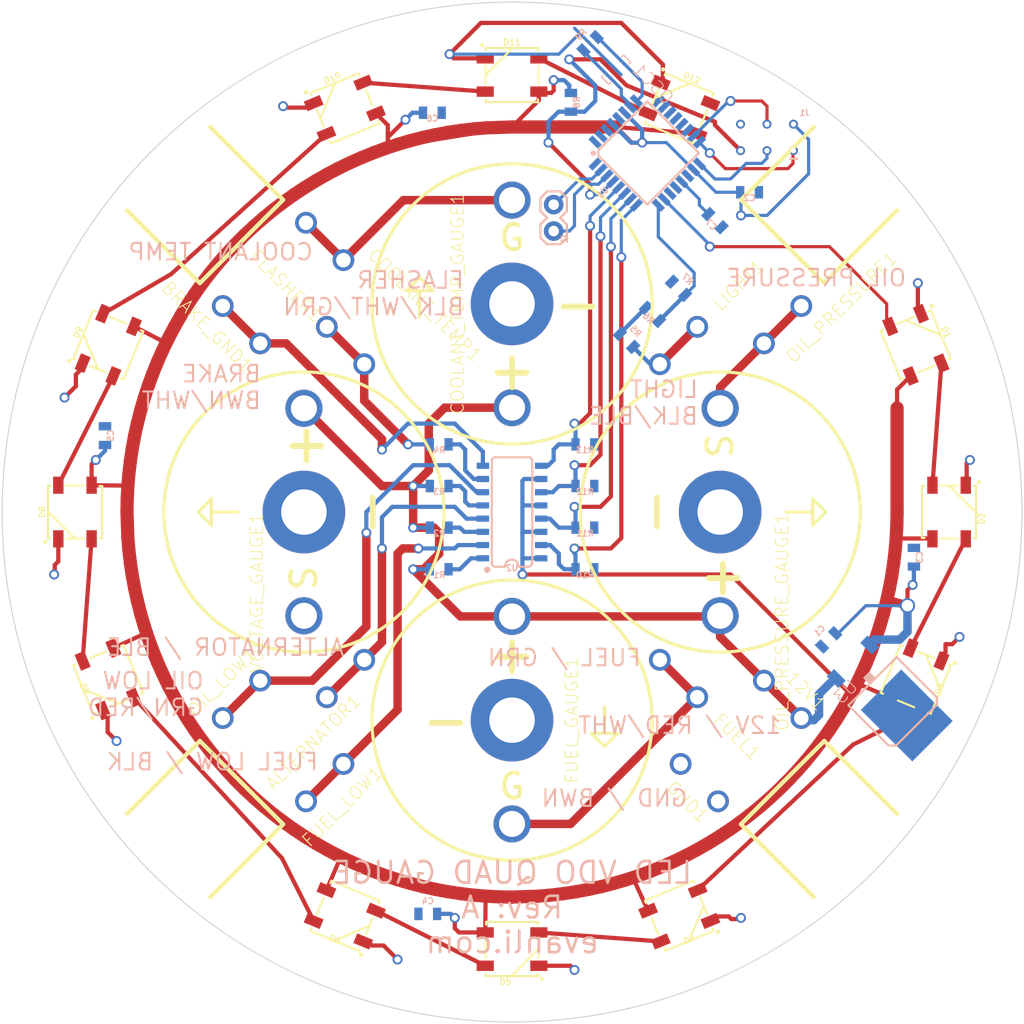
<source format=kicad_pcb>
(kicad_pcb (version 20171130) (host pcbnew "(5.1.7)-1")

  (general
    (thickness 1.6)
    (drawings 27)
    (tracks 564)
    (zones 0)
    (modules 57)
    (nets 57)
  )

  (page A4)
  (layers
    (0 Top signal)
    (31 Bottom signal)
    (32 B.Adhes user)
    (33 F.Adhes user)
    (34 B.Paste user)
    (35 F.Paste user)
    (36 B.SilkS user)
    (37 F.SilkS user)
    (38 B.Mask user)
    (39 F.Mask user)
    (40 Dwgs.User user)
    (41 Cmts.User user)
    (42 Eco1.User user)
    (43 Eco2.User user)
    (44 Edge.Cuts user)
    (45 Margin user)
    (46 B.CrtYd user)
    (47 F.CrtYd user)
    (48 B.Fab user)
    (49 F.Fab user)
  )

  (setup
    (last_trace_width 0.25)
    (trace_clearance 0.1524)
    (zone_clearance 0.508)
    (zone_45_only no)
    (trace_min 0.2)
    (via_size 0.8)
    (via_drill 0.4)
    (via_min_size 0.4)
    (via_min_drill 0.3)
    (uvia_size 0.3)
    (uvia_drill 0.1)
    (uvias_allowed no)
    (uvia_min_size 0.2)
    (uvia_min_drill 0.1)
    (edge_width 0.05)
    (segment_width 0.2)
    (pcb_text_width 0.3)
    (pcb_text_size 1.5 1.5)
    (mod_edge_width 0.12)
    (mod_text_size 1 1)
    (mod_text_width 0.15)
    (pad_size 1.524 1.524)
    (pad_drill 0.762)
    (pad_to_mask_clearance 0)
    (aux_axis_origin 0 0)
    (visible_elements FFFFFF7F)
    (pcbplotparams
      (layerselection 0x010fc_ffffffff)
      (usegerberextensions false)
      (usegerberattributes true)
      (usegerberadvancedattributes true)
      (creategerberjobfile true)
      (excludeedgelayer true)
      (linewidth 0.100000)
      (plotframeref false)
      (viasonmask false)
      (mode 1)
      (useauxorigin false)
      (hpglpennumber 1)
      (hpglpenspeed 20)
      (hpglpendiameter 15.000000)
      (psnegative false)
      (psa4output false)
      (plotreference true)
      (plotvalue true)
      (plotinvisibletext false)
      (padsonsilk false)
      (subtractmaskfromsilk false)
      (outputformat 1)
      (mirror false)
      (drillshape 1)
      (scaleselection 1)
      (outputdirectory ""))
  )

  (net 0 "")
  (net 1 GND)
  (net 2 12V)
  (net 3 5V)
  (net 4 /OIL_PRESSURE)
  (net 5 /FUEL)
  (net 6 /COOLANT_TEMP)
  (net 7 /FUEL_LOW)
  (net 8 /ALTERNATOR)
  (net 9 /OIL_LOW)
  (net 10 /LIGHT)
  (net 11 /FLASHER)
  (net 12 /BRAKE_GND)
  (net 13 "Net-(D1-Pad2)")
  (net 14 /LED)
  (net 15 "Net-(D2-Pad2)")
  (net 16 "Net-(D3-Pad2)")
  (net 17 "Net-(D4-Pad2)")
  (net 18 "Net-(D5-Pad2)")
  (net 19 "Net-(D6-Pad2)")
  (net 20 "Net-(D7-Pad2)")
  (net 21 "Net-(D8-Pad2)")
  (net 22 "Net-(D10-Pad4)")
  (net 23 "Net-(D10-Pad2)")
  (net 24 "Net-(D11-Pad2)")
  (net 25 "Net-(D12-Pad2)")
  (net 26 /FUEL_SENSE)
  (net 27 /ALTERNATOR_SENSE)
  (net 28 /OIL_SENSE)
  (net 29 /BRAKE_SENSE)
  (net 30 "Net-(R4-Pad2)")
  (net 31 "Net-(R3-Pad2)")
  (net 32 "Net-(R2-Pad2)")
  (net 33 "Net-(R1-Pad2)")
  (net 34 "Net-(U1-Pad32)")
  (net 35 /TX)
  (net 36 /RX)
  (net 37 /RESET)
  (net 38 /LIGHT_SENSE)
  (net 39 "Net-(U1-Pad22)")
  (net 40 /AREF)
  (net 41 "Net-(U1-Pad19)")
  (net 42 /SCK)
  (net 43 /MISO)
  (net 44 /MOSI)
  (net 45 "Net-(U1-Pad14)")
  (net 46 "Net-(U1-Pad13)")
  (net 47 "Net-(U1-Pad12)")
  (net 48 "Net-(U1-Pad11)")
  (net 49 "Net-(U1-Pad10)")
  (net 50 "Net-(U1-Pad9)")
  (net 51 /XTAL2)
  (net 52 /XTAL1)
  (net 53 "Net-(U1-Pad2)")
  (net 54 "Net-(U1-Pad1)")
  (net 55 "Net-(R5-Pad2)")
  (net 56 "Net-(VOLTAGE_GAUGE1-PadSIGNAL)")

  (net_class Default "This is the default net class."
    (clearance 0.1524)
    (trace_width 0.25)
    (via_dia 0.8)
    (via_drill 0.4)
    (uvia_dia 0.3)
    (uvia_drill 0.1)
    (add_net /ALTERNATOR)
    (add_net /ALTERNATOR_SENSE)
    (add_net /AREF)
    (add_net /BRAKE_GND)
    (add_net /BRAKE_SENSE)
    (add_net /COOLANT_TEMP)
    (add_net /FLASHER)
    (add_net /FUEL)
    (add_net /FUEL_LOW)
    (add_net /FUEL_SENSE)
    (add_net /LED)
    (add_net /LIGHT)
    (add_net /LIGHT_SENSE)
    (add_net /MISO)
    (add_net /MOSI)
    (add_net /OIL_LOW)
    (add_net /OIL_PRESSURE)
    (add_net /OIL_SENSE)
    (add_net /RESET)
    (add_net /RX)
    (add_net /SCK)
    (add_net /TX)
    (add_net /XTAL1)
    (add_net /XTAL2)
    (add_net 12V)
    (add_net 5V)
    (add_net GND)
    (add_net "Net-(D1-Pad2)")
    (add_net "Net-(D10-Pad2)")
    (add_net "Net-(D10-Pad4)")
    (add_net "Net-(D11-Pad2)")
    (add_net "Net-(D12-Pad2)")
    (add_net "Net-(D2-Pad2)")
    (add_net "Net-(D3-Pad2)")
    (add_net "Net-(D4-Pad2)")
    (add_net "Net-(D5-Pad2)")
    (add_net "Net-(D6-Pad2)")
    (add_net "Net-(D7-Pad2)")
    (add_net "Net-(D8-Pad2)")
    (add_net "Net-(R1-Pad2)")
    (add_net "Net-(R2-Pad2)")
    (add_net "Net-(R3-Pad2)")
    (add_net "Net-(R4-Pad2)")
    (add_net "Net-(R5-Pad2)")
    (add_net "Net-(U1-Pad1)")
    (add_net "Net-(U1-Pad10)")
    (add_net "Net-(U1-Pad11)")
    (add_net "Net-(U1-Pad12)")
    (add_net "Net-(U1-Pad13)")
    (add_net "Net-(U1-Pad14)")
    (add_net "Net-(U1-Pad19)")
    (add_net "Net-(U1-Pad2)")
    (add_net "Net-(U1-Pad22)")
    (add_net "Net-(U1-Pad32)")
    (add_net "Net-(U1-Pad9)")
    (add_net "Net-(VOLTAGE_GAUGE1-PadSIGNAL)")
  )

  (module "" (layer Top) (tedit 0) (tstamp 0)
    (at 178.5511 135.0536)
    (fp_text reference @HOLE0 (at 0 0) (layer F.SilkS) hide
      (effects (font (size 1.27 1.27) (thickness 0.15)))
    )
    (fp_text value "" (at 0 0) (layer F.SilkS)
      (effects (font (size 1.27 1.27) (thickness 0.15)))
    )
    (pad "" np_thru_hole circle (at 0 0) (size 4.2 4.2) (drill 4.2) (layers *.Cu *.Mask))
  )

  (module "" (layer Top) (tedit 0) (tstamp 0)
    (at 118.4511 135.0536)
    (fp_text reference @HOLE1 (at 0 0) (layer F.SilkS) hide
      (effects (font (size 1.27 1.27) (thickness 0.15)))
    )
    (fp_text value "" (at 0 0) (layer F.SilkS)
      (effects (font (size 1.27 1.27) (thickness 0.15)))
    )
    (pad "" np_thru_hole circle (at 0 0) (size 4.2 4.2) (drill 4.2) (layers *.Cu *.Mask))
  )

  (module "" (layer Top) (tedit 0) (tstamp 0)
    (at 118.4511 74.9536)
    (fp_text reference @HOLE2 (at 0 0) (layer F.SilkS) hide
      (effects (font (size 1.27 1.27) (thickness 0.15)))
    )
    (fp_text value "" (at 0 0) (layer F.SilkS)
      (effects (font (size 1.27 1.27) (thickness 0.15)))
    )
    (pad "" np_thru_hole circle (at 0 0) (size 4.2 4.2) (drill 4.2) (layers *.Cu *.Mask))
  )

  (module "" (layer Top) (tedit 0) (tstamp 0)
    (at 178.5511 74.9536)
    (fp_text reference @HOLE3 (at 0 0) (layer F.SilkS) hide
      (effects (font (size 1.27 1.27) (thickness 0.15)))
    )
    (fp_text value "" (at 0 0) (layer F.SilkS)
      (effects (font (size 1.27 1.27) (thickness 0.15)))
    )
    (pad "" np_thru_hole circle (at 0 0) (size 4.2 4.2) (drill 4.2) (layers *.Cu *.Mask))
  )

  (module "Porsche Quad Gauge:VDO_NEW_GAUGE_SOCKET" (layer Top) (tedit 0) (tstamp 5FD7DEBB)
    (at 168.5011 105.0036 270)
    (path /59B4DC27)
    (fp_text reference OIL_PRESSURE_GAUGE1 (at 0 -5.24 90) (layer F.SilkS)
      (effects (font (size 1.2065 1.2065) (thickness 0.09652)) (justify right top))
    )
    (fp_text value VDO_NEW (at 0 0 270) (layer F.SilkS) hide
      (effects (font (size 1.27 1.27) (thickness 0.15)) (justify right top))
    )
    (fp_text user - (at 0 6.35 270) (layer F.SilkS)
      (effects (font (size 3.6195 3.6195) (thickness 0.5715)))
    )
    (fp_text user + (at 6.35 0 270) (layer F.SilkS)
      (effects (font (size 3.6195 3.6195) (thickness 0.5715)))
    )
    (fp_text user S (at -6.35 0 270) (layer F.SilkS)
      (effects (font (size 2.413 2.413) (thickness 0.381)))
    )
    (fp_line (start 0 -8.89) (end 0 -6.35) (layer F.SilkS) (width 0.3048))
    (fp_line (start 1.27 -8.89) (end 0 -10.16) (layer F.SilkS) (width 0.3048))
    (fp_line (start 0 -8.89) (end 1.27 -8.89) (layer F.SilkS) (width 0.3048))
    (fp_line (start -1.27 -8.89) (end 0 -8.89) (layer F.SilkS) (width 0.3048))
    (fp_line (start 0 -10.16) (end -1.27 -8.89) (layer F.SilkS) (width 0.3048))
    (fp_circle (center 0 0) (end 13.462 0) (layer F.SilkS) (width 0.3048))
    (pad SIGNAL thru_hole circle (at -9.970009 0 270) (size 3.57124 3.57124) (drill 2.499359) (layers *.Cu *.Mask)
      (net 4 /OIL_PRESSURE) (solder_mask_margin 0.0762))
    (pad 12V thru_hole circle (at 9.970009 0 270) (size 3.57124 3.57124) (drill 2.499359) (layers *.Cu *.Mask)
      (net 2 12V) (solder_mask_margin 0.0762))
    (pad GND thru_hole circle (at 0 0 270) (size 7.9375 7.9375) (drill 4.366259) (layers *.Cu *.Mask)
      (net 1 GND) (solder_mask_margin 0.0762))
  )

  (module "Porsche Quad Gauge:VDO_NEW_GAUGE_SOCKET" (layer Top) (tedit 0) (tstamp 5FD7DECA)
    (at 128.5011 105.0036 90)
    (path /8AD89EF4)
    (fp_text reference VOLTAGE_GAUGE1 (at 0 -5.24 90) (layer F.SilkS)
      (effects (font (size 1.2065 1.2065) (thickness 0.09652)) (justify right top))
    )
    (fp_text value VDO_NEW (at 0 0 90) (layer F.SilkS) hide
      (effects (font (size 1.27 1.27) (thickness 0.15)))
    )
    (fp_text user - (at 0 6.35 90) (layer F.SilkS)
      (effects (font (size 3.6195 3.6195) (thickness 0.5715)))
    )
    (fp_text user + (at 6.35 0 90) (layer F.SilkS)
      (effects (font (size 3.6195 3.6195) (thickness 0.5715)))
    )
    (fp_text user S (at -6.35 0 90) (layer F.SilkS)
      (effects (font (size 2.413 2.413) (thickness 0.381)))
    )
    (fp_line (start 0 -8.89) (end 0 -6.35) (layer F.SilkS) (width 0.3048))
    (fp_line (start 1.27 -8.89) (end 0 -10.16) (layer F.SilkS) (width 0.3048))
    (fp_line (start 0 -8.89) (end 1.27 -8.89) (layer F.SilkS) (width 0.3048))
    (fp_line (start -1.27 -8.89) (end 0 -8.89) (layer F.SilkS) (width 0.3048))
    (fp_line (start 0 -10.16) (end -1.27 -8.89) (layer F.SilkS) (width 0.3048))
    (fp_circle (center 0 0) (end 13.462 0) (layer F.SilkS) (width 0.3048))
    (pad SIGNAL thru_hole circle (at -9.970009 0 90) (size 3.57124 3.57124) (drill 2.499359) (layers *.Cu *.Mask)
      (net 56 "Net-(VOLTAGE_GAUGE1-PadSIGNAL)") (solder_mask_margin 0.0762))
    (pad 12V thru_hole circle (at 9.970009 0 90) (size 3.57124 3.57124) (drill 2.499359) (layers *.Cu *.Mask)
      (net 2 12V) (solder_mask_margin 0.0762))
    (pad GND thru_hole circle (at 0 0 90) (size 7.9375 7.9375) (drill 4.366259) (layers *.Cu *.Mask)
      (net 1 GND) (solder_mask_margin 0.0762))
  )

  (module "Porsche Quad Gauge:VDO_GAUGE_SOCKET" (layer Top) (tedit 0) (tstamp 5FD7DED9)
    (at 148.5011 125.0036 180)
    (path /10BF2E46)
    (fp_text reference FUEL_GAUGE1 (at -5.74 0 90) (layer F.SilkS)
      (effects (font (size 1.2065 1.2065) (thickness 0.09652)))
    )
    (fp_text value VDO_OLD (at 0 0 180) (layer F.SilkS) hide
      (effects (font (size 1.27 1.27) (thickness 0.15)) (justify right top))
    )
    (fp_text user - (at 6.35 0 180) (layer F.SilkS)
      (effects (font (size 3.6195 3.6195) (thickness 0.5715)))
    )
    (fp_text user + (at 0 6.35 180) (layer F.SilkS)
      (effects (font (size 3.6195 3.6195) (thickness 0.5715)))
    )
    (fp_text user G (at 0 -6.35 180) (layer F.SilkS)
      (effects (font (size 2.413 2.413) (thickness 0.381)))
    )
    (fp_line (start -8.89 -1.27) (end -8.89 1.27) (layer F.SilkS) (width 0.3048))
    (fp_line (start -7.62 -1.27) (end -8.89 -2.54) (layer F.SilkS) (width 0.3048))
    (fp_line (start -8.89 -1.27) (end -7.62 -1.27) (layer F.SilkS) (width 0.3048))
    (fp_line (start -10.16 -1.27) (end -8.89 -1.27) (layer F.SilkS) (width 0.3048))
    (fp_line (start -8.89 -2.54) (end -10.16 -1.27) (layer F.SilkS) (width 0.3048))
    (fp_circle (center 0 0) (end 13.462 0) (layer F.SilkS) (width 0.3048))
    (pad 12V thru_hole circle (at 0 9.970009 180) (size 3.57124 3.57124) (drill 2.499359) (layers *.Cu *.Mask)
      (net 2 12V) (solder_mask_margin 0.0762))
    (pad SIGNAL thru_hole circle (at 0 -9.970009 180) (size 3.57124 3.57124) (drill 2.499359) (layers *.Cu *.Mask)
      (net 5 /FUEL) (solder_mask_margin 0.0762))
    (pad GND thru_hole circle (at 0 0 180) (size 7.9375 7.9375) (drill 4.366259) (layers *.Cu *.Mask)
      (net 1 GND) (solder_mask_margin 0.0762))
  )

  (module "Porsche Quad Gauge:VDO_GAUGE_SOCKET" (layer Top) (tedit 0) (tstamp 5FD7DEE8)
    (at 148.5011 85.0036)
    (path /442833F1)
    (fp_text reference COOLANT_TEMP_GAUGE1 (at -5.24 0 90) (layer F.SilkS)
      (effects (font (size 1.2065 1.2065) (thickness 0.09652)))
    )
    (fp_text value VDO_OLD (at 0 0) (layer F.SilkS) hide
      (effects (font (size 1.27 1.27) (thickness 0.15)))
    )
    (fp_text user - (at 6.35 0) (layer F.SilkS)
      (effects (font (size 3.6195 3.6195) (thickness 0.5715)))
    )
    (fp_text user + (at 0 6.35) (layer F.SilkS)
      (effects (font (size 3.6195 3.6195) (thickness 0.5715)))
    )
    (fp_text user G (at 0 -6.35) (layer F.SilkS)
      (effects (font (size 2.413 2.413) (thickness 0.381)))
    )
    (fp_line (start -8.89 -1.27) (end -8.89 1.27) (layer F.SilkS) (width 0.3048))
    (fp_line (start -7.62 -1.27) (end -8.89 -2.54) (layer F.SilkS) (width 0.3048))
    (fp_line (start -8.89 -1.27) (end -7.62 -1.27) (layer F.SilkS) (width 0.3048))
    (fp_line (start -10.16 -1.27) (end -8.89 -1.27) (layer F.SilkS) (width 0.3048))
    (fp_line (start -8.89 -2.54) (end -10.16 -1.27) (layer F.SilkS) (width 0.3048))
    (fp_circle (center 0 0) (end 13.462 0) (layer F.SilkS) (width 0.3048))
    (pad 12V thru_hole circle (at 0 9.970009) (size 3.57124 3.57124) (drill 2.499359) (layers *.Cu *.Mask)
      (net 2 12V) (solder_mask_margin 0.0762))
    (pad SIGNAL thru_hole circle (at 0 -9.970009) (size 3.57124 3.57124) (drill 2.499359) (layers *.Cu *.Mask)
      (net 6 /COOLANT_TEMP) (solder_mask_margin 0.0762))
    (pad GND thru_hole circle (at 0 0) (size 7.9375 7.9375) (drill 4.366259) (layers *.Cu *.Mask)
      (net 1 GND) (solder_mask_margin 0.0762))
  )

  (module "Porsche Quad Gauge:CONNECTOR_QC_TAB-0.25" (layer Top) (tedit 0) (tstamp 5FD7DEF7)
    (at 174.5011 123.0036 315)
    (path /930E1B0F)
    (fp_text reference 12V1 (at -1.283964 -2.12132 135) (layer F.SilkS)
      (effects (font (size 1.2065 1.2065) (thickness 0.09652)) (justify left))
    )
    (fp_text value CONNECTOR_QC_TAB_0.25 (at 0 0 315) (layer F.SilkS) hide
      (effects (font (size 1.27 1.27) (thickness 0.15)))
    )
    (pad S2 thru_hole circle (at -2.54 0 315) (size 2.0955 2.0955) (drill 1.397) (layers *.Cu *.Mask)
      (net 2 12V) (solder_mask_margin 0.0762))
    (pad S1 thru_hole circle (at 2.54 0 315) (size 2.0955 2.0955) (drill 1.397) (layers *.Cu *.Mask)
      (net 2 12V) (solder_mask_margin 0.0762))
  )

  (module "Porsche Quad Gauge:CONNECTOR_QC_TAB-0.25" (layer Top) (tedit 0) (tstamp 5FD7DEFC)
    (at 166.5011 131.0036 315)
    (path /D5DABBF3)
    (fp_text reference GND1 (at -1.991071 2.12132 135) (layer F.SilkS)
      (effects (font (size 1.2065 1.2065) (thickness 0.09652)) (justify left))
    )
    (fp_text value CONNECTOR_QC_TAB_0.25 (at 0 0 315) (layer F.SilkS) hide
      (effects (font (size 1.27 1.27) (thickness 0.15)))
    )
    (pad S2 thru_hole circle (at -2.54 0 315) (size 2.0955 2.0955) (drill 1.397) (layers *.Cu *.Mask)
      (net 1 GND) (solder_mask_margin 0.0762))
    (pad S1 thru_hole circle (at 2.54 0 315) (size 2.0955 2.0955) (drill 1.397) (layers *.Cu *.Mask)
      (net 1 GND) (solder_mask_margin 0.0762))
  )

  (module "Porsche Quad Gauge:CONNECTOR_QC_TAB-0.25" (layer Top) (tedit 0) (tstamp 5FD7DF01)
    (at 164.5011 121.0036 315)
    (path /0C8EE4A3)
    (fp_text reference FUEL1 (at 5.079997 0 135) (layer F.SilkS)
      (effects (font (size 1.2065 1.2065) (thickness 0.09652)) (justify left))
    )
    (fp_text value CONNECTOR_QC_TAB_0.25 (at 0 0 315) (layer F.SilkS) hide
      (effects (font (size 1.27 1.27) (thickness 0.15)))
    )
    (pad S2 thru_hole circle (at -2.54 0 315) (size 2.0955 2.0955) (drill 1.397) (layers *.Cu *.Mask)
      (net 5 /FUEL) (solder_mask_margin 0.0762))
    (pad S1 thru_hole circle (at 2.54 0 315) (size 2.0955 2.0955) (drill 1.397) (layers *.Cu *.Mask)
      (net 5 /FUEL) (solder_mask_margin 0.0762))
  )

  (module "Porsche Quad Gauge:CONNECTOR_QC_TAB-0.25" (layer Top) (tedit 0) (tstamp 5FD7DF06)
    (at 130.5011 131.0036 45)
    (path /54259ADD)
    (fp_text reference FUEL_LOW1 (at -5.5266 2.828427 45) (layer F.SilkS)
      (effects (font (size 1.2065 1.2065) (thickness 0.09652)) (justify left))
    )
    (fp_text value CONNECTOR_QC_TAB_0.25 (at 0 0 45) (layer F.SilkS) hide
      (effects (font (size 1.27 1.27) (thickness 0.15)))
    )
    (pad S2 thru_hole circle (at -2.54 0 45) (size 2.0955 2.0955) (drill 1.397) (layers *.Cu *.Mask)
      (net 7 /FUEL_LOW) (solder_mask_margin 0.0762))
    (pad S1 thru_hole circle (at 2.54 0 45) (size 2.0955 2.0955) (drill 1.397) (layers *.Cu *.Mask)
      (net 7 /FUEL_LOW) (solder_mask_margin 0.0762))
  )

  (module "Porsche Quad Gauge:CONNECTOR_QC_TAB-0.25" (layer Top) (tedit 0) (tstamp 5FD7DF0B)
    (at 132.5011 121.0036 45)
    (path /AD668909)
    (fp_text reference ALTERNATOR1 (at -12.597667 2.12132 45) (layer F.SilkS)
      (effects (font (size 1.2065 1.2065) (thickness 0.09652)) (justify left))
    )
    (fp_text value CONNECTOR_QC_TAB_0.25 (at 0 0 45) (layer F.SilkS) hide
      (effects (font (size 1.27 1.27) (thickness 0.15)))
    )
    (pad S2 thru_hole circle (at -2.54 0 45) (size 2.0955 2.0955) (drill 1.397) (layers *.Cu *.Mask)
      (net 8 /ALTERNATOR) (solder_mask_margin 0.0762))
    (pad S1 thru_hole circle (at 2.54 0 45) (size 2.0955 2.0955) (drill 1.397) (layers *.Cu *.Mask)
      (net 8 /ALTERNATOR) (solder_mask_margin 0.0762))
  )

  (module "Porsche Quad Gauge:CONNECTOR_QC_TAB-0.25" (layer Top) (tedit 0) (tstamp 5FD7DF10)
    (at 122.5011 123.0036 45)
    (path /336FCEA7)
    (fp_text reference OIL_LOW1 (at -4.465939 -2.474874 45) (layer F.SilkS)
      (effects (font (size 1.2065 1.2065) (thickness 0.09652)) (justify left))
    )
    (fp_text value CONNECTOR_QC_TAB_0.25 (at 0 0 45) (layer F.SilkS) hide
      (effects (font (size 1.27 1.27) (thickness 0.15)))
    )
    (pad S2 thru_hole circle (at -2.54 0 45) (size 2.0955 2.0955) (drill 1.397) (layers *.Cu *.Mask)
      (net 9 /OIL_LOW) (solder_mask_margin 0.0762))
    (pad S1 thru_hole circle (at 2.54 0 45) (size 2.0955 2.0955) (drill 1.397) (layers *.Cu *.Mask)
      (net 9 /OIL_LOW) (solder_mask_margin 0.0762))
  )

  (module "Porsche Quad Gauge:CONNECTOR_QC_TAB-0.25" (layer Top) (tedit 0) (tstamp 5FD7DF15)
    (at 164.5011 89.0036 45)
    (path /D607816E)
    (fp_text reference LIGHT1 (at 5.079997 0 45) (layer F.SilkS)
      (effects (font (size 1.2065 1.2065) (thickness 0.09652)) (justify left))
    )
    (fp_text value CONNECTOR_QC_TAB_0.25 (at 0 0 45) (layer F.SilkS) hide
      (effects (font (size 1.27 1.27) (thickness 0.15)))
    )
    (pad S2 thru_hole circle (at -2.54 0 45) (size 2.0955 2.0955) (drill 1.397) (layers *.Cu *.Mask)
      (net 10 /LIGHT) (solder_mask_margin 0.0762))
    (pad S1 thru_hole circle (at 2.54 0 45) (size 2.0955 2.0955) (drill 1.397) (layers *.Cu *.Mask)
      (net 10 /LIGHT) (solder_mask_margin 0.0762))
  )

  (module "Porsche Quad Gauge:CONNECTOR_QC_TAB-0.25" (layer Top) (tedit 0) (tstamp 5FD7DF1A)
    (at 132.5011 89.0036 315)
    (path /A824DB89)
    (fp_text reference FLASHER1 (at -12.597667 0 135) (layer F.SilkS)
      (effects (font (size 1.2065 1.2065) (thickness 0.09652)) (justify left))
    )
    (fp_text value CONNECTOR_QC_TAB_0.25 (at 0 0 315) (layer F.SilkS) hide
      (effects (font (size 1.27 1.27) (thickness 0.15)))
    )
    (pad S2 thru_hole circle (at -2.54 0 315) (size 2.0955 2.0955) (drill 1.397) (layers *.Cu *.Mask)
      (net 11 /FLASHER) (solder_mask_margin 0.0762))
    (pad S1 thru_hole circle (at 2.54 0 315) (size 2.0955 2.0955) (drill 1.397) (layers *.Cu *.Mask)
      (net 11 /FLASHER) (solder_mask_margin 0.0762))
  )

  (module "Porsche Quad Gauge:CONNECTOR_QC_TAB-0.25" (layer Top) (tedit 0) (tstamp 5FD7DF1F)
    (at 122.5011 87.0036 315)
    (path /2EC1FE3F)
    (fp_text reference BRAKE_GND1 (at -8.001473 2.474874 135) (layer F.SilkS)
      (effects (font (size 1.2065 1.2065) (thickness 0.09652)) (justify left))
    )
    (fp_text value CONNECTOR_QC_TAB_0.25 (at 0 0 315) (layer F.SilkS) hide
      (effects (font (size 1.27 1.27) (thickness 0.15)))
    )
    (pad S2 thru_hole circle (at -2.54 0 315) (size 2.0955 2.0955) (drill 1.397) (layers *.Cu *.Mask)
      (net 12 /BRAKE_GND) (solder_mask_margin 0.0762))
    (pad S1 thru_hole circle (at 2.54 0 315) (size 2.0955 2.0955) (drill 1.397) (layers *.Cu *.Mask)
      (net 12 /BRAKE_GND) (solder_mask_margin 0.0762))
  )

  (module "Porsche Quad Gauge:CONNECTOR_QC_TAB-0.25" (layer Top) (tedit 0) (tstamp 5FD7DF24)
    (at 130.5011 79.0036 315)
    (path /B0B3AAF8)
    (fp_text reference COOLANT_TEMP1 (at 3.758834 -2.474874 315) (layer F.SilkS)
      (effects (font (size 1.2065 1.2065) (thickness 0.09652)) (justify left))
    )
    (fp_text value CONNECTOR_QC_TAB_0.25 (at 0 0 315) (layer F.SilkS) hide
      (effects (font (size 1.27 1.27) (thickness 0.15)))
    )
    (pad S2 thru_hole circle (at -2.54 0 315) (size 2.0955 2.0955) (drill 1.397) (layers *.Cu *.Mask)
      (net 6 /COOLANT_TEMP) (solder_mask_margin 0.0762))
    (pad S1 thru_hole circle (at 2.54 0 315) (size 2.0955 2.0955) (drill 1.397) (layers *.Cu *.Mask)
      (net 6 /COOLANT_TEMP) (solder_mask_margin 0.0762))
  )

  (module "Porsche Quad Gauge:CONNECTOR_QC_TAB-0.25" (layer Top) (tedit 0) (tstamp 5FD7DF29)
    (at 174.5011 87.0036 45)
    (path /480295CB)
    (fp_text reference OIL_PRESSURE1 (at -1.991071 2.828427 45) (layer F.SilkS)
      (effects (font (size 1.2065 1.2065) (thickness 0.09652)) (justify left))
    )
    (fp_text value CONNECTOR_QC_TAB_0.25 (at 0 0 45) (layer F.SilkS) hide
      (effects (font (size 1.27 1.27) (thickness 0.15)))
    )
    (pad S2 thru_hole circle (at -2.54 0 45) (size 2.0955 2.0955) (drill 1.397) (layers *.Cu *.Mask)
      (net 4 /OIL_PRESSURE) (solder_mask_margin 0.0762))
    (pad S1 thru_hole circle (at 2.54 0 45) (size 2.0955 2.0955) (drill 1.397) (layers *.Cu *.Mask)
      (net 4 /OIL_PRESSURE) (solder_mask_margin 0.0762))
  )

  (module "Porsche Quad Gauge:WS2812B" (layer Top) (tedit 0) (tstamp 5FD7DF2E)
    (at 187.3011 88.9336 292.5)
    (descr "<h3>WS2812B</h3>\n\n<p>Specifications:\n<ul><li>Pin count: 4</li>\n<li>Size: 5.0 x 5.0 mm</li>\n</ul></p>\n<p><b>Datasheet referenced for footprint:</b> <a href=\"http://cdn.sparkfun.com/datasheets/BreakoutBoards/WS2812B.pdf\">WS2812B</a></p>\n<p>Example device:\n<ul><li>WS2812B</li>")
    (path /0106C1AB)
    (fp_text reference D1 (at -0.000001 -2.794 292.5) (layer F.SilkS)
      (effects (font (size 0.57912 0.57912) (thickness 0.12192)) (justify bottom))
    )
    (fp_text value WS2812B (at 0.000001 2.794 292.5) (layer F.Fab)
      (effects (font (size 0.57912 0.57912) (thickness 0.12192)) (justify top))
    )
    (fp_circle (center -1.27 -1.905) (end -1.1684 -1.905) (layer F.Fab) (width 0.2032))
    (fp_circle (center -2.8575 -2.8575) (end -2.7559 -2.8575) (layer F.SilkS) (width 0.2032))
    (fp_line (start -2.54 0) (end 0 -2.54) (layer F.SilkS) (width 0.2032))
    (fp_line (start -2.54 0) (end -2.54 -0.8636) (layer F.SilkS) (width 0.2032))
    (fp_line (start -2.54 0.8636) (end -2.54 0) (layer F.SilkS) (width 0.2032))
    (fp_line (start 2.54 -0.889) (end 2.54 0.8128) (layer F.SilkS) (width 0.2032))
    (fp_line (start -2.509518 -2.59334) (end -2.509518 -2.367281) (layer F.SilkS) (width 0.2032))
    (fp_line (start 2.458718 -2.59334) (end -2.509518 -2.59334) (layer F.SilkS) (width 0.2032))
    (fp_line (start 2.458718 -2.5908) (end 2.458718 -2.59334) (layer F.SilkS) (width 0.2032))
    (fp_line (start 2.509518 -2.5908) (end 2.458718 -2.5908) (layer F.SilkS) (width 0.2032))
    (fp_line (start 2.509518 -2.319021) (end 2.509518 -2.5908) (layer F.SilkS) (width 0.2032))
    (fp_line (start -2.512059 2.611121) (end -2.512059 2.379981) (layer F.SilkS) (width 0.2032))
    (fp_line (start 2.4384 2.611121) (end -2.512059 2.611121) (layer F.SilkS) (width 0.2032))
    (fp_line (start 2.4384 2.616203) (end 2.4384 2.611121) (layer F.SilkS) (width 0.2032))
    (fp_line (start 2.4892 2.616203) (end 2.4384 2.616203) (layer F.SilkS) (width 0.2032))
    (fp_line (start 2.4892 2.362203) (end 2.4892 2.616203) (layer F.SilkS) (width 0.2032))
    (fp_line (start -2.5 2.5) (end 2.5 2.5) (layer F.Fab) (width 0.127))
    (fp_line (start -2.5 -2.5) (end -2.5 2.5) (layer F.Fab) (width 0.127))
    (fp_line (start 2.5 -2.5) (end -2.5 -2.5) (layer F.Fab) (width 0.127))
    (fp_line (start 2.5 2.5) (end 2.5 -2.5) (layer F.Fab) (width 0.127))
    (pad 2 smd rect (at 2.577 -1.6 112.5) (size 1.651 1) (layers Top F.Paste F.Mask)
      (net 13 "Net-(D1-Pad2)") (solder_mask_margin 0.0762))
    (pad 3 smd rect (at -2.577 -1.6 112.5) (size 1.651 1) (layers Top F.Paste F.Mask)
      (net 1 GND) (solder_mask_margin 0.0762))
    (pad 4 smd rect (at -2.577 1.6 112.5) (size 1.651 1) (layers Top F.Paste F.Mask)
      (net 14 /LED) (solder_mask_margin 0.0762))
    (pad 1 smd rect (at 2.577 1.6 112.5) (size 1.651 1) (layers Top F.Paste F.Mask)
      (net 3 5V) (solder_mask_margin 0.0762))
  )

  (module "Porsche Quad Gauge:WS2812B" (layer Top) (tedit 0) (tstamp 5FD7DF49)
    (at 190.5011 105.0036 270)
    (descr "<h3>WS2812B</h3>\n\n<p>Specifications:\n<ul><li>Pin count: 4</li>\n<li>Size: 5.0 x 5.0 mm</li>\n</ul></p>\n<p><b>Datasheet referenced for footprint:</b> <a href=\"http://cdn.sparkfun.com/datasheets/BreakoutBoards/WS2812B.pdf\">WS2812B</a></p>\n<p>Example device:\n<ul><li>WS2812B</li>")
    (path /CA271864)
    (fp_text reference D2 (at 0 -2.794 270) (layer F.SilkS)
      (effects (font (size 0.57912 0.57912) (thickness 0.12192)) (justify right top))
    )
    (fp_text value WS2812B (at 0 2.794 270) (layer F.Fab)
      (effects (font (size 0.57912 0.57912) (thickness 0.12192)) (justify right top))
    )
    (fp_circle (center -1.27 -1.905) (end -1.1684 -1.905) (layer F.Fab) (width 0.2032))
    (fp_circle (center -2.8575 -2.8575) (end -2.7559 -2.8575) (layer F.SilkS) (width 0.2032))
    (fp_line (start -2.54 0) (end 0 -2.54) (layer F.SilkS) (width 0.2032))
    (fp_line (start -2.54 0) (end -2.54 -0.8636) (layer F.SilkS) (width 0.2032))
    (fp_line (start -2.54 0.8636) (end -2.54 0) (layer F.SilkS) (width 0.2032))
    (fp_line (start 2.54 -0.889) (end 2.54 0.8128) (layer F.SilkS) (width 0.2032))
    (fp_line (start -2.509518 -2.59334) (end -2.509518 -2.367281) (layer F.SilkS) (width 0.2032))
    (fp_line (start 2.458718 -2.59334) (end -2.509518 -2.59334) (layer F.SilkS) (width 0.2032))
    (fp_line (start 2.458718 -2.5908) (end 2.458718 -2.59334) (layer F.SilkS) (width 0.2032))
    (fp_line (start 2.509518 -2.5908) (end 2.458718 -2.5908) (layer F.SilkS) (width 0.2032))
    (fp_line (start 2.509518 -2.319021) (end 2.509518 -2.5908) (layer F.SilkS) (width 0.2032))
    (fp_line (start -2.512059 2.611121) (end -2.512059 2.379981) (layer F.SilkS) (width 0.2032))
    (fp_line (start 2.4384 2.611121) (end -2.512059 2.611121) (layer F.SilkS) (width 0.2032))
    (fp_line (start 2.4384 2.616203) (end 2.4384 2.611121) (layer F.SilkS) (width 0.2032))
    (fp_line (start 2.4892 2.616203) (end 2.4384 2.616203) (layer F.SilkS) (width 0.2032))
    (fp_line (start 2.4892 2.362203) (end 2.4892 2.616203) (layer F.SilkS) (width 0.2032))
    (fp_line (start -2.5 2.5) (end 2.5 2.5) (layer F.Fab) (width 0.127))
    (fp_line (start -2.5 -2.5) (end -2.5 2.5) (layer F.Fab) (width 0.127))
    (fp_line (start 2.5 -2.5) (end -2.5 -2.5) (layer F.Fab) (width 0.127))
    (fp_line (start 2.5 2.5) (end 2.5 -2.5) (layer F.Fab) (width 0.127))
    (pad 2 smd rect (at 2.577 -1.6 90) (size 1.651 1) (layers Top F.Paste F.Mask)
      (net 15 "Net-(D2-Pad2)") (solder_mask_margin 0.0762))
    (pad 3 smd rect (at -2.577 -1.6 90) (size 1.651 1) (layers Top F.Paste F.Mask)
      (net 1 GND) (solder_mask_margin 0.0762))
    (pad 4 smd rect (at -2.577 1.6 90) (size 1.651 1) (layers Top F.Paste F.Mask)
      (net 13 "Net-(D1-Pad2)") (solder_mask_margin 0.0762))
    (pad 1 smd rect (at 2.577 1.6 90) (size 1.651 1) (layers Top F.Paste F.Mask)
      (net 3 5V) (solder_mask_margin 0.0762))
  )

  (module "Porsche Quad Gauge:WS2812B" (layer Top) (tedit 0) (tstamp 5FD7DF64)
    (at 187.3011 121.0736 247.5)
    (descr "<h3>WS2812B</h3>\n\n<p>Specifications:\n<ul><li>Pin count: 4</li>\n<li>Size: 5.0 x 5.0 mm</li>\n</ul></p>\n<p><b>Datasheet referenced for footprint:</b> <a href=\"http://cdn.sparkfun.com/datasheets/BreakoutBoards/WS2812B.pdf\">WS2812B</a></p>\n<p>Example device:\n<ul><li>WS2812B</li>")
    (path /55029227)
    (fp_text reference D3 (at 0.000001 -2.794 247.5) (layer F.SilkS)
      (effects (font (size 0.57912 0.57912) (thickness 0.12192)) (justify bottom))
    )
    (fp_text value WS2812B (at -0.000001 2.794 247.5) (layer F.Fab)
      (effects (font (size 0.57912 0.57912) (thickness 0.12192)) (justify top))
    )
    (fp_circle (center -1.27 -1.905) (end -1.1684 -1.905) (layer F.Fab) (width 0.2032))
    (fp_circle (center -2.8575 -2.8575) (end -2.7559 -2.8575) (layer F.SilkS) (width 0.2032))
    (fp_line (start -2.54 0) (end 0 -2.54) (layer F.SilkS) (width 0.2032))
    (fp_line (start -2.54 0) (end -2.54 -0.8636) (layer F.SilkS) (width 0.2032))
    (fp_line (start -2.54 0.8636) (end -2.54 0) (layer F.SilkS) (width 0.2032))
    (fp_line (start 2.54 -0.889) (end 2.54 0.8128) (layer F.SilkS) (width 0.2032))
    (fp_line (start -2.509518 -2.59334) (end -2.509518 -2.367281) (layer F.SilkS) (width 0.2032))
    (fp_line (start 2.458718 -2.59334) (end -2.509518 -2.59334) (layer F.SilkS) (width 0.2032))
    (fp_line (start 2.458718 -2.5908) (end 2.458718 -2.59334) (layer F.SilkS) (width 0.2032))
    (fp_line (start 2.509518 -2.5908) (end 2.458718 -2.5908) (layer F.SilkS) (width 0.2032))
    (fp_line (start 2.509518 -2.319021) (end 2.509518 -2.5908) (layer F.SilkS) (width 0.2032))
    (fp_line (start -2.512059 2.611121) (end -2.512059 2.379981) (layer F.SilkS) (width 0.2032))
    (fp_line (start 2.4384 2.611121) (end -2.512059 2.611121) (layer F.SilkS) (width 0.2032))
    (fp_line (start 2.4384 2.616203) (end 2.4384 2.611121) (layer F.SilkS) (width 0.2032))
    (fp_line (start 2.4892 2.616203) (end 2.4384 2.616203) (layer F.SilkS) (width 0.2032))
    (fp_line (start 2.4892 2.362203) (end 2.4892 2.616203) (layer F.SilkS) (width 0.2032))
    (fp_line (start -2.5 2.5) (end 2.5 2.5) (layer F.Fab) (width 0.127))
    (fp_line (start -2.5 -2.5) (end -2.5 2.5) (layer F.Fab) (width 0.127))
    (fp_line (start 2.5 -2.5) (end -2.5 -2.5) (layer F.Fab) (width 0.127))
    (fp_line (start 2.5 2.5) (end 2.5 -2.5) (layer F.Fab) (width 0.127))
    (pad 2 smd rect (at 2.577 -1.6 67.5) (size 1.651 1) (layers Top F.Paste F.Mask)
      (net 16 "Net-(D3-Pad2)") (solder_mask_margin 0.0762))
    (pad 3 smd rect (at -2.577 -1.6 67.5) (size 1.651 1) (layers Top F.Paste F.Mask)
      (net 1 GND) (solder_mask_margin 0.0762))
    (pad 4 smd rect (at -2.577 1.6 67.5) (size 1.651 1) (layers Top F.Paste F.Mask)
      (net 15 "Net-(D2-Pad2)") (solder_mask_margin 0.0762))
    (pad 1 smd rect (at 2.577 1.6 67.5) (size 1.651 1) (layers Top F.Paste F.Mask)
      (net 3 5V) (solder_mask_margin 0.0762))
  )

  (module "Porsche Quad Gauge:WS2812B" (layer Top) (tedit 0) (tstamp 5FD7DF7F)
    (at 164.5711 143.8036 202.5)
    (descr "<h3>WS2812B</h3>\n\n<p>Specifications:\n<ul><li>Pin count: 4</li>\n<li>Size: 5.0 x 5.0 mm</li>\n</ul></p>\n<p><b>Datasheet referenced for footprint:</b> <a href=\"http://cdn.sparkfun.com/datasheets/BreakoutBoards/WS2812B.pdf\">WS2812B</a></p>\n<p>Example device:\n<ul><li>WS2812B</li>")
    (path /C2CAC46F)
    (fp_text reference D4 (at -0.000001 -2.794 202.5) (layer F.SilkS)
      (effects (font (size 0.57912 0.57912) (thickness 0.12192)) (justify bottom))
    )
    (fp_text value WS2812B (at 0.000001 2.794 202.5) (layer F.Fab)
      (effects (font (size 0.57912 0.57912) (thickness 0.12192)) (justify top))
    )
    (fp_circle (center -1.27 -1.905) (end -1.1684 -1.905) (layer F.Fab) (width 0.2032))
    (fp_circle (center -2.8575 -2.8575) (end -2.7559 -2.8575) (layer F.SilkS) (width 0.2032))
    (fp_line (start -2.54 0) (end 0 -2.54) (layer F.SilkS) (width 0.2032))
    (fp_line (start -2.54 0) (end -2.54 -0.8636) (layer F.SilkS) (width 0.2032))
    (fp_line (start -2.54 0.8636) (end -2.54 0) (layer F.SilkS) (width 0.2032))
    (fp_line (start 2.54 -0.889) (end 2.54 0.8128) (layer F.SilkS) (width 0.2032))
    (fp_line (start -2.509518 -2.59334) (end -2.509518 -2.367281) (layer F.SilkS) (width 0.2032))
    (fp_line (start 2.458718 -2.59334) (end -2.509518 -2.59334) (layer F.SilkS) (width 0.2032))
    (fp_line (start 2.458718 -2.5908) (end 2.458718 -2.59334) (layer F.SilkS) (width 0.2032))
    (fp_line (start 2.509518 -2.5908) (end 2.458718 -2.5908) (layer F.SilkS) (width 0.2032))
    (fp_line (start 2.509518 -2.319021) (end 2.509518 -2.5908) (layer F.SilkS) (width 0.2032))
    (fp_line (start -2.512059 2.611121) (end -2.512059 2.379981) (layer F.SilkS) (width 0.2032))
    (fp_line (start 2.4384 2.611121) (end -2.512059 2.611121) (layer F.SilkS) (width 0.2032))
    (fp_line (start 2.4384 2.616203) (end 2.4384 2.611121) (layer F.SilkS) (width 0.2032))
    (fp_line (start 2.4892 2.616203) (end 2.4384 2.616203) (layer F.SilkS) (width 0.2032))
    (fp_line (start 2.4892 2.362203) (end 2.4892 2.616203) (layer F.SilkS) (width 0.2032))
    (fp_line (start -2.5 2.5) (end 2.5 2.5) (layer F.Fab) (width 0.127))
    (fp_line (start -2.5 -2.5) (end -2.5 2.5) (layer F.Fab) (width 0.127))
    (fp_line (start 2.5 -2.5) (end -2.5 -2.5) (layer F.Fab) (width 0.127))
    (fp_line (start 2.5 2.5) (end 2.5 -2.5) (layer F.Fab) (width 0.127))
    (pad 2 smd rect (at 2.577 -1.6 22.5) (size 1.651 1) (layers Top F.Paste F.Mask)
      (net 17 "Net-(D4-Pad2)") (solder_mask_margin 0.0762))
    (pad 3 smd rect (at -2.577 -1.6 22.5) (size 1.651 1) (layers Top F.Paste F.Mask)
      (net 1 GND) (solder_mask_margin 0.0762))
    (pad 4 smd rect (at -2.577 1.6 22.5) (size 1.651 1) (layers Top F.Paste F.Mask)
      (net 16 "Net-(D3-Pad2)") (solder_mask_margin 0.0762))
    (pad 1 smd rect (at 2.577 1.6 22.5) (size 1.651 1) (layers Top F.Paste F.Mask)
      (net 3 5V) (solder_mask_margin 0.0762))
  )

  (module "Porsche Quad Gauge:WS2812B" (layer Top) (tedit 0) (tstamp 5FD7DF9A)
    (at 148.5011 147.0036 180)
    (descr "<h3>WS2812B</h3>\n\n<p>Specifications:\n<ul><li>Pin count: 4</li>\n<li>Size: 5.0 x 5.0 mm</li>\n</ul></p>\n<p><b>Datasheet referenced for footprint:</b> <a href=\"http://cdn.sparkfun.com/datasheets/BreakoutBoards/WS2812B.pdf\">WS2812B</a></p>\n<p>Example device:\n<ul><li>WS2812B</li>")
    (path /6E7991FB)
    (fp_text reference D5 (at 0 -2.794 180) (layer F.SilkS)
      (effects (font (size 0.57912 0.57912) (thickness 0.12192)) (justify right top))
    )
    (fp_text value WS2812B (at 0 2.794 180) (layer F.Fab)
      (effects (font (size 0.57912 0.57912) (thickness 0.12192)) (justify right top))
    )
    (fp_circle (center -1.27 -1.905) (end -1.1684 -1.905) (layer F.Fab) (width 0.2032))
    (fp_circle (center -2.8575 -2.8575) (end -2.7559 -2.8575) (layer F.SilkS) (width 0.2032))
    (fp_line (start -2.54 0) (end 0 -2.54) (layer F.SilkS) (width 0.2032))
    (fp_line (start -2.54 0) (end -2.54 -0.8636) (layer F.SilkS) (width 0.2032))
    (fp_line (start -2.54 0.8636) (end -2.54 0) (layer F.SilkS) (width 0.2032))
    (fp_line (start 2.54 -0.889) (end 2.54 0.8128) (layer F.SilkS) (width 0.2032))
    (fp_line (start -2.509518 -2.59334) (end -2.509518 -2.367281) (layer F.SilkS) (width 0.2032))
    (fp_line (start 2.458718 -2.59334) (end -2.509518 -2.59334) (layer F.SilkS) (width 0.2032))
    (fp_line (start 2.458718 -2.5908) (end 2.458718 -2.59334) (layer F.SilkS) (width 0.2032))
    (fp_line (start 2.509518 -2.5908) (end 2.458718 -2.5908) (layer F.SilkS) (width 0.2032))
    (fp_line (start 2.509518 -2.319021) (end 2.509518 -2.5908) (layer F.SilkS) (width 0.2032))
    (fp_line (start -2.512059 2.611121) (end -2.512059 2.379981) (layer F.SilkS) (width 0.2032))
    (fp_line (start 2.4384 2.611121) (end -2.512059 2.611121) (layer F.SilkS) (width 0.2032))
    (fp_line (start 2.4384 2.616203) (end 2.4384 2.611121) (layer F.SilkS) (width 0.2032))
    (fp_line (start 2.4892 2.616203) (end 2.4384 2.616203) (layer F.SilkS) (width 0.2032))
    (fp_line (start 2.4892 2.362203) (end 2.4892 2.616203) (layer F.SilkS) (width 0.2032))
    (fp_line (start -2.5 2.5) (end 2.5 2.5) (layer F.Fab) (width 0.127))
    (fp_line (start -2.5 -2.5) (end -2.5 2.5) (layer F.Fab) (width 0.127))
    (fp_line (start 2.5 -2.5) (end -2.5 -2.5) (layer F.Fab) (width 0.127))
    (fp_line (start 2.5 2.5) (end 2.5 -2.5) (layer F.Fab) (width 0.127))
    (pad 2 smd rect (at 2.577 -1.6) (size 1.651 1) (layers Top F.Paste F.Mask)
      (net 18 "Net-(D5-Pad2)") (solder_mask_margin 0.0762))
    (pad 3 smd rect (at -2.577 -1.6) (size 1.651 1) (layers Top F.Paste F.Mask)
      (net 1 GND) (solder_mask_margin 0.0762))
    (pad 4 smd rect (at -2.577 1.6) (size 1.651 1) (layers Top F.Paste F.Mask)
      (net 17 "Net-(D4-Pad2)") (solder_mask_margin 0.0762))
    (pad 1 smd rect (at 2.577 1.6) (size 1.651 1) (layers Top F.Paste F.Mask)
      (net 3 5V) (solder_mask_margin 0.0762))
  )

  (module "Porsche Quad Gauge:WS2812B" (layer Top) (tedit 0) (tstamp 5FD7DFB5)
    (at 132.4311 143.8036 157.5)
    (descr "<h3>WS2812B</h3>\n\n<p>Specifications:\n<ul><li>Pin count: 4</li>\n<li>Size: 5.0 x 5.0 mm</li>\n</ul></p>\n<p><b>Datasheet referenced for footprint:</b> <a href=\"http://cdn.sparkfun.com/datasheets/BreakoutBoards/WS2812B.pdf\">WS2812B</a></p>\n<p>Example device:\n<ul><li>WS2812B</li>")
    (path /4BF5DFFE)
    (fp_text reference D6 (at 0.000001 -2.794 157.5) (layer F.SilkS)
      (effects (font (size 0.57912 0.57912) (thickness 0.12192)) (justify bottom))
    )
    (fp_text value WS2812B (at -0.000001 2.794 157.5) (layer F.Fab)
      (effects (font (size 0.57912 0.57912) (thickness 0.12192)) (justify top))
    )
    (fp_circle (center -1.27 -1.905) (end -1.1684 -1.905) (layer F.Fab) (width 0.2032))
    (fp_circle (center -2.8575 -2.8575) (end -2.7559 -2.8575) (layer F.SilkS) (width 0.2032))
    (fp_line (start -2.54 0) (end 0 -2.54) (layer F.SilkS) (width 0.2032))
    (fp_line (start -2.54 0) (end -2.54 -0.8636) (layer F.SilkS) (width 0.2032))
    (fp_line (start -2.54 0.8636) (end -2.54 0) (layer F.SilkS) (width 0.2032))
    (fp_line (start 2.54 -0.889) (end 2.54 0.8128) (layer F.SilkS) (width 0.2032))
    (fp_line (start -2.509518 -2.59334) (end -2.509518 -2.367281) (layer F.SilkS) (width 0.2032))
    (fp_line (start 2.458718 -2.59334) (end -2.509518 -2.59334) (layer F.SilkS) (width 0.2032))
    (fp_line (start 2.458718 -2.5908) (end 2.458718 -2.59334) (layer F.SilkS) (width 0.2032))
    (fp_line (start 2.509518 -2.5908) (end 2.458718 -2.5908) (layer F.SilkS) (width 0.2032))
    (fp_line (start 2.509518 -2.319021) (end 2.509518 -2.5908) (layer F.SilkS) (width 0.2032))
    (fp_line (start -2.512059 2.611121) (end -2.512059 2.379981) (layer F.SilkS) (width 0.2032))
    (fp_line (start 2.4384 2.611121) (end -2.512059 2.611121) (layer F.SilkS) (width 0.2032))
    (fp_line (start 2.4384 2.616203) (end 2.4384 2.611121) (layer F.SilkS) (width 0.2032))
    (fp_line (start 2.4892 2.616203) (end 2.4384 2.616203) (layer F.SilkS) (width 0.2032))
    (fp_line (start 2.4892 2.362203) (end 2.4892 2.616203) (layer F.SilkS) (width 0.2032))
    (fp_line (start -2.5 2.5) (end 2.5 2.5) (layer F.Fab) (width 0.127))
    (fp_line (start -2.5 -2.5) (end -2.5 2.5) (layer F.Fab) (width 0.127))
    (fp_line (start 2.5 -2.5) (end -2.5 -2.5) (layer F.Fab) (width 0.127))
    (fp_line (start 2.5 2.5) (end 2.5 -2.5) (layer F.Fab) (width 0.127))
    (pad 2 smd rect (at 2.577 -1.6 337.5) (size 1.651 1) (layers Top F.Paste F.Mask)
      (net 19 "Net-(D6-Pad2)") (solder_mask_margin 0.0762))
    (pad 3 smd rect (at -2.577 -1.6 337.5) (size 1.651 1) (layers Top F.Paste F.Mask)
      (net 1 GND) (solder_mask_margin 0.0762))
    (pad 4 smd rect (at -2.577 1.6 337.5) (size 1.651 1) (layers Top F.Paste F.Mask)
      (net 18 "Net-(D5-Pad2)") (solder_mask_margin 0.0762))
    (pad 1 smd rect (at 2.577 1.6 337.5) (size 1.651 1) (layers Top F.Paste F.Mask)
      (net 3 5V) (solder_mask_margin 0.0762))
  )

  (module "Porsche Quad Gauge:WS2812B" (layer Top) (tedit 0) (tstamp 5FD7DFD0)
    (at 109.7011 121.0736 112.5)
    (descr "<h3>WS2812B</h3>\n\n<p>Specifications:\n<ul><li>Pin count: 4</li>\n<li>Size: 5.0 x 5.0 mm</li>\n</ul></p>\n<p><b>Datasheet referenced for footprint:</b> <a href=\"http://cdn.sparkfun.com/datasheets/BreakoutBoards/WS2812B.pdf\">WS2812B</a></p>\n<p>Example device:\n<ul><li>WS2812B</li>")
    (path /D77871F8)
    (fp_text reference D7 (at -0.000001 -2.794 112.5) (layer F.SilkS)
      (effects (font (size 0.57912 0.57912) (thickness 0.12192)) (justify bottom))
    )
    (fp_text value WS2812B (at 0.000001 2.794 112.5) (layer F.Fab)
      (effects (font (size 0.57912 0.57912) (thickness 0.12192)) (justify top))
    )
    (fp_circle (center -1.27 -1.905) (end -1.1684 -1.905) (layer F.Fab) (width 0.2032))
    (fp_circle (center -2.8575 -2.8575) (end -2.7559 -2.8575) (layer F.SilkS) (width 0.2032))
    (fp_line (start -2.54 0) (end 0 -2.54) (layer F.SilkS) (width 0.2032))
    (fp_line (start -2.54 0) (end -2.54 -0.8636) (layer F.SilkS) (width 0.2032))
    (fp_line (start -2.54 0.8636) (end -2.54 0) (layer F.SilkS) (width 0.2032))
    (fp_line (start 2.54 -0.889) (end 2.54 0.8128) (layer F.SilkS) (width 0.2032))
    (fp_line (start -2.509518 -2.59334) (end -2.509518 -2.367281) (layer F.SilkS) (width 0.2032))
    (fp_line (start 2.458718 -2.59334) (end -2.509518 -2.59334) (layer F.SilkS) (width 0.2032))
    (fp_line (start 2.458718 -2.5908) (end 2.458718 -2.59334) (layer F.SilkS) (width 0.2032))
    (fp_line (start 2.509518 -2.5908) (end 2.458718 -2.5908) (layer F.SilkS) (width 0.2032))
    (fp_line (start 2.509518 -2.319021) (end 2.509518 -2.5908) (layer F.SilkS) (width 0.2032))
    (fp_line (start -2.512059 2.611121) (end -2.512059 2.379981) (layer F.SilkS) (width 0.2032))
    (fp_line (start 2.4384 2.611121) (end -2.512059 2.611121) (layer F.SilkS) (width 0.2032))
    (fp_line (start 2.4384 2.616203) (end 2.4384 2.611121) (layer F.SilkS) (width 0.2032))
    (fp_line (start 2.4892 2.616203) (end 2.4384 2.616203) (layer F.SilkS) (width 0.2032))
    (fp_line (start 2.4892 2.362203) (end 2.4892 2.616203) (layer F.SilkS) (width 0.2032))
    (fp_line (start -2.5 2.5) (end 2.5 2.5) (layer F.Fab) (width 0.127))
    (fp_line (start -2.5 -2.5) (end -2.5 2.5) (layer F.Fab) (width 0.127))
    (fp_line (start 2.5 -2.5) (end -2.5 -2.5) (layer F.Fab) (width 0.127))
    (fp_line (start 2.5 2.5) (end 2.5 -2.5) (layer F.Fab) (width 0.127))
    (pad 2 smd rect (at 2.577 -1.6 292.5) (size 1.651 1) (layers Top F.Paste F.Mask)
      (net 20 "Net-(D7-Pad2)") (solder_mask_margin 0.0762))
    (pad 3 smd rect (at -2.577 -1.6 292.5) (size 1.651 1) (layers Top F.Paste F.Mask)
      (net 1 GND) (solder_mask_margin 0.0762))
    (pad 4 smd rect (at -2.577 1.6 292.5) (size 1.651 1) (layers Top F.Paste F.Mask)
      (net 19 "Net-(D6-Pad2)") (solder_mask_margin 0.0762))
    (pad 1 smd rect (at 2.577 1.6 292.5) (size 1.651 1) (layers Top F.Paste F.Mask)
      (net 3 5V) (solder_mask_margin 0.0762))
  )

  (module "Porsche Quad Gauge:WS2812B" (layer Top) (tedit 0) (tstamp 5FD7DFEB)
    (at 106.5011 105.0036 90)
    (descr "<h3>WS2812B</h3>\n\n<p>Specifications:\n<ul><li>Pin count: 4</li>\n<li>Size: 5.0 x 5.0 mm</li>\n</ul></p>\n<p><b>Datasheet referenced for footprint:</b> <a href=\"http://cdn.sparkfun.com/datasheets/BreakoutBoards/WS2812B.pdf\">WS2812B</a></p>\n<p>Example device:\n<ul><li>WS2812B</li>")
    (path /923A88FF)
    (fp_text reference D8 (at 0 -2.794 90) (layer F.SilkS)
      (effects (font (size 0.57912 0.57912) (thickness 0.12192)) (justify bottom))
    )
    (fp_text value WS2812B (at 0 2.794 90) (layer F.Fab)
      (effects (font (size 0.57912 0.57912) (thickness 0.12192)) (justify top))
    )
    (fp_circle (center -1.27 -1.905) (end -1.1684 -1.905) (layer F.Fab) (width 0.2032))
    (fp_circle (center -2.8575 -2.8575) (end -2.7559 -2.8575) (layer F.SilkS) (width 0.2032))
    (fp_line (start -2.54 0) (end 0 -2.54) (layer F.SilkS) (width 0.2032))
    (fp_line (start -2.54 0) (end -2.54 -0.8636) (layer F.SilkS) (width 0.2032))
    (fp_line (start -2.54 0.8636) (end -2.54 0) (layer F.SilkS) (width 0.2032))
    (fp_line (start 2.54 -0.889) (end 2.54 0.8128) (layer F.SilkS) (width 0.2032))
    (fp_line (start -2.509518 -2.59334) (end -2.509518 -2.367281) (layer F.SilkS) (width 0.2032))
    (fp_line (start 2.458718 -2.59334) (end -2.509518 -2.59334) (layer F.SilkS) (width 0.2032))
    (fp_line (start 2.458718 -2.5908) (end 2.458718 -2.59334) (layer F.SilkS) (width 0.2032))
    (fp_line (start 2.509518 -2.5908) (end 2.458718 -2.5908) (layer F.SilkS) (width 0.2032))
    (fp_line (start 2.509518 -2.319021) (end 2.509518 -2.5908) (layer F.SilkS) (width 0.2032))
    (fp_line (start -2.512059 2.611121) (end -2.512059 2.379981) (layer F.SilkS) (width 0.2032))
    (fp_line (start 2.4384 2.611121) (end -2.512059 2.611121) (layer F.SilkS) (width 0.2032))
    (fp_line (start 2.4384 2.616203) (end 2.4384 2.611121) (layer F.SilkS) (width 0.2032))
    (fp_line (start 2.4892 2.616203) (end 2.4384 2.616203) (layer F.SilkS) (width 0.2032))
    (fp_line (start 2.4892 2.362203) (end 2.4892 2.616203) (layer F.SilkS) (width 0.2032))
    (fp_line (start -2.5 2.5) (end 2.5 2.5) (layer F.Fab) (width 0.127))
    (fp_line (start -2.5 -2.5) (end -2.5 2.5) (layer F.Fab) (width 0.127))
    (fp_line (start 2.5 -2.5) (end -2.5 -2.5) (layer F.Fab) (width 0.127))
    (fp_line (start 2.5 2.5) (end 2.5 -2.5) (layer F.Fab) (width 0.127))
    (pad 2 smd rect (at 2.577 -1.6 270) (size 1.651 1) (layers Top F.Paste F.Mask)
      (net 21 "Net-(D8-Pad2)") (solder_mask_margin 0.0762))
    (pad 3 smd rect (at -2.577 -1.6 270) (size 1.651 1) (layers Top F.Paste F.Mask)
      (net 1 GND) (solder_mask_margin 0.0762))
    (pad 4 smd rect (at -2.577 1.6 270) (size 1.651 1) (layers Top F.Paste F.Mask)
      (net 20 "Net-(D7-Pad2)") (solder_mask_margin 0.0762))
    (pad 1 smd rect (at 2.577 1.6 270) (size 1.651 1) (layers Top F.Paste F.Mask)
      (net 3 5V) (solder_mask_margin 0.0762))
  )

  (module "Porsche Quad Gauge:WS2812B" (layer Top) (tedit 0) (tstamp 5FD7E006)
    (at 109.7011 88.9336 67.5)
    (descr "<h3>WS2812B</h3>\n\n<p>Specifications:\n<ul><li>Pin count: 4</li>\n<li>Size: 5.0 x 5.0 mm</li>\n</ul></p>\n<p><b>Datasheet referenced for footprint:</b> <a href=\"http://cdn.sparkfun.com/datasheets/BreakoutBoards/WS2812B.pdf\">WS2812B</a></p>\n<p>Example device:\n<ul><li>WS2812B</li>")
    (path /070D825B)
    (fp_text reference D9 (at 0.000001 -2.794 67.5) (layer F.SilkS)
      (effects (font (size 0.57912 0.57912) (thickness 0.12192)) (justify bottom))
    )
    (fp_text value WS2812B (at -0.000001 2.794 67.5) (layer F.Fab)
      (effects (font (size 0.57912 0.57912) (thickness 0.12192)) (justify top))
    )
    (fp_circle (center -1.27 -1.905) (end -1.1684 -1.905) (layer F.Fab) (width 0.2032))
    (fp_circle (center -2.8575 -2.8575) (end -2.7559 -2.8575) (layer F.SilkS) (width 0.2032))
    (fp_line (start -2.54 0) (end 0 -2.54) (layer F.SilkS) (width 0.2032))
    (fp_line (start -2.54 0) (end -2.54 -0.8636) (layer F.SilkS) (width 0.2032))
    (fp_line (start -2.54 0.8636) (end -2.54 0) (layer F.SilkS) (width 0.2032))
    (fp_line (start 2.54 -0.889) (end 2.54 0.8128) (layer F.SilkS) (width 0.2032))
    (fp_line (start -2.509518 -2.59334) (end -2.509518 -2.367281) (layer F.SilkS) (width 0.2032))
    (fp_line (start 2.458718 -2.59334) (end -2.509518 -2.59334) (layer F.SilkS) (width 0.2032))
    (fp_line (start 2.458718 -2.5908) (end 2.458718 -2.59334) (layer F.SilkS) (width 0.2032))
    (fp_line (start 2.509518 -2.5908) (end 2.458718 -2.5908) (layer F.SilkS) (width 0.2032))
    (fp_line (start 2.509518 -2.319021) (end 2.509518 -2.5908) (layer F.SilkS) (width 0.2032))
    (fp_line (start -2.512059 2.611121) (end -2.512059 2.379981) (layer F.SilkS) (width 0.2032))
    (fp_line (start 2.4384 2.611121) (end -2.512059 2.611121) (layer F.SilkS) (width 0.2032))
    (fp_line (start 2.4384 2.616203) (end 2.4384 2.611121) (layer F.SilkS) (width 0.2032))
    (fp_line (start 2.4892 2.616203) (end 2.4384 2.616203) (layer F.SilkS) (width 0.2032))
    (fp_line (start 2.4892 2.362203) (end 2.4892 2.616203) (layer F.SilkS) (width 0.2032))
    (fp_line (start -2.5 2.5) (end 2.5 2.5) (layer F.Fab) (width 0.127))
    (fp_line (start -2.5 -2.5) (end -2.5 2.5) (layer F.Fab) (width 0.127))
    (fp_line (start 2.5 -2.5) (end -2.5 -2.5) (layer F.Fab) (width 0.127))
    (fp_line (start 2.5 2.5) (end 2.5 -2.5) (layer F.Fab) (width 0.127))
    (pad 2 smd rect (at 2.577 -1.6 247.5) (size 1.651 1) (layers Top F.Paste F.Mask)
      (net 22 "Net-(D10-Pad4)") (solder_mask_margin 0.0762))
    (pad 3 smd rect (at -2.577 -1.6 247.5) (size 1.651 1) (layers Top F.Paste F.Mask)
      (net 1 GND) (solder_mask_margin 0.0762))
    (pad 4 smd rect (at -2.577 1.6 247.5) (size 1.651 1) (layers Top F.Paste F.Mask)
      (net 21 "Net-(D8-Pad2)") (solder_mask_margin 0.0762))
    (pad 1 smd rect (at 2.577 1.6 247.5) (size 1.651 1) (layers Top F.Paste F.Mask)
      (net 3 5V) (solder_mask_margin 0.0762))
  )

  (module "Porsche Quad Gauge:WS2812B" (layer Top) (tedit 0) (tstamp 5FD7E021)
    (at 132.4311 66.2036 22.5)
    (descr "<h3>WS2812B</h3>\n\n<p>Specifications:\n<ul><li>Pin count: 4</li>\n<li>Size: 5.0 x 5.0 mm</li>\n</ul></p>\n<p><b>Datasheet referenced for footprint:</b> <a href=\"http://cdn.sparkfun.com/datasheets/BreakoutBoards/WS2812B.pdf\">WS2812B</a></p>\n<p>Example device:\n<ul><li>WS2812B</li>")
    (path /4D900A70)
    (fp_text reference D10 (at -0.000001 -2.794 22.5) (layer F.SilkS)
      (effects (font (size 0.57912 0.57912) (thickness 0.12192)) (justify bottom))
    )
    (fp_text value WS2812B (at 0.000001 2.794 22.5) (layer F.Fab)
      (effects (font (size 0.57912 0.57912) (thickness 0.12192)) (justify top))
    )
    (fp_circle (center -1.27 -1.905) (end -1.1684 -1.905) (layer F.Fab) (width 0.2032))
    (fp_circle (center -2.8575 -2.8575) (end -2.7559 -2.8575) (layer F.SilkS) (width 0.2032))
    (fp_line (start -2.54 0) (end 0 -2.54) (layer F.SilkS) (width 0.2032))
    (fp_line (start -2.54 0) (end -2.54 -0.8636) (layer F.SilkS) (width 0.2032))
    (fp_line (start -2.54 0.8636) (end -2.54 0) (layer F.SilkS) (width 0.2032))
    (fp_line (start 2.54 -0.889) (end 2.54 0.8128) (layer F.SilkS) (width 0.2032))
    (fp_line (start -2.509518 -2.59334) (end -2.509518 -2.367281) (layer F.SilkS) (width 0.2032))
    (fp_line (start 2.458718 -2.59334) (end -2.509518 -2.59334) (layer F.SilkS) (width 0.2032))
    (fp_line (start 2.458718 -2.5908) (end 2.458718 -2.59334) (layer F.SilkS) (width 0.2032))
    (fp_line (start 2.509518 -2.5908) (end 2.458718 -2.5908) (layer F.SilkS) (width 0.2032))
    (fp_line (start 2.509518 -2.319021) (end 2.509518 -2.5908) (layer F.SilkS) (width 0.2032))
    (fp_line (start -2.512059 2.611121) (end -2.512059 2.379981) (layer F.SilkS) (width 0.2032))
    (fp_line (start 2.4384 2.611121) (end -2.512059 2.611121) (layer F.SilkS) (width 0.2032))
    (fp_line (start 2.4384 2.616203) (end 2.4384 2.611121) (layer F.SilkS) (width 0.2032))
    (fp_line (start 2.4892 2.616203) (end 2.4384 2.616203) (layer F.SilkS) (width 0.2032))
    (fp_line (start 2.4892 2.362203) (end 2.4892 2.616203) (layer F.SilkS) (width 0.2032))
    (fp_line (start -2.5 2.5) (end 2.5 2.5) (layer F.Fab) (width 0.127))
    (fp_line (start -2.5 -2.5) (end -2.5 2.5) (layer F.Fab) (width 0.127))
    (fp_line (start 2.5 -2.5) (end -2.5 -2.5) (layer F.Fab) (width 0.127))
    (fp_line (start 2.5 2.5) (end 2.5 -2.5) (layer F.Fab) (width 0.127))
    (pad 2 smd rect (at 2.577 -1.6 202.5) (size 1.651 1) (layers Top F.Paste F.Mask)
      (net 23 "Net-(D10-Pad2)") (solder_mask_margin 0.0762))
    (pad 3 smd rect (at -2.577 -1.6 202.5) (size 1.651 1) (layers Top F.Paste F.Mask)
      (net 1 GND) (solder_mask_margin 0.0762))
    (pad 4 smd rect (at -2.577 1.6 202.5) (size 1.651 1) (layers Top F.Paste F.Mask)
      (net 22 "Net-(D10-Pad4)") (solder_mask_margin 0.0762))
    (pad 1 smd rect (at 2.577 1.6 202.5) (size 1.651 1) (layers Top F.Paste F.Mask)
      (net 3 5V) (solder_mask_margin 0.0762))
  )

  (module "Porsche Quad Gauge:WS2812B" (layer Top) (tedit 0) (tstamp 5FD7E03C)
    (at 148.5011 63.0036)
    (descr "<h3>WS2812B</h3>\n\n<p>Specifications:\n<ul><li>Pin count: 4</li>\n<li>Size: 5.0 x 5.0 mm</li>\n</ul></p>\n<p><b>Datasheet referenced for footprint:</b> <a href=\"http://cdn.sparkfun.com/datasheets/BreakoutBoards/WS2812B.pdf\">WS2812B</a></p>\n<p>Example device:\n<ul><li>WS2812B</li>")
    (path /6DF06031)
    (fp_text reference D11 (at 0 -2.794) (layer F.SilkS)
      (effects (font (size 0.57912 0.57912) (thickness 0.12192)) (justify bottom))
    )
    (fp_text value WS2812B (at 0 2.794) (layer F.Fab)
      (effects (font (size 0.57912 0.57912) (thickness 0.12192)) (justify top))
    )
    (fp_circle (center -1.27 -1.905) (end -1.1684 -1.905) (layer F.Fab) (width 0.2032))
    (fp_circle (center -2.8575 -2.8575) (end -2.7559 -2.8575) (layer F.SilkS) (width 0.2032))
    (fp_line (start -2.54 0) (end 0 -2.54) (layer F.SilkS) (width 0.2032))
    (fp_line (start -2.54 0) (end -2.54 -0.8636) (layer F.SilkS) (width 0.2032))
    (fp_line (start -2.54 0.8636) (end -2.54 0) (layer F.SilkS) (width 0.2032))
    (fp_line (start 2.54 -0.889) (end 2.54 0.8128) (layer F.SilkS) (width 0.2032))
    (fp_line (start -2.509518 -2.59334) (end -2.509518 -2.367281) (layer F.SilkS) (width 0.2032))
    (fp_line (start 2.458718 -2.59334) (end -2.509518 -2.59334) (layer F.SilkS) (width 0.2032))
    (fp_line (start 2.458718 -2.5908) (end 2.458718 -2.59334) (layer F.SilkS) (width 0.2032))
    (fp_line (start 2.509518 -2.5908) (end 2.458718 -2.5908) (layer F.SilkS) (width 0.2032))
    (fp_line (start 2.509518 -2.319021) (end 2.509518 -2.5908) (layer F.SilkS) (width 0.2032))
    (fp_line (start -2.512059 2.611121) (end -2.512059 2.379981) (layer F.SilkS) (width 0.2032))
    (fp_line (start 2.4384 2.611121) (end -2.512059 2.611121) (layer F.SilkS) (width 0.2032))
    (fp_line (start 2.4384 2.616203) (end 2.4384 2.611121) (layer F.SilkS) (width 0.2032))
    (fp_line (start 2.4892 2.616203) (end 2.4384 2.616203) (layer F.SilkS) (width 0.2032))
    (fp_line (start 2.4892 2.362203) (end 2.4892 2.616203) (layer F.SilkS) (width 0.2032))
    (fp_line (start -2.5 2.5) (end 2.5 2.5) (layer F.Fab) (width 0.127))
    (fp_line (start -2.5 -2.5) (end -2.5 2.5) (layer F.Fab) (width 0.127))
    (fp_line (start 2.5 -2.5) (end -2.5 -2.5) (layer F.Fab) (width 0.127))
    (fp_line (start 2.5 2.5) (end 2.5 -2.5) (layer F.Fab) (width 0.127))
    (pad 2 smd rect (at 2.577 -1.6 180) (size 1.651 1) (layers Top F.Paste F.Mask)
      (net 24 "Net-(D11-Pad2)") (solder_mask_margin 0.0762))
    (pad 3 smd rect (at -2.577 -1.6 180) (size 1.651 1) (layers Top F.Paste F.Mask)
      (net 1 GND) (solder_mask_margin 0.0762))
    (pad 4 smd rect (at -2.577 1.6 180) (size 1.651 1) (layers Top F.Paste F.Mask)
      (net 23 "Net-(D10-Pad2)") (solder_mask_margin 0.0762))
    (pad 1 smd rect (at 2.577 1.6 180) (size 1.651 1) (layers Top F.Paste F.Mask)
      (net 3 5V) (solder_mask_margin 0.0762))
  )

  (module "Porsche Quad Gauge:WS2812B" (layer Top) (tedit 0) (tstamp 5FD7E057)
    (at 164.5711 66.2036 337.5)
    (descr "<h3>WS2812B</h3>\n\n<p>Specifications:\n<ul><li>Pin count: 4</li>\n<li>Size: 5.0 x 5.0 mm</li>\n</ul></p>\n<p><b>Datasheet referenced for footprint:</b> <a href=\"http://cdn.sparkfun.com/datasheets/BreakoutBoards/WS2812B.pdf\">WS2812B</a></p>\n<p>Example device:\n<ul><li>WS2812B</li>")
    (path /7089789D)
    (fp_text reference D12 (at 0.000001 -2.794 337.5) (layer F.SilkS)
      (effects (font (size 0.57912 0.57912) (thickness 0.12192)) (justify bottom))
    )
    (fp_text value WS2812B (at -0.000001 2.794 337.5) (layer F.Fab)
      (effects (font (size 0.57912 0.57912) (thickness 0.12192)) (justify top))
    )
    (fp_circle (center -1.27 -1.905) (end -1.1684 -1.905) (layer F.Fab) (width 0.2032))
    (fp_circle (center -2.8575 -2.8575) (end -2.7559 -2.8575) (layer F.SilkS) (width 0.2032))
    (fp_line (start -2.54 0) (end 0 -2.54) (layer F.SilkS) (width 0.2032))
    (fp_line (start -2.54 0) (end -2.54 -0.8636) (layer F.SilkS) (width 0.2032))
    (fp_line (start -2.54 0.8636) (end -2.54 0) (layer F.SilkS) (width 0.2032))
    (fp_line (start 2.54 -0.889) (end 2.54 0.8128) (layer F.SilkS) (width 0.2032))
    (fp_line (start -2.509518 -2.59334) (end -2.509518 -2.367281) (layer F.SilkS) (width 0.2032))
    (fp_line (start 2.458718 -2.59334) (end -2.509518 -2.59334) (layer F.SilkS) (width 0.2032))
    (fp_line (start 2.458718 -2.5908) (end 2.458718 -2.59334) (layer F.SilkS) (width 0.2032))
    (fp_line (start 2.509518 -2.5908) (end 2.458718 -2.5908) (layer F.SilkS) (width 0.2032))
    (fp_line (start 2.509518 -2.319021) (end 2.509518 -2.5908) (layer F.SilkS) (width 0.2032))
    (fp_line (start -2.512059 2.611121) (end -2.512059 2.379981) (layer F.SilkS) (width 0.2032))
    (fp_line (start 2.4384 2.611121) (end -2.512059 2.611121) (layer F.SilkS) (width 0.2032))
    (fp_line (start 2.4384 2.616203) (end 2.4384 2.611121) (layer F.SilkS) (width 0.2032))
    (fp_line (start 2.4892 2.616203) (end 2.4384 2.616203) (layer F.SilkS) (width 0.2032))
    (fp_line (start 2.4892 2.362203) (end 2.4892 2.616203) (layer F.SilkS) (width 0.2032))
    (fp_line (start -2.5 2.5) (end 2.5 2.5) (layer F.Fab) (width 0.127))
    (fp_line (start -2.5 -2.5) (end -2.5 2.5) (layer F.Fab) (width 0.127))
    (fp_line (start 2.5 -2.5) (end -2.5 -2.5) (layer F.Fab) (width 0.127))
    (fp_line (start 2.5 2.5) (end 2.5 -2.5) (layer F.Fab) (width 0.127))
    (pad 2 smd rect (at 2.577 -1.6 157.5) (size 1.651 1) (layers Top F.Paste F.Mask)
      (net 25 "Net-(D12-Pad2)") (solder_mask_margin 0.0762))
    (pad 3 smd rect (at -2.577 -1.6 157.5) (size 1.651 1) (layers Top F.Paste F.Mask)
      (net 1 GND) (solder_mask_margin 0.0762))
    (pad 4 smd rect (at -2.577 1.6 157.5) (size 1.651 1) (layers Top F.Paste F.Mask)
      (net 24 "Net-(D11-Pad2)") (solder_mask_margin 0.0762))
    (pad 1 smd rect (at 2.577 1.6 157.5) (size 1.651 1) (layers Top F.Paste F.Mask)
      (net 3 5V) (solder_mask_margin 0.0762))
  )

  (module "Porsche Quad Gauge:SO16" (layer Bottom) (tedit 0) (tstamp 5FD7E072)
    (at 148.5011 105.0036 90)
    (descr "<h3>SOIC -16</h3>\n<p>Specifications:\n<ul><li>Pin count: 16</li>\n<li>Area: 0.15 width</li>\n</ul></p>\n<p>Example device(s):\n<ul><li>HX711</li>\n</ul></p>")
    (path /4E0AB7A9)
    (fp_text reference U2 (at -5.715 0 180) (layer B.SilkS)
      (effects (font (size 0.57912 0.57912) (thickness 0.115824)) (justify bottom mirror))
    )
    (fp_text value TLP290-4 (at 6.35 0) (layer B.Fab) hide
      (effects (font (size 0.57912 0.57912) (thickness 0.12192)) (justify bottom mirror))
    )
    (fp_poly (pts (xy -5.23875 -2.38125) (xy -5.281287 -2.2225) (xy -5.3975 -2.106287) (xy -5.55625 -2.06375)
      (xy -5.715 -2.106287) (xy -5.87375 -2.38125) (xy -5.831213 -2.54) (xy -5.715 -2.656213)
      (xy -5.55625 -2.69875) (xy -5.3975 -2.656213) (xy -5.281287 -2.54)) (layer B.SilkS) (width 0))
    (fp_poly (pts (xy -4.699 2.286) (xy -4.191 2.286) (xy -4.191 3.302) (xy -4.699 3.302)) (layer B.Fab) (width 0))
    (fp_poly (pts (xy 4.191 2.286) (xy 4.699 2.286) (xy 4.699 3.302) (xy 4.191 3.302)) (layer B.Fab) (width 0))
    (fp_poly (pts (xy 2.921 2.286) (xy 3.429 2.286) (xy 3.429 3.302) (xy 2.921 3.302)) (layer B.Fab) (width 0))
    (fp_poly (pts (xy 1.651 2.286) (xy 2.159 2.286) (xy 2.159 3.302) (xy 1.651 3.302)) (layer B.Fab) (width 0))
    (fp_poly (pts (xy 0.381 2.286) (xy 0.889 2.286) (xy 0.889 3.302) (xy 0.381 3.302)) (layer B.Fab) (width 0))
    (fp_poly (pts (xy -0.889 2.286) (xy -0.381 2.286) (xy -0.381 3.302) (xy -0.889 3.302)) (layer B.Fab) (width 0))
    (fp_poly (pts (xy -2.159 2.286) (xy -1.651 2.286) (xy -1.651 3.302) (xy -2.159 3.302)) (layer B.Fab) (width 0))
    (fp_poly (pts (xy -3.429 2.286) (xy -2.921 2.286) (xy -2.921 3.302) (xy -3.429 3.302)) (layer B.Fab) (width 0))
    (fp_poly (pts (xy 4.191 -3.302) (xy 4.699 -3.302) (xy 4.699 -2.2733) (xy 4.191 -2.2733)) (layer B.Fab) (width 0))
    (fp_poly (pts (xy 2.921 -3.302) (xy 3.429 -3.302) (xy 3.429 -2.2733) (xy 2.921 -2.2733)) (layer B.Fab) (width 0))
    (fp_poly (pts (xy 1.651 -3.302) (xy 2.159 -3.302) (xy 2.159 -2.2733) (xy 1.651 -2.2733)) (layer B.Fab) (width 0))
    (fp_poly (pts (xy 0.381 -3.302) (xy 0.889 -3.302) (xy 0.889 -2.2733) (xy 0.381 -2.2733)) (layer B.Fab) (width 0))
    (fp_poly (pts (xy -0.889 -3.302) (xy -0.381 -3.302) (xy -0.381 -2.2733) (xy -0.889 -2.2733)) (layer B.Fab) (width 0))
    (fp_poly (pts (xy -2.159 -3.302) (xy -1.651 -3.302) (xy -1.651 -2.2733) (xy -2.159 -2.2733)) (layer B.Fab) (width 0))
    (fp_poly (pts (xy -3.429 -3.302) (xy -2.921 -3.302) (xy -2.921 -2.2733) (xy -3.429 -2.2733)) (layer B.Fab) (width 0))
    (fp_poly (pts (xy -4.699 -3.302) (xy -4.191 -3.302) (xy -4.191 -2.2733) (xy -4.699 -2.2733)) (layer B.Fab) (width 0))
    (fp_line (start -5.2578 -1.6653) (end -5.2578 -0.6604) (layer B.SilkS) (width 0.2032))
    (fp_line (start -5.2578 1.4526) (end -5.2578 0.6096) (layer B.SilkS) (width 0.2032))
    (fp_arc (start -5.207 -0.0254) (end -5.207 0.6096) (angle -180) (layer B.SilkS) (width 0.2032))
    (fp_line (start 5.2578 -1.5653) (end 5.2578 1.5653) (layer B.SilkS) (width 0.2032))
    (fp_line (start -4.8768 -1.9463) (end 4.9768 -1.9463) (layer B.SilkS) (width 0.2032))
    (fp_arc (start -4.926947 -1.6155) (end -5.2578 -1.6653) (angle 90.060185) (layer B.SilkS) (width 0.2032))
    (fp_arc (start 4.876899 1.565399) (end 4.8768 1.9463) (angle -90.030084) (layer B.SilkS) (width 0.2032))
    (fp_arc (start -4.8269 1.515379) (end -5.2578 1.4653) (angle -90.023829) (layer B.SilkS) (width 0.2032))
    (fp_arc (start 4.9268 -1.6153) (end 4.9768 -1.9463) (angle 90) (layer B.SilkS) (width 0.2032))
    (fp_line (start 4.8768 1.9463) (end -4.8768 1.9463) (layer B.SilkS) (width 0.2032))
    (pad 16 smd rect (at -4.445 2.8 90) (size 0.6 1.2) (layers Bottom B.Paste B.Mask)
      (net 3 5V) (solder_mask_margin 0.0762))
    (pad 15 smd rect (at -3.175 2.8 90) (size 0.6 1.2) (layers Bottom B.Paste B.Mask)
      (net 26 /FUEL_SENSE) (solder_mask_margin 0.0762))
    (pad 14 smd rect (at -1.905 2.8 90) (size 0.6 1.2) (layers Bottom B.Paste B.Mask)
      (net 3 5V) (solder_mask_margin 0.0762))
    (pad 13 smd rect (at -0.635 2.8 90) (size 0.6 1.2) (layers Bottom B.Paste B.Mask)
      (net 27 /ALTERNATOR_SENSE) (solder_mask_margin 0.0762))
    (pad 12 smd rect (at 0.635 2.8 90) (size 0.6 1.2) (layers Bottom B.Paste B.Mask)
      (net 3 5V) (solder_mask_margin 0.0762))
    (pad 11 smd rect (at 1.905 2.8 90) (size 0.6 1.2) (layers Bottom B.Paste B.Mask)
      (net 28 /OIL_SENSE) (solder_mask_margin 0.0762))
    (pad 10 smd rect (at 3.175 2.8 90) (size 0.6 1.2) (layers Bottom B.Paste B.Mask)
      (net 3 5V) (solder_mask_margin 0.0762))
    (pad 9 smd rect (at 4.445 2.8 90) (size 0.6 1.2) (layers Bottom B.Paste B.Mask)
      (net 29 /BRAKE_SENSE) (solder_mask_margin 0.0762))
    (pad 8 smd rect (at 4.445 -2.8 90) (size 0.6 1.2) (layers Bottom B.Paste B.Mask)
      (net 12 /BRAKE_GND) (solder_mask_margin 0.0762))
    (pad 7 smd rect (at 3.175 -2.8 90) (size 0.6 1.2) (layers Bottom B.Paste B.Mask)
      (net 30 "Net-(R4-Pad2)") (solder_mask_margin 0.0762))
    (pad 6 smd rect (at 1.905 -2.8 90) (size 0.6 1.2) (layers Bottom B.Paste B.Mask)
      (net 9 /OIL_LOW) (solder_mask_margin 0.0762))
    (pad 5 smd rect (at 0.635 -2.8 90) (size 0.6 1.2) (layers Bottom B.Paste B.Mask)
      (net 31 "Net-(R3-Pad2)") (solder_mask_margin 0.0762))
    (pad 4 smd rect (at -0.635 -2.8 90) (size 0.6 1.2) (layers Bottom B.Paste B.Mask)
      (net 8 /ALTERNATOR) (solder_mask_margin 0.0762))
    (pad 3 smd rect (at -1.905 -2.8 90) (size 0.6 1.2) (layers Bottom B.Paste B.Mask)
      (net 32 "Net-(R2-Pad2)") (solder_mask_margin 0.0762))
    (pad 2 smd rect (at -3.175 -2.8 90) (size 0.6 1.2) (layers Bottom B.Paste B.Mask)
      (net 7 /FUEL_LOW) (solder_mask_margin 0.0762))
    (pad 1 smd rect (at -4.445 -2.8 90) (size 0.6 1.2) (layers Bottom B.Paste B.Mask)
      (net 33 "Net-(R1-Pad2)") (solder_mask_margin 0.0762))
  )

  (module "Porsche Quad Gauge:TQFP32-08" (layer Bottom) (tedit 0) (tstamp 5FD7E0A0)
    (at 161.5011 70.5036 315)
    (descr "<B>Thin Plasic Quad Flat Package</B> Grid 0.8 mm")
    (path /61C6C82E)
    (fp_text reference U1 (at 0.000002 5.714999 45) (layer B.SilkS)
      (effects (font (size 0.57912 0.57912) (thickness 0.115824)) (justify bottom mirror))
    )
    (fp_text value ATMEGA328P_TQFP (at 0 -6.35 315) (layer B.Fab) hide
      (effects (font (size 0.57912 0.57912) (thickness 0.12192)) (justify bottom mirror))
    )
    (fp_poly (pts (xy -3.0286 3.556) (xy -2.5714 3.556) (xy -2.5714 4.5466) (xy -3.0286 4.5466)) (layer B.Fab) (width 0))
    (fp_poly (pts (xy -2.2286 3.556) (xy -1.7714 3.556) (xy -1.7714 4.5466) (xy -2.2286 4.5466)) (layer B.Fab) (width 0))
    (fp_poly (pts (xy -1.4286 3.556) (xy -0.9714 3.556) (xy -0.9714 4.5466) (xy -1.4286 4.5466)) (layer B.Fab) (width 0))
    (fp_poly (pts (xy -0.6286 3.556) (xy -0.1714 3.556) (xy -0.1714 4.5466) (xy -0.6286 4.5466)) (layer B.Fab) (width 0))
    (fp_poly (pts (xy 0.1714 3.556) (xy 0.6286 3.556) (xy 0.6286 4.5466) (xy 0.1714 4.5466)) (layer B.Fab) (width 0))
    (fp_poly (pts (xy 0.9714 3.556) (xy 1.4286 3.556) (xy 1.4286 4.5466) (xy 0.9714 4.5466)) (layer B.Fab) (width 0))
    (fp_poly (pts (xy 1.7714 3.556) (xy 2.2286 3.556) (xy 2.2286 4.5466) (xy 1.7714 4.5466)) (layer B.Fab) (width 0))
    (fp_poly (pts (xy 2.5714 3.556) (xy 3.0286 3.556) (xy 3.0286 4.5466) (xy 2.5714 4.5466)) (layer B.Fab) (width 0))
    (fp_poly (pts (xy 3.556 2.5714) (xy 4.5466 2.5714) (xy 4.5466 3.0286) (xy 3.556 3.0286)) (layer B.Fab) (width 0))
    (fp_poly (pts (xy 3.556 1.7714) (xy 4.5466 1.7714) (xy 4.5466 2.2286) (xy 3.556 2.2286)) (layer B.Fab) (width 0))
    (fp_poly (pts (xy 3.556 0.9714) (xy 4.5466 0.9714) (xy 4.5466 1.4286) (xy 3.556 1.4286)) (layer B.Fab) (width 0))
    (fp_poly (pts (xy 3.556 0.1714) (xy 4.5466 0.1714) (xy 4.5466 0.6286) (xy 3.556 0.6286)) (layer B.Fab) (width 0))
    (fp_poly (pts (xy 3.556 -0.6286) (xy 4.5466 -0.6286) (xy 4.5466 -0.1714) (xy 3.556 -0.1714)) (layer B.Fab) (width 0))
    (fp_poly (pts (xy 3.556 -1.4286) (xy 4.5466 -1.4286) (xy 4.5466 -0.9714) (xy 3.556 -0.9714)) (layer B.Fab) (width 0))
    (fp_poly (pts (xy 3.556 -2.2286) (xy 4.5466 -2.2286) (xy 4.5466 -1.7714) (xy 3.556 -1.7714)) (layer B.Fab) (width 0))
    (fp_poly (pts (xy 3.556 -3.0286) (xy 4.5466 -3.0286) (xy 4.5466 -2.5714) (xy 3.556 -2.5714)) (layer B.Fab) (width 0))
    (fp_poly (pts (xy 2.5714 -4.5466) (xy 3.0286 -4.5466) (xy 3.0286 -3.556) (xy 2.5714 -3.556)) (layer B.Fab) (width 0))
    (fp_poly (pts (xy 1.7714 -4.5466) (xy 2.2286 -4.5466) (xy 2.2286 -3.556) (xy 1.7714 -3.556)) (layer B.Fab) (width 0))
    (fp_poly (pts (xy 0.9714 -4.5466) (xy 1.4286 -4.5466) (xy 1.4286 -3.556) (xy 0.9714 -3.556)) (layer B.Fab) (width 0))
    (fp_poly (pts (xy 0.1714 -4.5466) (xy 0.6286 -4.5466) (xy 0.6286 -3.556) (xy 0.1714 -3.556)) (layer B.Fab) (width 0))
    (fp_poly (pts (xy -0.6286 -4.5466) (xy -0.1714 -4.5466) (xy -0.1714 -3.556) (xy -0.6286 -3.556)) (layer B.Fab) (width 0))
    (fp_poly (pts (xy -1.4286 -4.5466) (xy -0.9714 -4.5466) (xy -0.9714 -3.556) (xy -1.4286 -3.556)) (layer B.Fab) (width 0))
    (fp_poly (pts (xy -2.2286 -4.5466) (xy -1.7714 -4.5466) (xy -1.7714 -3.556) (xy -2.2286 -3.556)) (layer B.Fab) (width 0))
    (fp_poly (pts (xy -3.0286 -4.5466) (xy -2.5714 -4.5466) (xy -2.5714 -3.556) (xy -3.0286 -3.556)) (layer B.Fab) (width 0))
    (fp_poly (pts (xy -4.5466 -3.0286) (xy -3.556 -3.0286) (xy -3.556 -2.5714) (xy -4.5466 -2.5714)) (layer B.Fab) (width 0))
    (fp_poly (pts (xy -4.5466 -2.2286) (xy -3.556 -2.2286) (xy -3.556 -1.7714) (xy -4.5466 -1.7714)) (layer B.Fab) (width 0))
    (fp_poly (pts (xy -4.5466 -1.4286) (xy -3.556 -1.4286) (xy -3.556 -0.9714) (xy -4.5466 -0.9714)) (layer B.Fab) (width 0))
    (fp_poly (pts (xy -4.5466 -0.6286) (xy -3.556 -0.6286) (xy -3.556 -0.1714) (xy -4.5466 -0.1714)) (layer B.Fab) (width 0))
    (fp_poly (pts (xy -4.5466 0.1714) (xy -3.556 0.1714) (xy -3.556 0.6286) (xy -4.5466 0.6286)) (layer B.Fab) (width 0))
    (fp_poly (pts (xy -4.5466 0.9714) (xy -3.556 0.9714) (xy -3.556 1.4286) (xy -4.5466 1.4286)) (layer B.Fab) (width 0))
    (fp_poly (pts (xy -4.5466 1.7714) (xy -3.556 1.7714) (xy -3.556 2.2286) (xy -4.5466 2.2286)) (layer B.Fab) (width 0))
    (fp_poly (pts (xy -4.5466 2.5714) (xy -3.556 2.5714) (xy -3.556 3.0286) (xy -4.5466 3.0286)) (layer B.Fab) (width 0))
    (fp_circle (center -3.6576 3.683) (end -3.5052 3.683) (layer B.SilkS) (width 0.2032))
    (fp_line (start -3.15 3.505) (end -3.505 3.15) (layer B.SilkS) (width 0.2032))
    (fp_line (start -3.15 3.505) (end 3.505 3.505) (layer B.SilkS) (width 0.2032))
    (fp_line (start -3.505 -3.505) (end -3.505 3.15) (layer B.SilkS) (width 0.2032))
    (fp_line (start 3.505 -3.505) (end -3.505 -3.505) (layer B.SilkS) (width 0.2032))
    (fp_line (start 3.505 3.505) (end 3.505 -3.505) (layer B.SilkS) (width 0.2032))
    (pad 32 smd rect (at -2.8 4.2926 315) (size 0.5588 1.27) (layers Bottom B.Paste B.Mask)
      (net 34 "Net-(U1-Pad32)") (solder_mask_margin 0.0762))
    (pad 31 smd rect (at -2 4.2926 315) (size 0.5588 1.27) (layers Bottom B.Paste B.Mask)
      (net 35 /TX) (solder_mask_margin 0.0762))
    (pad 30 smd rect (at -1.2 4.2926 315) (size 0.5588 1.27) (layers Bottom B.Paste B.Mask)
      (net 36 /RX) (solder_mask_margin 0.0762))
    (pad 29 smd rect (at -0.4 4.2926 315) (size 0.5588 1.27) (layers Bottom B.Paste B.Mask)
      (net 37 /RESET) (solder_mask_margin 0.0762))
    (pad 28 smd rect (at 0.4 4.2926 315) (size 0.5588 1.27) (layers Bottom B.Paste B.Mask)
      (net 29 /BRAKE_SENSE) (solder_mask_margin 0.0762))
    (pad 27 smd rect (at 1.2 4.2926 315) (size 0.5588 1.27) (layers Bottom B.Paste B.Mask)
      (net 28 /OIL_SENSE) (solder_mask_margin 0.0762))
    (pad 26 smd rect (at 2 4.2926 315) (size 0.5588 1.27) (layers Bottom B.Paste B.Mask)
      (net 27 /ALTERNATOR_SENSE) (solder_mask_margin 0.0762))
    (pad 25 smd rect (at 2.8 4.2926 315) (size 0.5588 1.27) (layers Bottom B.Paste B.Mask)
      (net 26 /FUEL_SENSE) (solder_mask_margin 0.0762))
    (pad 24 smd rect (at 4.2926 2.8 315) (size 1.27 0.5588) (layers Bottom B.Paste B.Mask)
      (net 38 /LIGHT_SENSE) (solder_mask_margin 0.0762))
    (pad 23 smd rect (at 4.2926 2 315) (size 1.27 0.5588) (layers Bottom B.Paste B.Mask)
      (net 14 /LED) (solder_mask_margin 0.0762))
    (pad 22 smd rect (at 4.2926 1.2 315) (size 1.27 0.5588) (layers Bottom B.Paste B.Mask)
      (net 39 "Net-(U1-Pad22)") (solder_mask_margin 0.0762))
    (pad 21 smd rect (at 4.2926 0.4 315) (size 1.27 0.5588) (layers Bottom B.Paste B.Mask)
      (net 1 GND) (solder_mask_margin 0.0762))
    (pad 20 smd rect (at 4.2926 -0.4 315) (size 1.27 0.5588) (layers Bottom B.Paste B.Mask)
      (net 40 /AREF) (solder_mask_margin 0.0762))
    (pad 19 smd rect (at 4.2926 -1.2 315) (size 1.27 0.5588) (layers Bottom B.Paste B.Mask)
      (net 41 "Net-(U1-Pad19)") (solder_mask_margin 0.0762))
    (pad 18 smd rect (at 4.2926 -2 315) (size 1.27 0.5588) (layers Bottom B.Paste B.Mask)
      (net 3 5V) (solder_mask_margin 0.0762))
    (pad 17 smd rect (at 4.2926 -2.8 315) (size 1.27 0.5588) (layers Bottom B.Paste B.Mask)
      (net 42 /SCK) (solder_mask_margin 0.0762))
    (pad 16 smd rect (at 2.8 -4.2926 315) (size 0.5588 1.27) (layers Bottom B.Paste B.Mask)
      (net 43 /MISO) (solder_mask_margin 0.0762))
    (pad 15 smd rect (at 2 -4.2926 315) (size 0.5588 1.27) (layers Bottom B.Paste B.Mask)
      (net 44 /MOSI) (solder_mask_margin 0.0762))
    (pad 14 smd rect (at 1.2 -4.2926 315) (size 0.5588 1.27) (layers Bottom B.Paste B.Mask)
      (net 45 "Net-(U1-Pad14)") (solder_mask_margin 0.0762))
    (pad 13 smd rect (at 0.4 -4.2926 315) (size 0.5588 1.27) (layers Bottom B.Paste B.Mask)
      (net 46 "Net-(U1-Pad13)") (solder_mask_margin 0.0762))
    (pad 12 smd rect (at -0.4 -4.2926 315) (size 0.5588 1.27) (layers Bottom B.Paste B.Mask)
      (net 47 "Net-(U1-Pad12)") (solder_mask_margin 0.0762))
    (pad 11 smd rect (at -1.2 -4.2926 315) (size 0.5588 1.27) (layers Bottom B.Paste B.Mask)
      (net 48 "Net-(U1-Pad11)") (solder_mask_margin 0.0762))
    (pad 10 smd rect (at -2 -4.2926 315) (size 0.5588 1.27) (layers Bottom B.Paste B.Mask)
      (net 49 "Net-(U1-Pad10)") (solder_mask_margin 0.0762))
    (pad 9 smd rect (at -2.8 -4.2926 315) (size 0.5588 1.27) (layers Bottom B.Paste B.Mask)
      (net 50 "Net-(U1-Pad9)") (solder_mask_margin 0.0762))
    (pad 8 smd rect (at -4.2926 -2.8 315) (size 1.27 0.5588) (layers Bottom B.Paste B.Mask)
      (net 51 /XTAL2) (solder_mask_margin 0.0762))
    (pad 7 smd rect (at -4.2926 -2 315) (size 1.27 0.5588) (layers Bottom B.Paste B.Mask)
      (net 52 /XTAL1) (solder_mask_margin 0.0762))
    (pad 6 smd rect (at -4.2926 -1.2 315) (size 1.27 0.5588) (layers Bottom B.Paste B.Mask)
      (net 3 5V) (solder_mask_margin 0.0762))
    (pad 5 smd rect (at -4.2926 -0.4 315) (size 1.27 0.5588) (layers Bottom B.Paste B.Mask)
      (net 1 GND) (solder_mask_margin 0.0762))
    (pad 4 smd rect (at -4.2926 0.4 315) (size 1.27 0.5588) (layers Bottom B.Paste B.Mask)
      (net 3 5V) (solder_mask_margin 0.0762))
    (pad 3 smd rect (at -4.2926 1.2 315) (size 1.27 0.5588) (layers Bottom B.Paste B.Mask)
      (net 1 GND) (solder_mask_margin 0.0762))
    (pad 2 smd rect (at -4.2926 2 315) (size 1.27 0.5588) (layers Bottom B.Paste B.Mask)
      (net 53 "Net-(U1-Pad2)") (solder_mask_margin 0.0762))
    (pad 1 smd rect (at -4.2926 2.8 315) (size 1.27 0.5588) (layers Bottom B.Paste B.Mask)
      (net 54 "Net-(U1-Pad1)") (solder_mask_margin 0.0762))
  )

  (module "Porsche Quad Gauge:0805" (layer Bottom) (tedit 0) (tstamp 5FD7E0E9)
    (at 141.5011 110.5036)
    (descr "<p><b>Generic 2012 (0805) package</b></p>\n<p>0.2mm courtyard excess rounded to nearest 0.05mm.</p>")
    (path /2F1A8CC8)
    (fp_text reference R1 (at 0 0.889) (layer B.SilkS)
      (effects (font (size 0.57912 0.57912) (thickness 0.12192)) (justify bottom mirror))
    )
    (fp_text value 1.2K (at 0 -0.889) (layer B.Fab)
      (effects (font (size 0.57912 0.57912) (thickness 0.12192)) (justify top mirror))
    )
    (fp_line (start -1.5 -0.8) (end -1.5 0.8) (layer Dwgs.User) (width 0.0508))
    (fp_line (start 1.5 -0.8) (end -1.5 -0.8) (layer Dwgs.User) (width 0.0508))
    (fp_line (start 1.5 0.8) (end 1.5 -0.8) (layer Dwgs.User) (width 0.0508))
    (fp_line (start -1.5 0.8) (end 1.5 0.8) (layer Dwgs.User) (width 0.0508))
    (pad 2 smd rect (at 0.9 0) (size 0.8 1.2) (layers Bottom B.Paste B.Mask)
      (net 33 "Net-(R1-Pad2)") (solder_mask_margin 0.0762))
    (pad 1 smd rect (at -0.9 0) (size 0.8 1.2) (layers Bottom B.Paste B.Mask)
      (net 2 12V) (solder_mask_margin 0.0762))
  )

  (module "Porsche Quad Gauge:0805" (layer Bottom) (tedit 0) (tstamp 5FD7E0F2)
    (at 141.5011 106.5036)
    (descr "<p><b>Generic 2012 (0805) package</b></p>\n<p>0.2mm courtyard excess rounded to nearest 0.05mm.</p>")
    (path /FE226B75)
    (fp_text reference R2 (at 0 0.889) (layer B.SilkS)
      (effects (font (size 0.57912 0.57912) (thickness 0.12192)) (justify bottom mirror))
    )
    (fp_text value 1.2K (at 0 -0.889) (layer B.Fab)
      (effects (font (size 0.57912 0.57912) (thickness 0.12192)) (justify top mirror))
    )
    (fp_line (start -1.5 -0.8) (end -1.5 0.8) (layer Dwgs.User) (width 0.0508))
    (fp_line (start 1.5 -0.8) (end -1.5 -0.8) (layer Dwgs.User) (width 0.0508))
    (fp_line (start 1.5 0.8) (end 1.5 -0.8) (layer Dwgs.User) (width 0.0508))
    (fp_line (start -1.5 0.8) (end 1.5 0.8) (layer Dwgs.User) (width 0.0508))
    (pad 2 smd rect (at 0.9 0) (size 0.8 1.2) (layers Bottom B.Paste B.Mask)
      (net 32 "Net-(R2-Pad2)") (solder_mask_margin 0.0762))
    (pad 1 smd rect (at -0.9 0) (size 0.8 1.2) (layers Bottom B.Paste B.Mask)
      (net 2 12V) (solder_mask_margin 0.0762))
  )

  (module "Porsche Quad Gauge:0805" (layer Bottom) (tedit 0) (tstamp 5FD7E0FB)
    (at 141.5011 102.5036)
    (descr "<p><b>Generic 2012 (0805) package</b></p>\n<p>0.2mm courtyard excess rounded to nearest 0.05mm.</p>")
    (path /DB766686)
    (fp_text reference R3 (at 0 0.889) (layer B.SilkS)
      (effects (font (size 0.57912 0.57912) (thickness 0.12192)) (justify bottom mirror))
    )
    (fp_text value 1.2K (at 0 -0.889) (layer B.Fab)
      (effects (font (size 0.57912 0.57912) (thickness 0.12192)) (justify top mirror))
    )
    (fp_line (start -1.5 -0.8) (end -1.5 0.8) (layer Dwgs.User) (width 0.0508))
    (fp_line (start 1.5 -0.8) (end -1.5 -0.8) (layer Dwgs.User) (width 0.0508))
    (fp_line (start 1.5 0.8) (end 1.5 -0.8) (layer Dwgs.User) (width 0.0508))
    (fp_line (start -1.5 0.8) (end 1.5 0.8) (layer Dwgs.User) (width 0.0508))
    (pad 2 smd rect (at 0.9 0) (size 0.8 1.2) (layers Bottom B.Paste B.Mask)
      (net 31 "Net-(R3-Pad2)") (solder_mask_margin 0.0762))
    (pad 1 smd rect (at -0.9 0) (size 0.8 1.2) (layers Bottom B.Paste B.Mask)
      (net 2 12V) (solder_mask_margin 0.0762))
  )

  (module "Porsche Quad Gauge:0805" (layer Bottom) (tedit 0) (tstamp 5FD7E104)
    (at 141.5011 98.5036)
    (descr "<p><b>Generic 2012 (0805) package</b></p>\n<p>0.2mm courtyard excess rounded to nearest 0.05mm.</p>")
    (path /C1E2ED5A)
    (fp_text reference R4 (at 0 0.889) (layer B.SilkS)
      (effects (font (size 0.57912 0.57912) (thickness 0.12192)) (justify bottom mirror))
    )
    (fp_text value 1.2K (at 0 -0.889) (layer B.Fab)
      (effects (font (size 0.57912 0.57912) (thickness 0.12192)) (justify top mirror))
    )
    (fp_line (start -1.5 -0.8) (end -1.5 0.8) (layer Dwgs.User) (width 0.0508))
    (fp_line (start 1.5 -0.8) (end -1.5 -0.8) (layer Dwgs.User) (width 0.0508))
    (fp_line (start 1.5 0.8) (end 1.5 -0.8) (layer Dwgs.User) (width 0.0508))
    (fp_line (start -1.5 0.8) (end 1.5 0.8) (layer Dwgs.User) (width 0.0508))
    (pad 2 smd rect (at 0.9 0) (size 0.8 1.2) (layers Bottom B.Paste B.Mask)
      (net 30 "Net-(R4-Pad2)") (solder_mask_margin 0.0762))
    (pad 1 smd rect (at -0.9 0) (size 0.8 1.2) (layers Bottom B.Paste B.Mask)
      (net 11 /FLASHER) (solder_mask_margin 0.0762))
  )

  (module "Porsche Quad Gauge:0805" (layer Bottom) (tedit 0) (tstamp 5FD7E10D)
    (at 159.5011 88.5036 135)
    (descr "<p><b>Generic 2012 (0805) package</b></p>\n<p>0.2mm courtyard excess rounded to nearest 0.05mm.</p>")
    (path /4373A00B)
    (fp_text reference R5 (at 0 0.889 135) (layer B.SilkS)
      (effects (font (size 0.57912 0.57912) (thickness 0.12192)) (justify bottom mirror))
    )
    (fp_text value 1k (at 0 -0.889 135) (layer B.Fab)
      (effects (font (size 0.57912 0.57912) (thickness 0.12192)) (justify top mirror))
    )
    (fp_line (start -1.5 -0.8) (end -1.5 0.8) (layer Dwgs.User) (width 0.0508))
    (fp_line (start 1.5 -0.8) (end -1.5 -0.8) (layer Dwgs.User) (width 0.0508))
    (fp_line (start 1.5 0.8) (end 1.5 -0.8) (layer Dwgs.User) (width 0.0508))
    (fp_line (start -1.5 0.8) (end 1.5 0.8) (layer Dwgs.User) (width 0.0508))
    (pad 2 smd rect (at 0.9 0 135) (size 0.8 1.2) (layers Bottom B.Paste B.Mask)
      (net 55 "Net-(R5-Pad2)") (solder_mask_margin 0.0762))
    (pad 1 smd rect (at -0.9 0 135) (size 0.8 1.2) (layers Bottom B.Paste B.Mask)
      (net 10 /LIGHT) (solder_mask_margin 0.0762))
  )

  (module "Porsche Quad Gauge:0805" (layer Bottom) (tedit 0) (tstamp 5FD7E116)
    (at 162.0011 86.0036 315)
    (descr "<p><b>Generic 2012 (0805) package</b></p>\n<p>0.2mm courtyard excess rounded to nearest 0.05mm.</p>")
    (path /9270C831)
    (fp_text reference R6 (at 0 0.889 315) (layer B.SilkS)
      (effects (font (size 0.57912 0.57912) (thickness 0.12192)) (justify bottom mirror))
    )
    (fp_text value 1k (at 0 -0.889 315) (layer B.Fab)
      (effects (font (size 0.57912 0.57912) (thickness 0.12192)) (justify top mirror))
    )
    (fp_line (start -1.5 -0.8) (end -1.5 0.8) (layer Dwgs.User) (width 0.0508))
    (fp_line (start 1.5 -0.8) (end -1.5 -0.8) (layer Dwgs.User) (width 0.0508))
    (fp_line (start 1.5 0.8) (end 1.5 -0.8) (layer Dwgs.User) (width 0.0508))
    (fp_line (start -1.5 0.8) (end 1.5 0.8) (layer Dwgs.User) (width 0.0508))
    (pad 2 smd rect (at 0.9 0 315) (size 0.8 1.2) (layers Bottom B.Paste B.Mask)
      (net 38 /LIGHT_SENSE) (solder_mask_margin 0.0762))
    (pad 1 smd rect (at -0.9 0 315) (size 0.8 1.2) (layers Bottom B.Paste B.Mask)
      (net 55 "Net-(R5-Pad2)") (solder_mask_margin 0.0762))
  )

  (module "Porsche Quad Gauge:0805" (layer Bottom) (tedit 0) (tstamp 5FD7E11F)
    (at 164.5011 83.5036 135)
    (descr "<p><b>Generic 2012 (0805) package</b></p>\n<p>0.2mm courtyard excess rounded to nearest 0.05mm.</p>")
    (path /6FED3E2F)
    (fp_text reference R7 (at 0 0.889 135) (layer B.SilkS)
      (effects (font (size 0.57912 0.57912) (thickness 0.12192)) (justify bottom mirror))
    )
    (fp_text value 1k (at 0 -0.889 135) (layer B.Fab)
      (effects (font (size 0.57912 0.57912) (thickness 0.12192)) (justify top mirror))
    )
    (fp_line (start -1.5 -0.8) (end -1.5 0.8) (layer Dwgs.User) (width 0.0508))
    (fp_line (start 1.5 -0.8) (end -1.5 -0.8) (layer Dwgs.User) (width 0.0508))
    (fp_line (start 1.5 0.8) (end 1.5 -0.8) (layer Dwgs.User) (width 0.0508))
    (fp_line (start -1.5 0.8) (end 1.5 0.8) (layer Dwgs.User) (width 0.0508))
    (pad 2 smd rect (at 0.9 0 135) (size 0.8 1.2) (layers Bottom B.Paste B.Mask)
      (net 1 GND) (solder_mask_margin 0.0762))
    (pad 1 smd rect (at -0.9 0 135) (size 0.8 1.2) (layers Bottom B.Paste B.Mask)
      (net 38 /LIGHT_SENSE) (solder_mask_margin 0.0762))
  )

  (module "Porsche Quad Gauge:D-PAK_TO252AA" (layer Bottom) (tedit 0) (tstamp 5FD7E128)
    (at 184.6611 122.7836 45)
    (descr "<b>D-Pak (TO-252AA) Package</b><p>\nSource: http://www.irf.com/product-info/datasheets/data/irfr5305pbf.pdf")
    (path /C6A83FC2)
    (fp_text reference U3 (at -3.809997 -2.539998 225) (layer B.SilkS)
      (effects (font (size 1.2065 1.2065) (thickness 0.09652)) (justify right bottom mirror))
    )
    (fp_text value L4941BDT-TR (at 5.08 -2.54 -45) (layer B.Fab) hide
      (effects (font (size 1.2065 1.2065) (thickness 0.1016)) (justify right bottom mirror))
    )
    (fp_poly (pts (xy -2.5654 3.937) (xy -2.5654 4.6482) (xy -2.1082 5.1054) (xy 2.1082 5.1054)
      (xy 2.5654 4.6482) (xy 2.5654 3.937)) (layer B.Fab) (width 0))
    (fp_poly (pts (xy -0.4318 -3.0226) (xy 0.4318 -3.0226) (xy 0.4318 -2.2606) (xy -0.4318 -2.2606)) (layer B.SilkS) (width 0))
    (fp_poly (pts (xy 1.8542 -5.1562) (xy 2.7178 -5.1562) (xy 2.7178 -2.2606) (xy 1.8542 -2.2606)) (layer B.Fab) (width 0))
    (fp_poly (pts (xy -2.7178 -5.1562) (xy -1.8542 -5.1562) (xy -1.8542 -2.2606) (xy -2.7178 -2.2606)) (layer B.Fab) (width 0))
    (fp_line (start 2.5654 3.937) (end -2.5654 3.937) (layer B.Fab) (width 0.2032))
    (fp_line (start 2.5654 4.6482) (end 2.5654 3.937) (layer B.Fab) (width 0.2032))
    (fp_line (start 2.1082 5.1054) (end 2.5654 4.6482) (layer B.Fab) (width 0.2032))
    (fp_line (start -2.1082 5.1054) (end 2.1082 5.1054) (layer B.Fab) (width 0.2032))
    (fp_line (start -2.5654 4.6482) (end -2.1082 5.1054) (layer B.Fab) (width 0.2032))
    (fp_line (start -2.5654 3.937) (end -2.5654 4.6482) (layer B.Fab) (width 0.2032))
    (fp_line (start 3.275 3.325) (end 3.275 -2.15) (layer B.SilkS) (width 0.2032))
    (fp_line (start 2.775 3.825) (end 3.275 3.325) (layer B.SilkS) (width 0.2032))
    (fp_line (start -2.775 3.825) (end 2.775 3.825) (layer B.SilkS) (width 0.2032))
    (fp_line (start -3.275 3.325) (end -2.775 3.825) (layer B.SilkS) (width 0.2032))
    (fp_line (start -3.275 -2.15) (end -3.275 3.325) (layer B.SilkS) (width 0.2032))
    (fp_line (start 3.275 -2.15) (end -3.275 -2.15) (layer B.SilkS) (width 0.2032))
    (pad 3 smd rect (at 2.28 -4.8 45) (size 1 1.6) (layers Bottom B.Paste B.Mask)
      (net 3 5V) (solder_mask_margin 0.0762))
    (pad 1 smd rect (at -2.28 -4.8 45) (size 1 1.6) (layers Bottom B.Paste B.Mask)
      (net 2 12V) (solder_mask_margin 0.0762))
    (pad 2 smd rect (at 0 2.5 45) (size 5.5 7) (layers Bottom B.Paste B.Mask)
      (net 1 GND) (solder_mask_margin 0.0762))
  )

  (module "Porsche Quad Gauge:0805" (layer Bottom) (tedit 0) (tstamp 5FD7E13E)
    (at 178.9191 117.2916 225)
    (descr "<p><b>Generic 2012 (0805) package</b></p>\n<p>0.2mm courtyard excess rounded to nearest 0.05mm.</p>")
    (path /E7D47EA7)
    (fp_text reference C1 (at 0 0.889 225) (layer B.SilkS)
      (effects (font (size 0.57912 0.57912) (thickness 0.12192)) (justify bottom mirror))
    )
    (fp_text value 10uF (at 0 -0.889 225) (layer B.Fab)
      (effects (font (size 0.57912 0.57912) (thickness 0.12192)) (justify top mirror))
    )
    (fp_line (start -1.5 -0.8) (end -1.5 0.8) (layer Dwgs.User) (width 0.0508))
    (fp_line (start 1.5 -0.8) (end -1.5 -0.8) (layer Dwgs.User) (width 0.0508))
    (fp_line (start 1.5 0.8) (end 1.5 -0.8) (layer Dwgs.User) (width 0.0508))
    (fp_line (start -1.5 0.8) (end 1.5 0.8) (layer Dwgs.User) (width 0.0508))
    (pad 2 smd rect (at 0.9 0 225) (size 0.8 1.2) (layers Bottom B.Paste B.Mask)
      (net 1 GND) (solder_mask_margin 0.0762))
    (pad 1 smd rect (at -0.9 0 225) (size 0.8 1.2) (layers Bottom B.Paste B.Mask)
      (net 3 5V) (solder_mask_margin 0.0762))
  )

  (module "Porsche Quad Gauge:0805" (layer Bottom) (tedit 0) (tstamp 5FD7E147)
    (at 171.3231 74.2756)
    (descr "<p><b>Generic 2012 (0805) package</b></p>\n<p>0.2mm courtyard excess rounded to nearest 0.05mm.</p>")
    (path /8350CC17)
    (fp_text reference C2 (at 0 0.889) (layer B.SilkS)
      (effects (font (size 0.57912 0.57912) (thickness 0.12192)) (justify bottom mirror))
    )
    (fp_text value 10uF (at 0 -0.889) (layer B.Fab)
      (effects (font (size 0.57912 0.57912) (thickness 0.12192)) (justify top mirror))
    )
    (fp_line (start -1.5 -0.8) (end -1.5 0.8) (layer Dwgs.User) (width 0.0508))
    (fp_line (start 1.5 -0.8) (end -1.5 -0.8) (layer Dwgs.User) (width 0.0508))
    (fp_line (start 1.5 0.8) (end 1.5 -0.8) (layer Dwgs.User) (width 0.0508))
    (fp_line (start -1.5 0.8) (end 1.5 0.8) (layer Dwgs.User) (width 0.0508))
    (pad 2 smd rect (at 0.9 0) (size 0.8 1.2) (layers Bottom B.Paste B.Mask)
      (net 1 GND) (solder_mask_margin 0.0762))
    (pad 1 smd rect (at -0.9 0) (size 0.8 1.2) (layers Bottom B.Paste B.Mask)
      (net 3 5V) (solder_mask_margin 0.0762))
  )

  (module "Porsche Quad Gauge:0805" (layer Bottom) (tedit 0) (tstamp 5FD7E150)
    (at 187.1171 109.3456 90)
    (descr "<p><b>Generic 2012 (0805) package</b></p>\n<p>0.2mm courtyard excess rounded to nearest 0.05mm.</p>")
    (path /C3EA450F)
    (fp_text reference C3 (at 0 0.889 90) (layer B.SilkS)
      (effects (font (size 0.57912 0.57912) (thickness 0.12192)) (justify bottom mirror))
    )
    (fp_text value 10uF (at 0 -0.889 90) (layer B.Fab)
      (effects (font (size 0.57912 0.57912) (thickness 0.12192)) (justify top mirror))
    )
    (fp_line (start -1.5 -0.8) (end -1.5 0.8) (layer Dwgs.User) (width 0.0508))
    (fp_line (start 1.5 -0.8) (end -1.5 -0.8) (layer Dwgs.User) (width 0.0508))
    (fp_line (start 1.5 0.8) (end 1.5 -0.8) (layer Dwgs.User) (width 0.0508))
    (fp_line (start -1.5 0.8) (end 1.5 0.8) (layer Dwgs.User) (width 0.0508))
    (pad 2 smd rect (at 0.9 0 90) (size 0.8 1.2) (layers Bottom B.Paste B.Mask)
      (net 1 GND) (solder_mask_margin 0.0762))
    (pad 1 smd rect (at -0.9 0 90) (size 0.8 1.2) (layers Bottom B.Paste B.Mask)
      (net 3 5V) (solder_mask_margin 0.0762))
  )

  (module "Porsche Quad Gauge:0805" (layer Bottom) (tedit 0) (tstamp 5FD7E159)
    (at 140.4051 143.6196 180)
    (descr "<p><b>Generic 2012 (0805) package</b></p>\n<p>0.2mm courtyard excess rounded to nearest 0.05mm.</p>")
    (path /487BCAB4)
    (fp_text reference C4 (at 0 0.889 180) (layer B.SilkS)
      (effects (font (size 0.57912 0.57912) (thickness 0.12192)) (justify bottom mirror))
    )
    (fp_text value 10uF (at 0 -0.889 180) (layer B.Fab)
      (effects (font (size 0.57912 0.57912) (thickness 0.12192)) (justify top mirror))
    )
    (fp_line (start -1.5 -0.8) (end -1.5 0.8) (layer Dwgs.User) (width 0.0508))
    (fp_line (start 1.5 -0.8) (end -1.5 -0.8) (layer Dwgs.User) (width 0.0508))
    (fp_line (start 1.5 0.8) (end 1.5 -0.8) (layer Dwgs.User) (width 0.0508))
    (fp_line (start -1.5 0.8) (end 1.5 0.8) (layer Dwgs.User) (width 0.0508))
    (pad 2 smd rect (at 0.9 0 180) (size 0.8 1.2) (layers Bottom B.Paste B.Mask)
      (net 1 GND) (solder_mask_margin 0.0762))
    (pad 1 smd rect (at -0.9 0 180) (size 0.8 1.2) (layers Bottom B.Paste B.Mask)
      (net 3 5V) (solder_mask_margin 0.0762))
  )

  (module "Porsche Quad Gauge:0805" (layer Bottom) (tedit 0) (tstamp 5FD7E162)
    (at 109.3851 97.6616 90)
    (descr "<p><b>Generic 2012 (0805) package</b></p>\n<p>0.2mm courtyard excess rounded to nearest 0.05mm.</p>")
    (path /607D4452)
    (fp_text reference C5 (at 0 0.889 90) (layer B.SilkS)
      (effects (font (size 0.57912 0.57912) (thickness 0.12192)) (justify bottom mirror))
    )
    (fp_text value 10uF (at 0 -0.889 90) (layer B.Fab)
      (effects (font (size 0.57912 0.57912) (thickness 0.12192)) (justify top mirror))
    )
    (fp_line (start -1.5 -0.8) (end -1.5 0.8) (layer Dwgs.User) (width 0.0508))
    (fp_line (start 1.5 -0.8) (end -1.5 -0.8) (layer Dwgs.User) (width 0.0508))
    (fp_line (start 1.5 0.8) (end 1.5 -0.8) (layer Dwgs.User) (width 0.0508))
    (fp_line (start -1.5 0.8) (end 1.5 0.8) (layer Dwgs.User) (width 0.0508))
    (pad 2 smd rect (at 0.9 0 90) (size 0.8 1.2) (layers Bottom B.Paste B.Mask)
      (net 1 GND) (solder_mask_margin 0.0762))
    (pad 1 smd rect (at -0.9 0 90) (size 0.8 1.2) (layers Bottom B.Paste B.Mask)
      (net 3 5V) (solder_mask_margin 0.0762))
  )

  (module "Porsche Quad Gauge:0805" (layer Bottom) (tedit 0) (tstamp 5FD7E16B)
    (at 140.8431 66.6336)
    (descr "<p><b>Generic 2012 (0805) package</b></p>\n<p>0.2mm courtyard excess rounded to nearest 0.05mm.</p>")
    (path /CFDC1CA0)
    (fp_text reference C6 (at 0 0.889) (layer B.SilkS)
      (effects (font (size 0.57912 0.57912) (thickness 0.12192)) (justify bottom mirror))
    )
    (fp_text value 10uF (at 0 -0.889) (layer B.Fab)
      (effects (font (size 0.57912 0.57912) (thickness 0.12192)) (justify top mirror))
    )
    (fp_line (start -1.5 -0.8) (end -1.5 0.8) (layer Dwgs.User) (width 0.0508))
    (fp_line (start 1.5 -0.8) (end -1.5 -0.8) (layer Dwgs.User) (width 0.0508))
    (fp_line (start 1.5 0.8) (end 1.5 -0.8) (layer Dwgs.User) (width 0.0508))
    (fp_line (start -1.5 0.8) (end 1.5 0.8) (layer Dwgs.User) (width 0.0508))
    (pad 2 smd rect (at 0.9 0) (size 0.8 1.2) (layers Bottom B.Paste B.Mask)
      (net 1 GND) (solder_mask_margin 0.0762))
    (pad 1 smd rect (at -0.9 0) (size 0.8 1.2) (layers Bottom B.Paste B.Mask)
      (net 3 5V) (solder_mask_margin 0.0762))
  )

  (module "Porsche Quad Gauge:3-SMD" (layer Bottom) (tedit 0) (tstamp 5FD7E174)
    (at 158.5011 62.5036 45)
    (path /9EE1978D)
    (fp_text reference OSC1 (at 0.851321 0.995536 135) (layer B.SilkS)
      (effects (font (size 1.2065 1.2065) (thickness 0.09652)) (justify right bottom mirror))
    )
    (fp_text value PRQC16.00SR1010V00L (at 0 0 45) (layer B.SilkS) hide
      (effects (font (size 1.27 1.27) (thickness 0.15)) (justify mirror))
    )
    (fp_line (start -1.5 -0.5) (end -1.25 -0.5) (layer B.SilkS) (width 0.127))
    (fp_line (start -1.5 0.5) (end -1.5 -0.5) (layer B.SilkS) (width 0.127))
    (fp_line (start -1.25 0.5) (end -1.5 0.5) (layer B.SilkS) (width 0.127))
    (fp_line (start 1.5 -0.5) (end 1.25 -0.5) (layer B.SilkS) (width 0.127))
    (fp_line (start 1.5 0.5) (end 1.5 -0.5) (layer B.SilkS) (width 0.127))
    (fp_line (start 1.25 0.5) (end 1.5 0.5) (layer B.SilkS) (width 0.127))
    (pad XTAL1 smd rect (at -0.95 0 45) (size 0.3 1.6) (layers Bottom B.Paste B.Mask)
      (net 52 /XTAL1) (solder_mask_margin 0.0762))
    (pad XTAL2 smd rect (at 0.95 0 45) (size 0.3 1.6) (layers Bottom B.Paste B.Mask)
      (net 51 /XTAL2) (solder_mask_margin 0.0762))
    (pad GND smd rect (at 0 0 45) (size 0.3 1.6) (layers Bottom B.Paste B.Mask)
      (net 1 GND) (solder_mask_margin 0.0762))
  )

  (module "Porsche Quad Gauge:0805" (layer Bottom) (tedit 0) (tstamp 5FD7E180)
    (at 154.1571 65.6336 90)
    (descr "<p><b>Generic 2012 (0805) package</b></p>\n<p>0.2mm courtyard excess rounded to nearest 0.05mm.</p>")
    (path /B154411E)
    (fp_text reference R8 (at 0 0.889 90) (layer B.SilkS)
      (effects (font (size 0.57912 0.57912) (thickness 0.12192)) (justify bottom mirror))
    )
    (fp_text value 10K (at 0 -0.889 90) (layer B.Fab)
      (effects (font (size 0.57912 0.57912) (thickness 0.12192)) (justify top mirror))
    )
    (fp_line (start -1.5 -0.8) (end -1.5 0.8) (layer Dwgs.User) (width 0.0508))
    (fp_line (start 1.5 -0.8) (end -1.5 -0.8) (layer Dwgs.User) (width 0.0508))
    (fp_line (start 1.5 0.8) (end 1.5 -0.8) (layer Dwgs.User) (width 0.0508))
    (fp_line (start -1.5 0.8) (end 1.5 0.8) (layer Dwgs.User) (width 0.0508))
    (pad 2 smd rect (at 0.9 0 90) (size 0.8 1.2) (layers Bottom B.Paste B.Mask)
      (net 3 5V) (solder_mask_margin 0.0762))
    (pad 1 smd rect (at -0.9 0 90) (size 0.8 1.2) (layers Bottom B.Paste B.Mask)
      (net 37 /RESET) (solder_mask_margin 0.0762))
  )

  (module "Porsche Quad Gauge:0805" (layer Bottom) (tedit 0) (tstamp 5FD7E189)
    (at 156.0011 60.0036 225)
    (descr "<p><b>Generic 2012 (0805) package</b></p>\n<p>0.2mm courtyard excess rounded to nearest 0.05mm.</p>")
    (path /291BEDF1)
    (fp_text reference R9 (at 0 0.889 225) (layer B.SilkS)
      (effects (font (size 0.57912 0.57912) (thickness 0.12192)) (justify bottom mirror))
    )
    (fp_text value 1M (at 0 -0.889 225) (layer B.Fab)
      (effects (font (size 0.57912 0.57912) (thickness 0.12192)) (justify top mirror))
    )
    (fp_line (start -1.5 -0.8) (end -1.5 0.8) (layer Dwgs.User) (width 0.0508))
    (fp_line (start 1.5 -0.8) (end -1.5 -0.8) (layer Dwgs.User) (width 0.0508))
    (fp_line (start 1.5 0.8) (end 1.5 -0.8) (layer Dwgs.User) (width 0.0508))
    (fp_line (start -1.5 0.8) (end 1.5 0.8) (layer Dwgs.User) (width 0.0508))
    (pad 2 smd rect (at 0.9 0 225) (size 0.8 1.2) (layers Bottom B.Paste B.Mask)
      (net 52 /XTAL1) (solder_mask_margin 0.0762))
    (pad 1 smd rect (at -0.9 0 225) (size 0.8 1.2) (layers Bottom B.Paste B.Mask)
      (net 51 /XTAL2) (solder_mask_margin 0.0762))
  )

  (module "Porsche Quad Gauge:2X3_TEST_POINTS" (layer Bottom) (tedit 0) (tstamp 5FD7E192)
    (at 173.0011 69.0036 180)
    (descr "<h3>Plated Through Hole - 2x3 Test Point Header</h3>\n<p>Specifications:\n<ul><li>Pin count:6</li>\n<li>Pin pitch:0.1\"</li>\n</ul></p>\n<p>Example device(s):\n<ul><li>CONN_03x2</li>\n</ul></p>")
    (path /449C7C68)
    (fp_text reference J1 (at -3.048 2.032) (layer B.SilkS)
      (effects (font (size 0.57912 0.57912) (thickness 0.115824)) (justify right bottom mirror))
    )
    (fp_text value AVR_SPI_PROG_3X2TESTPOINTS (at -3.048 -3.048 180) (layer B.Fab) hide
      (effects (font (size 0.57912 0.57912) (thickness 0.12192)) (justify right bottom mirror))
    )
    (fp_line (start -2.1844 -2.0574) (end -2.8702 -2.0574) (layer F.SilkS) (width 0.2032))
    (fp_circle (center 2.54 -1.27) (end 2.845328 -1.27) (layer B.Mask) (width 0.610656))
    (fp_circle (center 0 -1.27) (end 0.305328 -1.27) (layer B.Mask) (width 0.610656))
    (fp_circle (center -2.54 -1.27) (end -2.234672 -1.27) (layer B.Mask) (width 0.610656))
    (fp_circle (center 2.54 1.27) (end 2.845328 1.27) (layer B.Mask) (width 0.610656))
    (fp_circle (center 0 1.27) (end 0.305328 1.27) (layer B.Mask) (width 0.610656))
    (fp_circle (center -2.54 1.27) (end -2.234672 1.27) (layer B.Mask) (width 0.610656))
    (fp_line (start -2.8956 -2.0574) (end -2.2098 -2.0574) (layer B.SilkS) (width 0.2032))
    (pad 6 thru_hole circle (at 2.54 1.27 180) (size 0.8636 0.8636) (drill 0.508) (layers *.Cu *.Mask)
      (net 1 GND) (solder_mask_margin 0.0762))
    (pad 5 thru_hole circle (at 2.54 -1.27 180) (size 0.8636 0.8636) (drill 0.508) (layers *.Cu *.Mask)
      (net 37 /RESET) (solder_mask_margin 0.0762))
    (pad 4 thru_hole circle (at 0 1.27 180) (size 0.8636 0.8636) (drill 0.508) (layers *.Cu *.Mask)
      (net 44 /MOSI) (solder_mask_margin 0.0762))
    (pad 3 thru_hole circle (at 0 -1.27 180) (size 0.8636 0.8636) (drill 0.508) (layers *.Cu *.Mask)
      (net 42 /SCK) (solder_mask_margin 0.0762))
    (pad 2 thru_hole circle (at -2.54 1.27 180) (size 0.8636 0.8636) (drill 0.508) (layers *.Cu *.Mask)
      (net 3 5V) (solder_mask_margin 0.0762))
    (pad 1 thru_hole circle (at -2.54 -1.27 180) (size 0.8636 0.8636) (drill 0.508) (layers *.Cu *.Mask)
      (net 43 /MISO) (solder_mask_margin 0.0762))
  )

  (module "Porsche Quad Gauge:0805" (layer Bottom) (tedit 0) (tstamp 5FD7E1A3)
    (at 168.0011 77.0036 315)
    (descr "<p><b>Generic 2012 (0805) package</b></p>\n<p>0.2mm courtyard excess rounded to nearest 0.05mm.</p>")
    (path /C15D389E)
    (fp_text reference C7 (at 0 0.889 315) (layer B.SilkS)
      (effects (font (size 0.57912 0.57912) (thickness 0.12192)) (justify bottom mirror))
    )
    (fp_text value 0.1uF (at 0 -0.889 315) (layer B.Fab)
      (effects (font (size 0.57912 0.57912) (thickness 0.12192)) (justify top mirror))
    )
    (fp_line (start -1.5 -0.8) (end -1.5 0.8) (layer Dwgs.User) (width 0.0508))
    (fp_line (start 1.5 -0.8) (end -1.5 -0.8) (layer Dwgs.User) (width 0.0508))
    (fp_line (start 1.5 0.8) (end 1.5 -0.8) (layer Dwgs.User) (width 0.0508))
    (fp_line (start -1.5 0.8) (end 1.5 0.8) (layer Dwgs.User) (width 0.0508))
    (pad 2 smd rect (at 0.9 0 315) (size 0.8 1.2) (layers Bottom B.Paste B.Mask)
      (net 1 GND) (solder_mask_margin 0.0762))
    (pad 1 smd rect (at -0.9 0 315) (size 0.8 1.2) (layers Bottom B.Paste B.Mask)
      (net 40 /AREF) (solder_mask_margin 0.0762))
  )

  (module "Porsche Quad Gauge:0805" (layer Bottom) (tedit 0) (tstamp 5FD7E1AC)
    (at 155.5011 110.5036)
    (descr "<p><b>Generic 2012 (0805) package</b></p>\n<p>0.2mm courtyard excess rounded to nearest 0.05mm.</p>")
    (path /51D31F3C)
    (fp_text reference R10 (at 0 0.889) (layer B.SilkS)
      (effects (font (size 0.57912 0.57912) (thickness 0.12192)) (justify bottom mirror))
    )
    (fp_text value 392 (at 0 -0.889) (layer B.Fab)
      (effects (font (size 0.57912 0.57912) (thickness 0.12192)) (justify top mirror))
    )
    (fp_line (start -1.5 -0.8) (end -1.5 0.8) (layer Dwgs.User) (width 0.0508))
    (fp_line (start 1.5 -0.8) (end -1.5 -0.8) (layer Dwgs.User) (width 0.0508))
    (fp_line (start 1.5 0.8) (end 1.5 -0.8) (layer Dwgs.User) (width 0.0508))
    (fp_line (start -1.5 0.8) (end 1.5 0.8) (layer Dwgs.User) (width 0.0508))
    (pad 2 smd rect (at 0.9 0) (size 0.8 1.2) (layers Bottom B.Paste B.Mask)
      (net 1 GND) (solder_mask_margin 0.0762))
    (pad 1 smd rect (at -0.9 0) (size 0.8 1.2) (layers Bottom B.Paste B.Mask)
      (net 26 /FUEL_SENSE) (solder_mask_margin 0.0762))
  )

  (module "Porsche Quad Gauge:0805" (layer Bottom) (tedit 0) (tstamp 5FD7E1B5)
    (at 155.5011 106.5036)
    (descr "<p><b>Generic 2012 (0805) package</b></p>\n<p>0.2mm courtyard excess rounded to nearest 0.05mm.</p>")
    (path /A7FD6FC1)
    (fp_text reference R11 (at 0 0.889) (layer B.SilkS)
      (effects (font (size 0.57912 0.57912) (thickness 0.12192)) (justify bottom mirror))
    )
    (fp_text value 392 (at 0 -0.889) (layer B.Fab)
      (effects (font (size 0.57912 0.57912) (thickness 0.12192)) (justify top mirror))
    )
    (fp_line (start -1.5 -0.8) (end -1.5 0.8) (layer Dwgs.User) (width 0.0508))
    (fp_line (start 1.5 -0.8) (end -1.5 -0.8) (layer Dwgs.User) (width 0.0508))
    (fp_line (start 1.5 0.8) (end 1.5 -0.8) (layer Dwgs.User) (width 0.0508))
    (fp_line (start -1.5 0.8) (end 1.5 0.8) (layer Dwgs.User) (width 0.0508))
    (pad 2 smd rect (at 0.9 0) (size 0.8 1.2) (layers Bottom B.Paste B.Mask)
      (net 1 GND) (solder_mask_margin 0.0762))
    (pad 1 smd rect (at -0.9 0) (size 0.8 1.2) (layers Bottom B.Paste B.Mask)
      (net 27 /ALTERNATOR_SENSE) (solder_mask_margin 0.0762))
  )

  (module "Porsche Quad Gauge:0805" (layer Bottom) (tedit 0) (tstamp 5FD7E1BE)
    (at 155.5011 102.5036)
    (descr "<p><b>Generic 2012 (0805) package</b></p>\n<p>0.2mm courtyard excess rounded to nearest 0.05mm.</p>")
    (path /68A3748A)
    (fp_text reference R12 (at 0 0.889) (layer B.SilkS)
      (effects (font (size 0.57912 0.57912) (thickness 0.12192)) (justify bottom mirror))
    )
    (fp_text value 392 (at 0 -0.889) (layer B.Fab)
      (effects (font (size 0.57912 0.57912) (thickness 0.12192)) (justify top mirror))
    )
    (fp_line (start -1.5 -0.8) (end -1.5 0.8) (layer Dwgs.User) (width 0.0508))
    (fp_line (start 1.5 -0.8) (end -1.5 -0.8) (layer Dwgs.User) (width 0.0508))
    (fp_line (start 1.5 0.8) (end 1.5 -0.8) (layer Dwgs.User) (width 0.0508))
    (fp_line (start -1.5 0.8) (end 1.5 0.8) (layer Dwgs.User) (width 0.0508))
    (pad 2 smd rect (at 0.9 0) (size 0.8 1.2) (layers Bottom B.Paste B.Mask)
      (net 1 GND) (solder_mask_margin 0.0762))
    (pad 1 smd rect (at -0.9 0) (size 0.8 1.2) (layers Bottom B.Paste B.Mask)
      (net 28 /OIL_SENSE) (solder_mask_margin 0.0762))
  )

  (module "Porsche Quad Gauge:0805" (layer Bottom) (tedit 0) (tstamp 5FD7E1C7)
    (at 155.5011 98.5036)
    (descr "<p><b>Generic 2012 (0805) package</b></p>\n<p>0.2mm courtyard excess rounded to nearest 0.05mm.</p>")
    (path /C7E42BB8)
    (fp_text reference R13 (at 0 0.889) (layer B.SilkS)
      (effects (font (size 0.57912 0.57912) (thickness 0.12192)) (justify bottom mirror))
    )
    (fp_text value 392 (at 0 -0.889) (layer B.Fab)
      (effects (font (size 0.57912 0.57912) (thickness 0.12192)) (justify top mirror))
    )
    (fp_line (start -1.5 -0.8) (end -1.5 0.8) (layer Dwgs.User) (width 0.0508))
    (fp_line (start 1.5 -0.8) (end -1.5 -0.8) (layer Dwgs.User) (width 0.0508))
    (fp_line (start 1.5 0.8) (end 1.5 -0.8) (layer Dwgs.User) (width 0.0508))
    (fp_line (start -1.5 0.8) (end 1.5 0.8) (layer Dwgs.User) (width 0.0508))
    (pad 2 smd rect (at 0.9 0) (size 0.8 1.2) (layers Bottom B.Paste B.Mask)
      (net 1 GND) (solder_mask_margin 0.0762))
    (pad 1 smd rect (at -0.9 0) (size 0.8 1.2) (layers Bottom B.Paste B.Mask)
      (net 29 /BRAKE_SENSE) (solder_mask_margin 0.0762))
  )

  (module "Porsche Quad Gauge:1X02" (layer Bottom) (tedit 0) (tstamp 5FD7E1D0)
    (at 152.5011 78.0036 90)
    (descr "<h3>Plated Through Hole</h3>\n<p>Specifications:\n<ul><li>Pin count:2</li>\n<li>Pin pitch:0.1\"</li>\n</ul></p>\n<p>Example device(s):\n<ul><li>CONN_02</li>\n</ul></p>")
    (path /C3E76336)
    (fp_text reference J2 (at -1.27 1.397 90) (layer B.SilkS)
      (effects (font (size 0.57912 0.57912) (thickness 0.12192)) (justify right bottom mirror))
    )
    (fp_text value CONN_02 (at -1.27 -2.032 90) (layer B.Fab)
      (effects (font (size 0.57912 0.57912) (thickness 0.12192)) (justify right bottom mirror))
    )
    (fp_poly (pts (xy -0.254 -0.254) (xy 0.254 -0.254) (xy 0.254 0.254) (xy -0.254 0.254)) (layer B.Fab) (width 0))
    (fp_poly (pts (xy 2.286 -0.254) (xy 2.794 -0.254) (xy 2.794 0.254) (xy 2.286 0.254)) (layer B.Fab) (width 0))
    (fp_line (start 3.81 0.635) (end 3.81 -0.635) (layer B.SilkS) (width 0.2032))
    (fp_line (start 0.635 -1.27) (end -0.635 -1.27) (layer B.SilkS) (width 0.2032))
    (fp_line (start -1.27 -0.635) (end -0.635 -1.27) (layer B.SilkS) (width 0.2032))
    (fp_line (start -0.635 1.27) (end -1.27 0.635) (layer B.SilkS) (width 0.2032))
    (fp_line (start -1.27 0.635) (end -1.27 -0.635) (layer B.SilkS) (width 0.2032))
    (fp_line (start 1.905 -1.27) (end 1.27 -0.635) (layer B.SilkS) (width 0.2032))
    (fp_line (start 3.175 -1.27) (end 1.905 -1.27) (layer B.SilkS) (width 0.2032))
    (fp_line (start 3.81 -0.635) (end 3.175 -1.27) (layer B.SilkS) (width 0.2032))
    (fp_line (start 3.175 1.27) (end 3.81 0.635) (layer B.SilkS) (width 0.2032))
    (fp_line (start 1.905 1.27) (end 3.175 1.27) (layer B.SilkS) (width 0.2032))
    (fp_line (start 1.27 0.635) (end 1.905 1.27) (layer B.SilkS) (width 0.2032))
    (fp_line (start 1.27 -0.635) (end 0.635 -1.27) (layer B.SilkS) (width 0.2032))
    (fp_line (start 0.635 1.27) (end 1.27 0.635) (layer B.SilkS) (width 0.2032))
    (fp_line (start -0.635 1.27) (end 0.635 1.27) (layer B.SilkS) (width 0.2032))
    (pad 2 thru_hole circle (at 2.54 0) (size 1.8796 1.8796) (drill 1.016) (layers *.Cu *.Mask)
      (net 35 /TX) (solder_mask_margin 0.0762))
    (pad 1 thru_hole circle (at 0 0) (size 1.8796 1.8796) (drill 1.016) (layers *.Cu *.Mask)
      (net 36 /RX) (solder_mask_margin 0.0762))
  )

  (gr_circle (center 148.5011 105.0036) (end 197.5011 105.0036) (layer Edge.Cuts) (width 0.1) (tstamp F6A8CC0))
  (gr_line (start 170.5011 75.0036) (end 178.5011 83.0036) (layer F.SilkS) (width 0.4064) (tstamp F6A7E60))
  (gr_line (start 170.5011 75.0036) (end 177.5011 68.0036) (layer F.SilkS) (width 0.4064) (tstamp F6A78C0))
  (gr_line (start 178.5011 83.0036) (end 185.5011 76.0036) (layer F.SilkS) (width 0.4064) (tstamp F6A71E0))
  (gr_line (start 118.5011 83.0036) (end 126.5011 75.0036) (layer F.SilkS) (width 0.4064) (tstamp F6A8040))
  (gr_line (start 118.5011 83.0036) (end 111.5011 76.0036) (layer F.SilkS) (width 0.4064) (tstamp F6A84A0))
  (gr_line (start 126.5011 75.0036) (end 119.5011 68.0036) (layer F.SilkS) (width 0.4064) (tstamp F6A7460))
  (gr_line (start 178.5011 127.0036) (end 170.5011 135.0036) (layer F.SilkS) (width 0.4064) (tstamp F6A8180))
  (gr_line (start 170.5011 135.0036) (end 177.5011 142.0036) (layer F.SilkS) (width 0.4064) (tstamp F6A8720))
  (gr_line (start 178.5011 127.0036) (end 185.5011 134.0036) (layer F.SilkS) (width 0.4064) (tstamp F6A8900))
  (gr_line (start 118.5011 127.0036) (end 126.5011 135.0036) (layer F.SilkS) (width 0.4064) (tstamp F6A8EA0))
  (gr_line (start 126.5011 135.0036) (end 119.5011 142.0036) (layer F.SilkS) (width 0.4064) (tstamp F6A87C0))
  (gr_line (start 118.5011 127.0036) (end 111.5011 134.0036) (layer F.SilkS) (width 0.4064) (tstamp F6A9620))
  (gr_line (start 178.0011 126.5036) (end 174.0011 122.5036) (layer Dwgs.User) (width 0.4064) (tstamp F6A8540))
  (gr_line (start 170.0011 134.5036) (end 166.0011 130.5036) (layer Dwgs.User) (width 0.4064) (tstamp F6A9300))
  (gr_text "GND / BWN" (at 165.5011 132.5036) (layer B.SilkS) (tstamp F6A8860)
    (effects (font (size 1.59258 1.59258) (thickness 0.201168)) (justify left mirror))
  )
  (gr_text "12V / RED/WHT" (at 174.5011 125.5036) (layer B.SilkS) (tstamp F6A9800)
    (effects (font (size 1.59258 1.59258) (thickness 0.201168)) (justify left mirror))
  )
  (gr_text "FUEL / GRN" (at 161.0011 119.0036) (layer B.SilkS) (tstamp F6A9260)
    (effects (font (size 1.59258 1.59258) (thickness 0.201168)) (justify left mirror))
  )
  (gr_text "FUEL LOW / BLK" (at 130.0011 129.0036) (layer B.SilkS) (tstamp F6A7780)
    (effects (font (size 1.59258 1.59258) (thickness 0.201168)) (justify left mirror))
  )
  (gr_text "ALTERNATOR / BLE" (at 132.5011 118.0036) (layer B.SilkS) (tstamp F6A70A0)
    (effects (font (size 1.59258 1.59258) (thickness 0.201168)) (justify left mirror))
  )
  (gr_text "OIL LOW\nGRN/RED" (at 119.0011 122.5036) (layer B.SilkS) (tstamp F6A8A40)
    (effects (font (size 1.59258 1.59258) (thickness 0.201168)) (justify left mirror))
  )
  (gr_text "BRAKE\nBWN/WHT" (at 124.5011 93.0036) (layer B.SilkS) (tstamp F6A82C0)
    (effects (font (size 1.59258 1.59258) (thickness 0.201168)) (justify left mirror))
  )
  (gr_text "FLASHER\nBLK/WHT/GRN" (at 144.0011 84.0036) (layer B.SilkS) (tstamp F6A93A0)
    (effects (font (size 1.59258 1.59258) (thickness 0.201168)) (justify left mirror))
  )
  (gr_text "COOLANT TEMP" (at 129.5011 80.0036) (layer B.SilkS) (tstamp F6A9440)
    (effects (font (size 1.59258 1.59258) (thickness 0.201168)) (justify left mirror))
  )
  (gr_text "LIGHT\nBLK/BLE" (at 166.5011 94.5036) (layer B.SilkS) (tstamp F6A7140)
    (effects (font (size 1.59258 1.59258) (thickness 0.201168)) (justify left mirror))
  )
  (gr_text "OIL PRESSURE" (at 186.5011 82.5036) (layer B.SilkS) (tstamp F6A7AA0)
    (effects (font (size 1.59258 1.59258) (thickness 0.201168)) (justify left mirror))
  )
  (gr_text "LED VDO QUAD GAUGE\nRev: A\nevanli.com" (at 148.5011 143.0036) (layer B.SilkS) (tstamp F6A7D20)
    (effects (font (size 2.07518 2.07518) (thickness 0.262128)) (justify mirror))
  )

  (via (at 187.5011 83.0036) (size 0.9556) (drill 0.6) (layers Top Bottom) (net 1) (tstamp DBD9A90))
  (via (at 192.5011 100.0036) (size 0.9556) (drill 0.6) (layers Top Bottom) (net 1) (tstamp DBD8870))
  (via (at 191.5011 117.0036) (size 0.9556) (drill 0.6) (layers Top Bottom) (net 1) (tstamp DBD8910))
  (via (at 170.5011 144.0036) (size 0.9556) (drill 0.6) (layers Top Bottom) (net 1) (tstamp D0E5B40))
  (via (at 154.5011 149.0036) (size 0.9556) (drill 0.6) (layers Top Bottom) (net 1) (tstamp D0E6680))
  (via (at 137.5011 148.0036) (size 0.9556) (drill 0.6) (layers Top Bottom) (net 1) (tstamp D0E6400))
  (via (at 110.5011 127.0036) (size 0.9556) (drill 0.6) (layers Top Bottom) (net 1) (tstamp D0E5E60))
  (via (at 104.5011 111.0036) (size 0.9556) (drill 0.6) (layers Top Bottom) (net 1) (tstamp D0E5500))
  (via (at 105.5011 94.0036) (size 0.9556) (drill 0.6) (layers Top Bottom) (net 1) (tstamp D0E4B00))
  (via (at 126.5011 66.0036) (size 0.9556) (drill 0.6) (layers Top Bottom) (net 1) (tstamp D0E4BA0))
  (via (at 142.5011 61.0036) (size 0.9556) (drill 0.6) (layers Top Bottom) (net 1) (tstamp D0E64A0))
  (segment (start 187.793131 85.940472) (end 187.5011 85.940472) (width 0.4064) (layer Top) (net 1) (tstamp D0E5780))
  (segment (start 187.5011 85.940472) (end 187.5011 83.0036) (width 0.4064) (layer Top) (net 1) (tstamp D0E5AA0))
  (segment (start 192.1011 102.4266) (end 192.1891 102.4266) (width 0.4064) (layer Top) (net 1) (tstamp D0E4380))
  (segment (start 192.1891 102.4266) (end 192.1891 100.3156) (width 0.4064) (layer Top) (net 1) (tstamp D0E4560))
  (segment (start 192.1891 100.3156) (end 192.5011 100.0036) (width 0.4064) (layer Top) (net 1) (tstamp D0E6540))
  (segment (start 189.765481 119.305053) (end 189.765481 118.857218) (width 0.4064) (layer Top) (net 1) (tstamp D0E4420))
  (segment (start 189.765481 118.857218) (end 190.1571 118.4656) (width 0.4064) (layer Top) (net 1) (tstamp D0E6220))
  (segment (start 190.1571 118.4656) (end 190.1571 117.7036) (width 0.4064) (layer Top) (net 1) (tstamp D0E65E0))
  (segment (start 190.1571 117.7036) (end 190.8011 117.7036) (width 0.4064) (layer Top) (net 1) (tstamp D0E4D80))
  (segment (start 190.8011 117.7036) (end 191.5011 117.0036) (width 0.4064) (layer Top) (net 1) (tstamp D0E44C0))
  (segment (start 167.564228 144.295631) (end 167.883068 144.295631) (width 0.4064) (layer Top) (net 1) (tstamp D0E42E0))
  (segment (start 167.883068 144.295631) (end 168.3131 143.8656) (width 0.4064) (layer Top) (net 1) (tstamp D0E62C0))
  (segment (start 168.3131 143.8656) (end 169.3291 143.8656) (width 0.4064) (layer Top) (net 1) (tstamp D0E5000))
  (segment (start 169.3291 143.8656) (end 169.5831 144.1196) (width 0.4064) (layer Top) (net 1) (tstamp D0E55A0))
  (segment (start 169.5831 144.1196) (end 170.3851 144.1196) (width 0.4064) (layer Top) (net 1) (tstamp D0E6860))
  (segment (start 170.3851 144.1196) (end 170.5011 144.0036) (width 0.4064) (layer Top) (net 1) (tstamp D0E47E0))
  (segment (start 151.0781 148.6036) (end 154.1011 148.6036) (width 0.4064) (layer Top) (net 1) (tstamp D0E5640))
  (segment (start 154.1011 148.6036) (end 154.5011 149.0036) (width 0.4064) (layer Top) (net 1) (tstamp D0E6720))
  (segment (start 134.199647 146.267981) (end 134.647482 146.267981) (width 0.4064) (layer Top) (net 1) (tstamp D0E60E0))
  (segment (start 134.647482 146.267981) (end 135.0391 146.6596) (width 0.4064) (layer Top) (net 1) (tstamp D0E5C80))
  (segment (start 135.0391 146.6596) (end 136.1571 146.6596) (width 0.4064) (layer Top) (net 1) (tstamp D0E4600))
  (segment (start 136.1571 146.6596) (end 137.5011 148.0036) (width 0.4064) (layer Top) (net 1) (tstamp D0E67C0))
  (segment (start 109.209069 124.066728) (end 109.209069 124.385568) (width 0.4064) (layer Top) (net 1) (tstamp D0E50A0))
  (segment (start 109.209069 124.385568) (end 109.6391 124.8156) (width 0.4064) (layer Top) (net 1) (tstamp D0E5960))
  (segment (start 109.6391 124.8156) (end 109.6391 126.1416) (width 0.4064) (layer Top) (net 1) (tstamp D0E5320))
  (segment (start 109.6391 126.1416) (end 110.5011 127.0036) (width 0.4064) (layer Top) (net 1) (tstamp D0E4EC0))
  (segment (start 104.9011 107.5806) (end 104.9011 109.7416) (width 0.4064) (layer Top) (net 1) (tstamp D0E6360))
  (segment (start 104.9011 109.7416) (end 104.5591 110.0836) (width 0.4064) (layer Top) (net 1) (tstamp D0E4C40))
  (segment (start 104.5591 110.0836) (end 104.5591 110.9456) (width 0.4064) (layer Top) (net 1) (tstamp D0E5DC0))
  (segment (start 104.5591 110.9456) (end 104.5011 111.0036) (width 0.4064) (layer Top) (net 1) (tstamp D0E4F60))
  (segment (start 107.236719 90.702147) (end 107.236719 91.149982) (width 0.4064) (layer Top) (net 1) (tstamp D0E6900))
  (segment (start 107.236719 91.149982) (end 106.5911 91.7956) (width 0.4064) (layer Top) (net 1) (tstamp D0E6180))
  (segment (start 106.5911 91.7956) (end 106.5911 92.9136) (width 0.4064) (layer Top) (net 1) (tstamp D0E5BE0))
  (segment (start 106.5911 92.9136) (end 105.5011 94.0036) (width 0.4064) (layer Top) (net 1) (tstamp D0E51E0))
  (segment (start 129.437972 65.711569) (end 129.119132 65.711569) (width 0.4064) (layer Top) (net 1) (tstamp D0E41A0))
  (segment (start 129.119132 65.711569) (end 128.6891 66.1416) (width 0.4064) (layer Top) (net 1) (tstamp D0E5F00))
  (segment (start 128.6891 66.1416) (end 126.6391 66.1416) (width 0.4064) (layer Top) (net 1) (tstamp D0E5FA0))
  (segment (start 126.6391 66.1416) (end 126.5011 66.0036) (width 0.4064) (layer Top) (net 1) (tstamp D0E6040))
  (segment (start 145.9241 61.4036) (end 142.9011 61.4036) (width 0.4064) (layer Top) (net 1) (tstamp D0E5140))
  (segment (start 142.9011 61.4036) (end 142.5011 61.0036) (width 0.4064) (layer Top) (net 1) (tstamp D0E5D20))
  (segment (start 162.802553 63.739219) (end 162.354718 63.739219) (width 0.4064) (layer Top) (net 1) (tstamp D0E4CE0))
  (segment (start 155.0011 59.0036) (end 154.5011 58.5036) (width 0.3048) (layer Bottom) (net 1) (tstamp D0E7F80))
  (segment (start 142.5011 61.0036) (end 145.5011 58.0036) (width 0.4064) (layer Top) (net 1) (tstamp D0E7760))
  (segment (start 145.5011 58.0036) (end 159.0011 58.0036) (width 0.4064) (layer Top) (net 1) (tstamp D0E7EE0))
  (segment (start 159.0011 58.0036) (end 163.0011 62.0036) (width 0.4064) (layer Top) (net 1) (tstamp D0E8520))
  (segment (start 163.0011 62.0036) (end 163.0011 63.540672) (width 0.4064) (layer Top) (net 1) (tstamp D0E79E0))
  (segment (start 163.0011 63.540672) (end 162.802553 63.739219) (width 0.4064) (layer Top) (net 1) (tstamp D0E80C0))
  (segment (start 158.5011 62.5036) (end 155.0011 59.0036) (width 0.3048) (layer Bottom) (net 1) (tstamp D0E8340))
  (segment (start 155.0011 59.0036) (end 153.0011 61.0036) (width 0.3048) (layer Bottom) (net 1) (tstamp D0E7A80))
  (segment (start 153.0011 61.0036) (end 142.5011 61.0036) (width 0.3048) (layer Bottom) (net 1) (tstamp D0E7C60))
  (segment (start 179.654784 121.00169) (end 179.503009 121.00169) (width 0.8128) (layer Bottom) (net 2) (tstamp D0E7940))
  (segment (start 179.503009 121.00169) (end 178.0011 122.5036) (width 0.8128) (layer Bottom) (net 2) (tstamp D0E87A0))
  (segment (start 178.0011 122.5036) (end 178.0011 124.5036) (width 0.8128) (layer Bottom) (net 2) (tstamp D0E8480))
  (segment (start 178.0011 124.5036) (end 177.5011 125.0036) (width 0.8128) (layer Bottom) (net 2) (tstamp D0E7080))
  (segment (start 177.5011 125.0036) (end 176.5011 125.0036) (width 0.8128) (layer Bottom) (net 2) (tstamp D0E8B60))
  (segment (start 176.5011 125.0036) (end 176.29715 124.79965) (width 0.8128) (layer Bottom) (net 2) (tstamp D0E71C0))
  (via (at 139.0011 102.5036) (size 0.9556) (drill 0.6) (layers Top Bottom) (net 2) (tstamp D0E8C00))
  (via (at 139.0011 106.5036) (size 0.9556) (drill 0.6) (layers Top Bottom) (net 2) (tstamp D0E7B20))
  (via (at 139.0011 110.5036) (size 0.9556) (drill 0.6) (layers Top Bottom) (net 2) (tstamp D0E85C0))
  (segment (start 140.6011 102.5036) (end 139.0011 102.5036) (width 0.4064) (layer Bottom) (net 2) (tstamp D0E8700))
  (segment (start 140.6011 106.5036) (end 139.0011 106.5036) (width 0.4064) (layer Bottom) (net 2) (tstamp D0E7260))
  (segment (start 140.6011 110.5036) (end 139.0011 110.5036) (width 0.4064) (layer Bottom) (net 2) (tstamp D0E7D00))
  (segment (start 128.5011 95.033591) (end 128.531091 95.033591) (width 0.8128) (layer Top) (net 2) (tstamp D0E76C0))
  (segment (start 128.531091 95.033591) (end 136.0011 102.5036) (width 0.8128) (layer Top) (net 2) (tstamp D0E74E0))
  (segment (start 139.0011 102.5036) (end 139.0011 106.5036) (width 0.8128) (layer Top) (net 2) (tstamp D0E7E40))
  (segment (start 139.0011 110.5036) (end 140.0011 110.5036) (width 0.8128) (layer Top) (net 2) (tstamp D0E7120))
  (segment (start 140.0011 110.5036) (end 141.5011 109.0036) (width 0.8128) (layer Top) (net 2) (tstamp D0E7DA0))
  (segment (start 141.5011 109.0036) (end 141.5011 107.0036) (width 0.8128) (layer Top) (net 2) (tstamp D0E8840))
  (segment (start 141.5011 107.0036) (end 141.0011 106.5036) (width 0.8128) (layer Top) (net 2) (tstamp D0E8980))
  (segment (start 141.0011 106.5036) (end 139.0011 106.5036) (width 0.8128) (layer Top) (net 2) (tstamp D0E7BC0))
  (segment (start 136.0011 102.5036) (end 139.0011 102.5036) (width 0.8128) (layer Top) (net 2) (tstamp D0E6D60))
  (segment (start 148.5011 94.97361) (end 142.031091 94.97361) (width 0.8128) (layer Top) (net 2) (tstamp D0E7300))
  (segment (start 142.031091 94.97361) (end 140.5011 96.5036) (width 0.8128) (layer Top) (net 2) (tstamp D0E8D40))
  (segment (start 140.5011 96.5036) (end 140.5011 101.0036) (width 0.8128) (layer Top) (net 2) (tstamp D0E8CA0))
  (segment (start 140.5011 101.0036) (end 139.0011 102.5036) (width 0.8128) (layer Top) (net 2) (tstamp D0E7800))
  (segment (start 176.29715 124.79965) (end 172.705046 121.207546) (width 0.8128) (layer Top) (net 2) (tstamp D0E69A0))
  (segment (start 172.705046 121.207546) (end 168.5011 117.0036) (width 0.8128) (layer Top) (net 2) (tstamp D0E6C20))
  (segment (start 168.5011 117.0036) (end 168.5011 114.973609) (width 0.8128) (layer Top) (net 2) (tstamp D0E9100))
  (segment (start 168.5011 114.973609) (end 168.441118 115.03359) (width 0.8128) (layer Top) (net 2) (tstamp D0E8AC0))
  (segment (start 168.441118 115.03359) (end 148.5011 115.03359) (width 0.8128) (layer Top) (net 2) (tstamp D0E6CC0))
  (segment (start 148.5011 115.03359) (end 143.531091 115.03359) (width 0.8128) (layer Top) (net 2) (tstamp D0E8DE0))
  (segment (start 143.531091 115.03359) (end 139.0011 110.5036) (width 0.8128) (layer Top) (net 2) (tstamp D0E8FC0))
  (segment (start 132.297154 80.799654) (end 138.063216 75.033591) (width 0.8128) (layer Top) (net 6) (tstamp D0E6A40))
  (segment (start 138.063216 75.033591) (end 148.5011 75.033591) (width 0.8128) (layer Top) (net 6) (tstamp D0E73A0))
  (segment (start 128.70505 77.20755) (end 132.297154 80.799654) (width 0.8128) (layer Top) (net 6) (tstamp D0E7620))
  (segment (start 172.705046 88.799654) (end 168.5011 93.0036) (width 0.8128) (layer Top) (net 4) (tstamp D0E94C0))
  (segment (start 168.5011 93.0036) (end 168.5011 95.033591) (width 0.8128) (layer Top) (net 4) (tstamp D0EAE60))
  (segment (start 176.29715 85.20755) (end 172.705046 88.799654) (width 0.8128) (layer Top) (net 4) (tstamp D0E99C0))
  (segment (start 166.29715 122.79965) (end 154.12319 134.973609) (width 0.8128) (layer Top) (net 5) (tstamp D0EB0E0))
  (segment (start 154.12319 134.973609) (end 148.5011 134.973609) (width 0.8128) (layer Top) (net 5) (tstamp D0EA460))
  (segment (start 166.29715 122.79965) (end 162.705046 119.207546) (width 0.8128) (layer Top) (net 5) (tstamp D0EA640))
  (segment (start 145.7011 108.1786) (end 143.3261 108.1786) (width 0.4064) (layer Bottom) (net 7) (tstamp D0EA280))
  (segment (start 143.3261 108.1786) (end 143.0011 108.5036) (width 0.4064) (layer Bottom) (net 7) (tstamp D0EAF00))
  (segment (start 143.0011 108.5036) (end 139.5011 108.5036) (width 0.4064) (layer Bottom) (net 7) (tstamp D0EA0A0))
  (segment (start 128.70505 132.79965) (end 132.297154 129.207546) (width 0.8128) (layer Top) (net 7) (tstamp D0EA320))
  (via (at 139.5011 108.5036) (size 0.9556) (drill 0.6) (layers Top Bottom) (net 7) (tstamp D0EB040))
  (segment (start 132.297154 129.207546) (end 137.5011 124.0036) (width 0.8128) (layer Top) (net 7) (tstamp D0EA3C0))
  (segment (start 137.5011 124.0036) (end 137.5011 109.0036) (width 0.8128) (layer Top) (net 7) (tstamp D0EAD20))
  (segment (start 137.5011 109.0036) (end 138.0011 108.5036) (width 0.8128) (layer Top) (net 7) (tstamp D0EA500))
  (segment (start 138.0011 108.5036) (end 139.5011 108.5036) (width 0.8128) (layer Top) (net 7) (tstamp D0E9920))
  (segment (start 145.7011 105.6386) (end 144.1361 105.6386) (width 0.4064) (layer Bottom) (net 8) (tstamp D0EA780))
  (segment (start 144.1361 105.6386) (end 143.0011 104.5036) (width 0.4064) (layer Bottom) (net 8) (tstamp D0EB7C0))
  (segment (start 143.0011 104.5036) (end 137.0011 104.5036) (width 0.4064) (layer Bottom) (net 8) (tstamp D0EA820))
  (via (at 136.0011 108.5036) (size 0.9556) (drill 0.6) (layers Top Bottom) (net 8) (tstamp D0E9880))
  (segment (start 130.70505 122.79965) (end 134.297154 119.207546) (width 0.8128) (layer Top) (net 8) (tstamp D0EA8C0))
  (segment (start 134.297154 119.207546) (end 136.0011 117.5036) (width 0.8128) (layer Top) (net 8) (tstamp D0EAFA0))
  (segment (start 136.0011 117.5036) (end 136.0011 108.5036) (width 0.8128) (layer Top) (net 8) (tstamp D0EAA00))
  (segment (start 137.0011 104.5036) (end 136.0011 105.5036) (width 0.4064) (layer Bottom) (net 8) (tstamp D0E9E20))
  (segment (start 136.0011 105.5036) (end 136.0011 108.5036) (width 0.4064) (layer Bottom) (net 8) (tstamp D0EB360))
  (segment (start 145.7011 103.0986) (end 145.0961 103.0986) (width 0.4064) (layer Bottom) (net 9) (tstamp D0EB220))
  (segment (start 145.0961 103.0986) (end 142.5011 100.5036) (width 0.4064) (layer Bottom) (net 9) (tstamp D0EAAA0))
  (segment (start 142.5011 100.5036) (end 139.0011 100.5036) (width 0.4064) (layer Bottom) (net 9) (tstamp D0E9A60))
  (segment (start 120.70505 124.79965) (end 124.297154 121.207546) (width 0.8128) (layer Top) (net 9) (tstamp D0EB400))
  (segment (start 124.297154 121.207546) (end 129.297154 121.207546) (width 0.8128) (layer Top) (net 9) (tstamp D0EABE0))
  (segment (start 129.297154 121.207546) (end 134.5011 116.0036) (width 0.8128) (layer Top) (net 9) (tstamp D0E9380))
  (segment (start 134.5011 116.0036) (end 134.5011 107.0036) (width 0.8128) (layer Top) (net 9) (tstamp D0E9B00))
  (via (at 134.5011 107.0036) (size 0.9556) (drill 0.6) (layers Top Bottom) (net 9) (tstamp D0EB540))
  (segment (start 139.0011 100.5036) (end 134.5011 105.0036) (width 0.4064) (layer Bottom) (net 9) (tstamp D0EAB40))
  (segment (start 134.5011 105.0036) (end 134.5011 107.0036) (width 0.4064) (layer Bottom) (net 9) (tstamp D0EB680))
  (segment (start 166.29715 87.20755) (end 162.705046 90.799654) (width 0.8128) (layer Top) (net 10) (tstamp D0E91A0))
  (segment (start 162.705046 90.799654) (end 161.797153 90.799654) (width 0.4064) (layer Bottom) (net 10) (tstamp D0E92E0))
  (segment (start 161.797153 90.799654) (end 160.137496 89.139997) (width 0.4064) (layer Bottom) (net 10) (tstamp D0E9560))
  (segment (start 130.70505 87.20755) (end 134.297154 90.799654) (width 0.8128) (layer Top) (net 11) (tstamp D0EA000))
  (segment (start 134.297154 90.799654) (end 134.297154 94.299654) (width 0.8128) (layer Top) (net 11) (tstamp D0EBC20))
  (segment (start 134.297154 94.299654) (end 138.5011 98.5036) (width 0.8128) (layer Top) (net 11) (tstamp D0EBD60))
  (via (at 138.5011 98.5036) (size 0.9556) (drill 0.6) (layers Top Bottom) (net 11) (tstamp D0EBFE0))
  (segment (start 140.6011 98.5036) (end 138.5011 98.5036) (width 0.4064) (layer Bottom) (net 11) (tstamp D0EBEA0))
  (segment (start 145.7011 100.5586) (end 145.7011 99.2036) (width 0.4064) (layer Bottom) (net 12) (tstamp D0EC080))
  (segment (start 145.7011 99.2036) (end 143.0011 96.5036) (width 0.4064) (layer Bottom) (net 12) (tstamp D0EBCC0))
  (segment (start 143.0011 96.5036) (end 138.5011 96.5036) (width 0.4064) (layer Bottom) (net 12) (tstamp D0EB9A0))
  (segment (start 120.70505 85.20755) (end 124.297154 88.799654) (width 0.8128) (layer Top) (net 12) (tstamp D0EBB80))
  (segment (start 138.5011 96.5036) (end 136.0011 99.0036) (width 0.4064) (layer Bottom) (net 12) (tstamp D0ED1F0))
  (segment (start 124.297154 88.799654) (end 126.797154 88.799654) (width 0.8128) (layer Top) (net 12) (tstamp D0EC930))
  (segment (start 126.797154 88.799654) (end 136.0011 98.0036) (width 0.8128) (layer Top) (net 12) (tstamp D0ED6F0))
  (via (at 136.0011 99.0036) (size 0.9556) (drill 0.6) (layers Top Bottom) (net 12) (tstamp D0EDAB0))
  (segment (start 136.0011 98.0036) (end 136.0011 99.0036) (width 0.8128) (layer Top) (net 12) (tstamp D0EC4D0))
  (segment (start 185.5011 105.0036) (end 185.5011 105.0036) (width 1.27) (layer Top) (net 3) (tstamp D0EC976))
  (segment (start 185.5011 105.0036) (end 185.480438 106.239954) (width 1.27) (layer Top) (net 3) (tstamp D0EC978))
  (segment (start 185.480438 106.239954) (end 185.418475 107.474927) (width 1.27) (layer Top) (net 3) (tstamp D0EC97A))
  (segment (start 185.418475 107.474927) (end 185.315279 108.707141) (width 1.27) (layer Top) (net 3) (tstamp D0EC97C))
  (segment (start 185.315279 108.707141) (end 185.170967 109.935217) (width 1.27) (layer Top) (net 3) (tstamp D0EC97E))
  (segment (start 185.170967 109.935217) (end 184.985699 111.157786) (width 1.27) (layer Top) (net 3) (tstamp D0EC980))
  (segment (start 184.985699 111.157786) (end 184.759683 112.373481) (width 1.27) (layer Top) (net 3) (tstamp D0EC982))
  (segment (start 184.759683 112.373481) (end 184.493171 113.580946) (width 1.27) (layer Top) (net 3) (tstamp D0EC984))
  (segment (start 184.493171 113.580946) (end 184.186459 114.77883) (width 1.27) (layer Top) (net 3) (tstamp D0EC986))
  (segment (start 184.186459 114.77883) (end 183.839892 115.965796) (width 1.27) (layer Top) (net 3) (tstamp D0EC988))
  (segment (start 183.839892 115.965796) (end 183.453856 117.14052) (width 1.27) (layer Top) (net 3) (tstamp D0EC98A))
  (segment (start 183.453856 117.14052) (end 183.028783 118.301688) (width 1.27) (layer Top) (net 3) (tstamp D0EC98C))
  (segment (start 183.028783 118.301688) (end 182.565146 119.448003) (width 1.27) (layer Top) (net 3) (tstamp D0EC98D))
  (segment (start 182.565146 119.448003) (end 182.063464 120.578186) (width 1.27) (layer Top) (net 3) (tstamp D0EC98F))
  (segment (start 182.063464 120.578186) (end 181.524297 121.690974) (width 1.27) (layer Top) (net 3) (tstamp D0EC991))
  (segment (start 181.524297 121.690974) (end 180.948247 122.785125) (width 1.27) (layer Top) (net 3) (tstamp D0EC993))
  (segment (start 180.948247 122.785125) (end 180.335958 123.859416) (width 1.27) (layer Top) (net 3) (tstamp D0EC995))
  (segment (start 180.335958 123.859416) (end 179.688114 124.912647) (width 1.27) (layer Top) (net 3) (tstamp D0EC997))
  (segment (start 179.688114 124.912647) (end 179.005438 125.943642) (width 1.27) (layer Top) (net 3) (tstamp D0EC999))
  (segment (start 179.005438 125.943642) (end 178.288692 126.951251) (width 1.27) (layer Top) (net 3) (tstamp D0EC99B))
  (segment (start 178.288692 126.951251) (end 177.538677 127.934346) (width 1.27) (layer Top) (net 3) (tstamp D0EC99D))
  (segment (start 177.538677 127.934346) (end 176.756231 128.891831) (width 1.27) (layer Top) (net 3) (tstamp D0EC99F))
  (segment (start 176.756231 128.891831) (end 175.942228 129.822635) (width 1.27) (layer Top) (net 3) (tstamp D0EC9A1))
  (segment (start 175.942228 129.822635) (end 175.097576 130.72572) (width 1.27) (layer Top) (net 3) (tstamp D0EC9A3))
  (segment (start 175.097576 130.72572) (end 174.22322 131.600076) (width 1.27) (layer Top) (net 3) (tstamp D0EC9A4))
  (segment (start 174.22322 131.600076) (end 173.320135 132.444728) (width 1.27) (layer Top) (net 3) (tstamp D0EC9A6))
  (segment (start 173.320135 132.444728) (end 172.389331 133.258731) (width 1.27) (layer Top) (net 3) (tstamp D0EC9A8))
  (segment (start 172.389331 133.258731) (end 171.431846 134.041177) (width 1.27) (layer Top) (net 3) (tstamp D0EC9AA))
  (segment (start 171.431846 134.041177) (end 170.448751 134.791192) (width 1.27) (layer Top) (net 3) (tstamp D0EC9AC))
  (segment (start 170.448751 134.791192) (end 169.441142 135.507938) (width 1.27) (layer Top) (net 3) (tstamp D0EC9AE))
  (segment (start 169.441142 135.507938) (end 168.410147 136.190614) (width 1.27) (layer Top) (net 3) (tstamp D0EC9B0))
  (segment (start 168.410147 136.190614) (end 167.356916 136.838458) (width 1.27) (layer Top) (net 3) (tstamp D0EC9B2))
  (segment (start 167.356916 136.838458) (end 166.282625 137.450747) (width 1.27) (layer Top) (net 3) (tstamp D0EC9B4))
  (segment (start 166.282625 137.450747) (end 165.188474 138.026797) (width 1.27) (layer Top) (net 3) (tstamp D0EC9B6))
  (segment (start 165.188474 138.026797) (end 164.075686 138.565964) (width 1.27) (layer Top) (net 3) (tstamp D0EC9B8))
  (segment (start 164.075686 138.565964) (end 162.945503 139.067646) (width 1.27) (layer Top) (net 3) (tstamp D0EC9BA))
  (segment (start 162.945503 139.067646) (end 161.799188 139.531283) (width 1.27) (layer Top) (net 3) (tstamp D0EC9BB))
  (segment (start 161.799188 139.531283) (end 160.63802 139.956356) (width 1.27) (layer Top) (net 3) (tstamp D0EC9BD))
  (segment (start 160.63802 139.956356) (end 159.463296 140.342392) (width 1.27) (layer Top) (net 3) (tstamp D0EC9BF))
  (segment (start 159.463296 140.342392) (end 158.27633 140.688959) (width 1.27) (layer Top) (net 3) (tstamp D0EC9C1))
  (segment (start 158.27633 140.688959) (end 157.078446 140.995671) (width 1.27) (layer Top) (net 3) (tstamp D0EC9C3))
  (segment (start 157.078446 140.995671) (end 155.870981 141.262183) (width 1.27) (layer Top) (net 3) (tstamp D0EC9C5))
  (segment (start 155.870981 141.262183) (end 154.655286 141.488199) (width 1.27) (layer Top) (net 3) (tstamp D0EC9C7))
  (segment (start 154.655286 141.488199) (end 153.432717 141.673467) (width 1.27) (layer Top) (net 3) (tstamp D0EC9C9))
  (segment (start 153.432717 141.673467) (end 152.204641 141.817779) (width 1.27) (layer Top) (net 3) (tstamp D0EC9CB))
  (segment (start 152.204641 141.817779) (end 150.972427 141.920975) (width 1.27) (layer Top) (net 3) (tstamp D0EC9CD))
  (segment (start 150.972427 141.920975) (end 148.5011 142.0036) (width 1.27) (layer Top) (net 3) (tstamp D0EC9D0))
  (segment (start 148.5011 142.0036) (end 148.5011 142.0036) (width 1.27) (layer Top) (net 3) (tstamp D0ECB56))
  (segment (start 148.5011 142.0036) (end 147.264746 141.982938) (width 1.27) (layer Top) (net 3) (tstamp D0ECB58))
  (segment (start 147.264746 141.982938) (end 146.029773 141.920975) (width 1.27) (layer Top) (net 3) (tstamp D0ECB5A))
  (segment (start 146.029773 141.920975) (end 144.797559 141.817779) (width 1.27) (layer Top) (net 3) (tstamp D0ECB5C))
  (segment (start 144.797559 141.817779) (end 143.569483 141.673467) (width 1.27) (layer Top) (net 3) (tstamp D0ECB5E))
  (segment (start 143.569483 141.673467) (end 142.346914 141.488199) (width 1.27) (layer Top) (net 3) (tstamp D0ECB60))
  (segment (start 142.346914 141.488199) (end 141.131219 141.262183) (width 1.27) (layer Top) (net 3) (tstamp D0ECB62))
  (segment (start 141.131219 141.262183) (end 139.923754 140.995671) (width 1.27) (layer Top) (net 3) (tstamp D0ECB64))
  (segment (start 139.923754 140.995671) (end 138.72587 140.688959) (width 1.27) (layer Top) (net 3) (tstamp D0ECB66))
  (segment (start 138.72587 140.688959) (end 137.538904 140.342392) (width 1.27) (layer Top) (net 3) (tstamp D0ECB68))
  (segment (start 137.538904 140.342392) (end 136.36418 139.956356) (width 1.27) (layer Top) (net 3) (tstamp D0ECB6A))
  (segment (start 136.36418 139.956356) (end 135.203012 139.531283) (width 1.27) (layer Top) (net 3) (tstamp D0ECB6C))
  (segment (start 135.203012 139.531283) (end 134.056697 139.067646) (width 1.27) (layer Top) (net 3) (tstamp D0ECB6D))
  (segment (start 134.056697 139.067646) (end 132.926514 138.565964) (width 1.27) (layer Top) (net 3) (tstamp D0ECB6F))
  (segment (start 132.926514 138.565964) (end 131.813726 138.026797) (width 1.27) (layer Top) (net 3) (tstamp D0ECB71))
  (segment (start 131.813726 138.026797) (end 130.719575 137.450747) (width 1.27) (layer Top) (net 3) (tstamp D0ECB73))
  (segment (start 130.719575 137.450747) (end 129.645284 136.838458) (width 1.27) (layer Top) (net 3) (tstamp D0ECB75))
  (segment (start 129.645284 136.838458) (end 128.592053 136.190614) (width 1.27) (layer Top) (net 3) (tstamp D0ECB77))
  (segment (start 128.592053 136.190614) (end 127.561058 135.507938) (width 1.27) (layer Top) (net 3) (tstamp D0ECB79))
  (segment (start 127.561058 135.507938) (end 126.553449 134.791192) (width 1.27) (layer Top) (net 3) (tstamp D0ECB7B))
  (segment (start 126.553449 134.791192) (end 125.570354 134.041177) (width 1.27) (layer Top) (net 3) (tstamp D0ECB7D))
  (segment (start 125.570354 134.041177) (end 124.612869 133.258731) (width 1.27) (layer Top) (net 3) (tstamp D0ECB7F))
  (segment (start 124.612869 133.258731) (end 123.682065 132.444728) (width 1.27) (layer Top) (net 3) (tstamp D0ECB81))
  (segment (start 123.682065 132.444728) (end 122.77898 131.600076) (width 1.27) (layer Top) (net 3) (tstamp D0ECB83))
  (segment (start 122.77898 131.600076) (end 121.904624 130.72572) (width 1.27) (layer Top) (net 3) (tstamp D0ECB84))
  (segment (start 121.904624 130.72572) (end 121.059972 129.822635) (width 1.27) (layer Top) (net 3) (tstamp D0ECB86))
  (segment (start 121.059972 129.822635) (end 120.245969 128.891831) (width 1.27) (layer Top) (net 3) (tstamp D0ECB88))
  (segment (start 120.245969 128.891831) (end 119.463523 127.934346) (width 1.27) (layer Top) (net 3) (tstamp D0ECB8A))
  (segment (start 119.463523 127.934346) (end 118.713508 126.951251) (width 1.27) (layer Top) (net 3) (tstamp D0ECB8C))
  (segment (start 118.713508 126.951251) (end 117.996762 125.943642) (width 1.27) (layer Top) (net 3) (tstamp D0ECB8E))
  (segment (start 117.996762 125.943642) (end 117.314086 124.912647) (width 1.27) (layer Top) (net 3) (tstamp D0ECB90))
  (segment (start 117.314086 124.912647) (end 116.666242 123.859416) (width 1.27) (layer Top) (net 3) (tstamp D0ECB92))
  (segment (start 116.666242 123.859416) (end 116.053953 122.785125) (width 1.27) (layer Top) (net 3) (tstamp D0ECB94))
  (segment (start 116.053953 122.785125) (end 115.477903 121.690974) (width 1.27) (layer Top) (net 3) (tstamp D0ECB96))
  (segment (start 115.477903 121.690974) (end 114.938736 120.578186) (width 1.27) (layer Top) (net 3) (tstamp D0ECB98))
  (segment (start 114.938736 120.578186) (end 114.437054 119.448003) (width 1.27) (layer Top) (net 3) (tstamp D0ECB9A))
  (segment (start 114.437054 119.448003) (end 113.973417 118.301688) (width 1.27) (layer Top) (net 3) (tstamp D0ECB9B))
  (segment (start 113.973417 118.301688) (end 113.548344 117.14052) (width 1.27) (layer Top) (net 3) (tstamp D0ECB9D))
  (segment (start 113.548344 117.14052) (end 113.162308 115.965796) (width 1.27) (layer Top) (net 3) (tstamp D0ECB9F))
  (segment (start 113.162308 115.965796) (end 112.815741 114.77883) (width 1.27) (layer Top) (net 3) (tstamp D0ECBA1))
  (segment (start 112.815741 114.77883) (end 112.509029 113.580946) (width 1.27) (layer Top) (net 3) (tstamp D0ECBA3))
  (segment (start 112.509029 113.580946) (end 112.242517 112.373481) (width 1.27) (layer Top) (net 3) (tstamp D0ECBA5))
  (segment (start 112.242517 112.373481) (end 112.016501 111.157786) (width 1.27) (layer Top) (net 3) (tstamp D0ECBA7))
  (segment (start 112.016501 111.157786) (end 111.831233 109.935217) (width 1.27) (layer Top) (net 3) (tstamp D0ECBA9))
  (segment (start 111.831233 109.935217) (end 111.686921 108.707141) (width 1.27) (layer Top) (net 3) (tstamp D0ECBAB))
  (segment (start 111.686921 108.707141) (end 111.583725 107.474927) (width 1.27) (layer Top) (net 3) (tstamp D0ECBAD))
  (segment (start 111.583725 107.474927) (end 111.5011 105.0036) (width 1.27) (layer Top) (net 3) (tstamp D0ECBB0))
  (segment (start 111.5011 105.0036) (end 111.5011 105.0036) (width 1.27) (layer Top) (net 3) (tstamp D0EE596))
  (segment (start 111.5011 105.0036) (end 111.521762 103.767246) (width 1.27) (layer Top) (net 3) (tstamp D0EE598))
  (segment (start 111.521762 103.767246) (end 111.583725 102.532273) (width 1.27) (layer Top) (net 3) (tstamp D0EE59A))
  (segment (start 111.583725 102.532273) (end 111.686921 101.300059) (width 1.27) (layer Top) (net 3) (tstamp D0EE59C))
  (segment (start 111.686921 101.300059) (end 111.831233 100.071983) (width 1.27) (layer Top) (net 3) (tstamp D0EE59E))
  (segment (start 111.831233 100.071983) (end 112.016501 98.849414) (width 1.27) (layer Top) (net 3) (tstamp D0EE5A0))
  (segment (start 112.016501 98.849414) (end 112.242517 97.633719) (width 1.27) (layer Top) (net 3) (tstamp D0EE5A2))
  (segment (start 112.242517 97.633719) (end 112.509029 96.426254) (width 1.27) (layer Top) (net 3) (tstamp D0EE5A4))
  (segment (start 112.509029 96.426254) (end 112.815741 95.22837) (width 1.27) (layer Top) (net 3) (tstamp D0EE5A6))
  (segment (start 112.815741 95.22837) (end 113.162308 94.041404) (width 1.27) (layer Top) (net 3) (tstamp D0EE5A8))
  (segment (start 113.162308 94.041404) (end 113.548344 92.86668) (width 1.27) (layer Top) (net 3) (tstamp D0EE5AA))
  (segment (start 113.548344 92.86668) (end 113.973417 91.705512) (width 1.27) (layer Top) (net 3) (tstamp D0EE5AC))
  (segment (start 113.973417 91.705512) (end 114.437054 90.559197) (width 1.27) (layer Top) (net 3) (tstamp D0EE5AD))
  (segment (start 114.437054 90.559197) (end 114.938736 89.429014) (width 1.27) (layer Top) (net 3) (tstamp D0EE5AF))
  (segment (start 114.938736 89.429014) (end 115.477903 88.316226) (width 1.27) (layer Top) (net 3) (tstamp D0EE5B1))
  (segment (start 115.477903 88.316226) (end 116.053953 87.222075) (width 1.27) (layer Top) (net 3) (tstamp D0EE5B3))
  (segment (start 116.053953 87.222075) (end 116.666242 86.147784) (width 1.27) (layer Top) (net 3) (tstamp D0EE5B5))
  (segment (start 116.666242 86.147784) (end 117.314086 85.094553) (width 1.27) (layer Top) (net 3) (tstamp D0EE5B7))
  (segment (start 117.314086 85.094553) (end 117.996762 84.063558) (width 1.27) (layer Top) (net 3) (tstamp D0EE5B9))
  (segment (start 117.996762 84.063558) (end 118.713508 83.055949) (width 1.27) (layer Top) (net 3) (tstamp D0EE5BB))
  (segment (start 118.713508 83.055949) (end 119.463523 82.072854) (width 1.27) (layer Top) (net 3) (tstamp D0EE5BD))
  (segment (start 119.463523 82.072854) (end 120.245969 81.115369) (width 1.27) (layer Top) (net 3) (tstamp D0EE5BF))
  (segment (start 120.245969 81.115369) (end 121.059972 80.184565) (width 1.27) (layer Top) (net 3) (tstamp D0EE5C1))
  (segment (start 121.059972 80.184565) (end 121.904624 79.28148) (width 1.27) (layer Top) (net 3) (tstamp D0EE5C3))
  (segment (start 121.904624 79.28148) (end 122.77898 78.407124) (width 1.27) (layer Top) (net 3) (tstamp D0EE5C4))
  (segment (start 122.77898 78.407124) (end 123.682065 77.562472) (width 1.27) (layer Top) (net 3) (tstamp D0EE5C6))
  (segment (start 123.682065 77.562472) (end 124.612869 76.748469) (width 1.27) (layer Top) (net 3) (tstamp D0EE5C8))
  (segment (start 124.612869 76.748469) (end 125.570354 75.966023) (width 1.27) (layer Top) (net 3) (tstamp D0EE5CA))
  (segment (start 125.570354 75.966023) (end 126.553449 75.216008) (width 1.27) (layer Top) (net 3) (tstamp D0EE5CC))
  (segment (start 126.553449 75.216008) (end 127.561058 74.499262) (width 1.27) (layer Top) (net 3) (tstamp D0EE5CE))
  (segment (start 127.561058 74.499262) (end 128.592053 73.816586) (width 1.27) (layer Top) (net 3) (tstamp D0EE5D0))
  (segment (start 128.592053 73.816586) (end 129.645284 73.168742) (width 1.27) (layer Top) (net 3) (tstamp D0EE5D2))
  (segment (start 129.645284 73.168742) (end 130.719575 72.556453) (width 1.27) (layer Top) (net 3) (tstamp D0EE5D4))
  (segment (start 130.719575 72.556453) (end 131.813726 71.980403) (width 1.27) (layer Top) (net 3) (tstamp D0EE5D6))
  (segment (start 131.813726 71.980403) (end 132.926514 71.441236) (width 1.27) (layer Top) (net 3) (tstamp D0EE5D8))
  (segment (start 132.926514 71.441236) (end 134.056697 70.939554) (width 1.27) (layer Top) (net 3) (tstamp D0EE5DA))
  (segment (start 134.056697 70.939554) (end 135.203012 70.475917) (width 1.27) (layer Top) (net 3) (tstamp D0EE5DB))
  (segment (start 135.203012 70.475917) (end 136.36418 70.050844) (width 1.27) (layer Top) (net 3) (tstamp D0EE5DD))
  (segment (start 136.36418 70.050844) (end 137.538904 69.664808) (width 1.27) (layer Top) (net 3) (tstamp D0EE5DF))
  (segment (start 137.538904 69.664808) (end 138.72587 69.318241) (width 1.27) (layer Top) (net 3) (tstamp D0EE5E1))
  (segment (start 138.72587 69.318241) (end 139.923754 69.011529) (width 1.27) (layer Top) (net 3) (tstamp D0EE5E3))
  (segment (start 139.923754 69.011529) (end 141.131219 68.745017) (width 1.27) (layer Top) (net 3) (tstamp D0EE5E5))
  (segment (start 141.131219 68.745017) (end 142.346914 68.519001) (width 1.27) (layer Top) (net 3) (tstamp D0EE5E7))
  (segment (start 142.346914 68.519001) (end 143.569483 68.333733) (width 1.27) (layer Top) (net 3) (tstamp D0EE5E9))
  (segment (start 143.569483 68.333733) (end 144.797559 68.189421) (width 1.27) (layer Top) (net 3) (tstamp D0EE5EB))
  (segment (start 144.797559 68.189421) (end 146.029773 68.086225) (width 1.27) (layer Top) (net 3) (tstamp D0EE5ED))
  (segment (start 146.029773 68.086225) (end 148.5011 68.0036) (width 1.27) (layer Top) (net 3) (tstamp D0EE5F0))
  (segment (start 185.5011 105.0036) (end 185.5011 95.0036) (width 1.27) (layer Top) (net 3) (tstamp D0ED330))
  (segment (start 148.5011 68.0036) (end 153.0011 68.0036) (width 1.27) (layer Top) (net 3) (tstamp D0EE7D0))
  (segment (start 153.0011 68.0036) (end 158.5011 68.0036) (width 1.27) (layer Top) (net 3) (tstamp D0ED3D0))
  (segment (start 186.809065 91.926732) (end 185.5011 93.234697) (width 0.4064) (layer Top) (net 3) (tstamp D0ED0B0))
  (segment (start 185.5011 93.234697) (end 185.5011 95.0036) (width 0.4064) (layer Top) (net 3) (tstamp D0EDC90))
  (segment (start 188.9011 107.5806) (end 188.8641 107.5436) (width 0.4064) (layer Top) (net 3) (tstamp D0ED830))
  (segment (start 188.8641 107.5436) (end 185.5851 107.5436) (width 0.4064) (layer Top) (net 3) (tstamp D0EDBF0))
  (segment (start 185.5851 107.5436) (end 185.5851 105.5116) (width 0.4064) (layer Top) (net 3) (tstamp D0EDF10))
  (segment (start 185.5851 105.5116) (end 185.5011 105.4276) (width 0.4064) (layer Top) (net 3) (tstamp D0EC890))
  (segment (start 185.5011 105.4276) (end 185.5011 105.0036) (width 0.4064) (layer Top) (net 3) (tstamp D0ECC50))
  (segment (start 148.5011 68.0036) (end 151.0781 65.4266) (width 0.4064) (layer Top) (net 3) (tstamp D0EE870))
  (segment (start 151.0781 65.4266) (end 151.0781 64.6036) (width 0.4064) (layer Top) (net 3) (tstamp D0EC6B0))
  (segment (start 135.424232 66.695635) (end 136.5631 67.834504) (width 0.4064) (layer Top) (net 3) (tstamp D0EDD30))
  (segment (start 136.5631 67.834504) (end 136.5631 69.0036) (width 0.4064) (layer Top) (net 3) (tstamp D0ED970))
  (segment (start 136.5631 69.0036) (end 136.5631 69.9516) (width 0.4064) (layer Top) (net 3) (tstamp D0ECA70))
  (segment (start 136.5631 69.9516) (end 148.5011 68.0036) (width 0.4064) (layer Top) (net 3) (tstamp D0ED8D0))
  (segment (start 158.5011 68.0036) (end 166.339643 68.667985) (width 0.4064) (layer Top) (net 3) (tstamp D0EC390))
  (segment (start 108.1011 102.4266) (end 111.6711 102.4636) (width 0.4064) (layer Top) (net 3) (tstamp D0EDA10))
  (segment (start 111.6711 102.4636) (end 111.5011 105.0036) (width 0.4064) (layer Top) (net 3) (tstamp D0ED150))
  (segment (start 112.165485 87.165057) (end 115.2271 88.7476) (width 0.4064) (layer Top) (net 3) (tstamp D0EC1B0))
  (segment (start 115.2271 88.7476) (end 112.1791 96.8756) (width 0.4064) (layer Top) (net 3) (tstamp D0ED290))
  (segment (start 112.1791 96.8756) (end 111.6711 102.4636) (width 0.4064) (layer Top) (net 3) (tstamp D0EDFB0))
  (segment (start 110.193135 118.080468) (end 113.1951 116.6876) (width 0.4064) (layer Top) (net 3) (tstamp D0ECCF0))
  (segment (start 113.1951 116.6876) (end 111.6711 109.0676) (width 0.4064) (layer Top) (net 3) (tstamp D0EC430))
  (segment (start 111.6711 109.0676) (end 111.5011 105.0036) (width 0.4064) (layer Top) (net 3) (tstamp D0ECB10))
  (segment (start 145.9241 145.4036) (end 145.9611 142.0876) (width 0.4064) (layer Top) (net 3) (tstamp D0EDB50))
  (segment (start 145.9611 142.0876) (end 148.5011 142.0036) (width 0.4064) (layer Top) (net 3) (tstamp D0EE690))
  (segment (start 130.662557 141.339215) (end 131.9911 138.2776) (width 0.4064) (layer Top) (net 3) (tstamp D0EC250))
  (segment (start 131.9911 138.2776) (end 138.3411 140.5636) (width 0.4064) (layer Top) (net 3) (tstamp D0EE050))
  (segment (start 138.3411 140.5636) (end 145.9611 142.0876) (width 0.4064) (layer Top) (net 3) (tstamp D0EE550))
  (segment (start 161.577968 143.311565) (end 160.1851 140.3096) (width 0.4064) (layer Top) (net 3) (tstamp D0EE0F0))
  (segment (start 160.1851 140.3096) (end 154.3431 141.5796) (width 0.4064) (layer Top) (net 3) (tstamp D0EE190))
  (segment (start 154.3431 141.5796) (end 149.0091 142.0876) (width 0.4064) (layer Top) (net 3) (tstamp D0ECD90))
  (segment (start 148.5011 142.0036) (end 149.0091 142.0876) (width 0.4064) (layer Top) (net 3) (tstamp D0EC570))
  (segment (start 184.836715 122.842143) (end 181.7751 121.5136) (width 0.4064) (layer Top) (net 3) (tstamp D0EC750))
  (segment (start 181.7751 121.5136) (end 184.3151 114.6556) (width 0.4064) (layer Top) (net 3) (tstamp D0EC7F0))
  (segment (start 184.3151 114.6556) (end 184.535656 113.420484) (width 0.4064) (layer Top) (net 3) (tstamp D0EE230))
  (via (at 186.5011 114.0036) (size 1.4556) (drill 1.1) (layers Top Bottom) (net 3) (tstamp D0EF270))
  (segment (start 184.535656 113.420484) (end 185.5851 107.5436) (width 0.4064) (layer Top) (net 3) (tstamp D0F0AD0))
  (segment (start 179.849496 116.655203) (end 182.5011 114.0036) (width 0.3048) (layer Bottom) (net 3) (tstamp D0F1110))
  (segment (start 182.5011 114.0036) (end 186.5011 114.0036) (width 0.3048) (layer Bottom) (net 3) (tstamp D0F07B0))
  (segment (start 182.879193 117.777281) (end 182.879193 117.732775) (width 0.8128) (layer Bottom) (net 3) (tstamp D0F0C10))
  (segment (start 182.879193 117.732775) (end 183.349646 117.262321) (width 0.8128) (layer Bottom) (net 3) (tstamp D0EF4F0))
  (segment (start 183.349646 117.262321) (end 185.742378 117.262321) (width 0.8128) (layer Bottom) (net 3) (tstamp D0EFEF0))
  (segment (start 185.742378 117.262321) (end 186.5011 116.5036) (width 0.8128) (layer Bottom) (net 3) (tstamp D0F0990))
  (segment (start 186.5011 116.5036) (end 186.5011 114.0036) (width 0.8128) (layer Bottom) (net 3) (tstamp D0F05D0))
  (segment (start 186.5011 114.0036) (end 184.535656 113.420484) (width 0.8128) (layer Top) (net 3) (tstamp D0F0710))
  (segment (start 145.9241 145.4036) (end 143.4011 145.4036) (width 0.4064) (layer Top) (net 3) (tstamp D0EFB30))
  (segment (start 143.4011 145.4036) (end 143.0011 145.0036) (width 0.4064) (layer Top) (net 3) (tstamp D0F0210))
  (segment (start 108.1011 102.4266) (end 108.1011 100.4036) (width 0.4064) (layer Top) (net 3) (tstamp D0EEAF0))
  (segment (start 108.1011 100.4036) (end 108.5011 100.0036) (width 0.4064) (layer Top) (net 3) (tstamp D0F0350))
  (segment (start 153.2591 67.7456) (end 153.0011 68.0036) (width 0.4064) (layer Top) (net 3) (tstamp D0F0E90))
  (segment (start 138.2591 67.3076) (end 136.5631 69.0036) (width 0.4064) (layer Top) (net 3) (tstamp D0F0F30))
  (via (at 149.5011 111.0036) (size 0.9556) (drill 0.6) (layers Top Bottom) (net 3) (tstamp D0F08F0))
  (segment (start 151.3011 101.8286) (end 149.6761 101.8286) (width 0.4064) (layer Bottom) (net 3) (tstamp D0EEA50))
  (segment (start 149.6761 101.8286) (end 149.5011 102.0036) (width 0.4064) (layer Bottom) (net 3) (tstamp D0F0CB0))
  (segment (start 149.5011 102.0036) (end 149.5011 104.5036) (width 0.4064) (layer Bottom) (net 3) (tstamp D0F0FD0))
  (segment (start 149.5011 104.5036) (end 149.5011 107.0036) (width 0.4064) (layer Bottom) (net 3) (tstamp D0F0D50))
  (segment (start 149.5011 107.0036) (end 149.5011 109.5036) (width 0.4064) (layer Bottom) (net 3) (tstamp D0F1070))
  (segment (start 151.3011 104.3686) (end 149.6361 104.3686) (width 0.4064) (layer Bottom) (net 3) (tstamp D0EF3B0))
  (segment (start 149.6361 104.3686) (end 149.5011 104.5036) (width 0.4064) (layer Bottom) (net 3) (tstamp D0EE9B0))
  (segment (start 151.3011 106.9086) (end 149.5961 106.9086) (width 0.4064) (layer Bottom) (net 3) (tstamp D0EEB90))
  (segment (start 149.5961 106.9086) (end 149.5011 107.0036) (width 0.4064) (layer Bottom) (net 3) (tstamp D0EEC30))
  (segment (start 151.3011 109.4486) (end 149.5561 109.4486) (width 0.4064) (layer Bottom) (net 3) (tstamp D0EFA90))
  (segment (start 149.5561 109.4486) (end 149.5011 109.5036) (width 0.4064) (layer Bottom) (net 3) (tstamp D0EECD0))
  (segment (start 149.5011 111.0036) (end 149.5011 109.5036) (width 0.4064) (layer Bottom) (net 3) (tstamp D0EFBD0))
  (segment (start 149.5011 111.0036) (end 169.5011 111.0036) (width 0.4064) (layer Top) (net 3) (tstamp D0F0030))
  (segment (start 169.5011 111.0036) (end 181.0011 122.5036) (width 0.4064) (layer Top) (net 3) (tstamp D0F0490))
  (segment (start 181.0011 122.5036) (end 181.0011 122.2876) (width 0.4064) (layer Top) (net 3) (tstamp D0EF450))
  (segment (start 181.0011 122.2876) (end 181.7751 121.5136) (width 0.4064) (layer Top) (net 3) (tstamp D0F00D0))
  (via (at 161.0011 69.5036) (size 0.9556) (drill 0.6) (layers Top Bottom) (net 3) (tstamp D0EEE10))
  (segment (start 161.0011 69.5036) (end 159.935412 69.5036) (width 0.4064) (layer Bottom) (net 3) (tstamp D0EED70))
  (segment (start 159.935412 69.5036) (end 158.182931 67.751119) (width 0.4064) (layer Bottom) (net 3) (tstamp D0EEEB0))
  (segment (start 159.314303 66.619747) (end 161.0011 68.306544) (width 0.4064) (layer Bottom) (net 3) (tstamp D0F0170))
  (segment (start 161.0011 68.306544) (end 161.0011 69.5036) (width 0.4064) (layer Bottom) (net 3) (tstamp D0EF810))
  (segment (start 158.5011 68.0036) (end 160.0011 69.5036) (width 0.4064) (layer Top) (net 3) (tstamp D0EEF50))
  (segment (start 160.0011 69.5036) (end 161.0011 69.5036) (width 0.4064) (layer Top) (net 3) (tstamp D0EF130))
  (segment (start 165.95064 72.124716) (end 163.329525 69.5036) (width 0.3048) (layer Bottom) (net 3) (tstamp D0EEFF0))
  (segment (start 163.329525 69.5036) (end 161.0011 69.5036) (width 0.3048) (layer Bottom) (net 3) (tstamp D0EFC70))
  (segment (start 151.0781 64.6036) (end 151.2081 64.7336) (width 0.4064) (layer Top) (net 3) (tstamp D0EF090))
  (via (at 170.5011 76.5036) (size 0.9556) (drill 0.6) (layers Top Bottom) (net 3) (tstamp D0EF1D0))
  (segment (start 165.95064 72.124716) (end 168.101525 74.2756) (width 0.3048) (layer Bottom) (net 3) (tstamp D0EF590))
  (segment (start 168.101525 74.2756) (end 170.4231 74.2756) (width 0.3048) (layer Bottom) (net 3) (tstamp D0EF630))
  (segment (start 170.4231 74.2756) (end 170.5011 74.3536) (width 0.3048) (layer Bottom) (net 3) (tstamp D0EF6D0))
  (segment (start 170.5011 74.3536) (end 170.5011 76.5036) (width 0.3048) (layer Bottom) (net 3) (tstamp D0F03F0))
  (segment (start 175.5411 67.7336) (end 177.0011 69.1936) (width 0.3048) (layer Bottom) (net 3) (tstamp D0EF770))
  (segment (start 177.0011 69.1936) (end 177.0011 72.5036) (width 0.3048) (layer Bottom) (net 3) (tstamp D0EFD10))
  (segment (start 177.0011 72.5036) (end 173.0011 76.5036) (width 0.3048) (layer Bottom) (net 3) (tstamp D0EFDB0))
  (segment (start 173.0011 76.5036) (end 170.5011 76.5036) (width 0.3048) (layer Bottom) (net 3) (tstamp D0EFE50))
  (via (at 138.2591 67.3076) (size 0.9556) (drill 0.6) (layers Top Bottom) (net 3) (tstamp D0EFF90))
  (segment (start 139.9431 66.6336) (end 138.9331 66.6336) (width 0.4064) (layer Bottom) (net 3) (tstamp D0F02B0))
  (segment (start 138.9331 66.6336) (end 138.2591 67.3076) (width 0.4064) (layer Bottom) (net 3) (tstamp D0F1ED0))
  (via (at 108.5011 100.0036) (size 0.9556) (drill 0.6) (layers Top Bottom) (net 3) (tstamp D0F2010))
  (segment (start 109.3851 98.5616) (end 109.3851 99.1196) (width 0.4064) (layer Bottom) (net 3) (tstamp D0F1BB0))
  (segment (start 109.3851 99.1196) (end 108.5011 100.0036) (width 0.4064) (layer Bottom) (net 3) (tstamp D0F3550))
  (segment (start 141.3051 143.6196) (end 142.6171 143.6196) (width 0.4064) (layer Bottom) (net 3) (tstamp D0F17F0))
  (segment (start 142.6171 143.6196) (end 143.0011 144.0036) (width 0.4064) (layer Bottom) (net 3) (tstamp D0F3730))
  (via (at 143.0011 144.0036) (size 0.9556) (drill 0.6) (layers Top Bottom) (net 3) (tstamp D0F35F0))
  (segment (start 143.0011 145.0036) (end 143.0011 144.0036) (width 0.4064) (layer Top) (net 3) (tstamp D0F3190))
  (via (at 187.0011 112.0036) (size 0.9556) (drill 0.6) (layers Top Bottom) (net 3) (tstamp D0F2830))
  (segment (start 186.5011 114.0036) (end 186.5011 112.5036) (width 0.4064) (layer Top) (net 3) (tstamp D0F19D0))
  (segment (start 186.5011 112.5036) (end 187.0011 112.0036) (width 0.4064) (layer Top) (net 3) (tstamp D0F3690))
  (segment (start 187.1171 110.2456) (end 187.1171 111.8876) (width 0.4064) (layer Bottom) (net 3) (tstamp D0F32D0))
  (segment (start 187.1171 111.8876) (end 187.0011 112.0036) (width 0.4064) (layer Bottom) (net 3) (tstamp D0F1F70))
  (via (at 152.5011 63.5036) (size 0.9556) (drill 0.6) (layers Top Bottom) (net 3) (tstamp D0F3230))
  (segment (start 152.5011 63.5036) (end 153.5011 63.5036) (width 0.4064) (layer Bottom) (net 3) (tstamp D0F3910))
  (segment (start 153.5011 63.5036) (end 154.0011 64.0036) (width 0.4064) (layer Bottom) (net 3) (tstamp D0F1930))
  (segment (start 154.0011 64.0036) (end 154.0011 64.5776) (width 0.4064) (layer Bottom) (net 3) (tstamp D0F2970))
  (segment (start 154.0011 64.5776) (end 154.1571 64.7336) (width 0.4064) (layer Bottom) (net 3) (tstamp D0F1D90))
  (segment (start 151.2081 64.7336) (end 152.2711 64.7336) (width 0.4064) (layer Top) (net 3) (tstamp D0F26F0))
  (segment (start 152.2711 64.7336) (end 152.5011 64.5036) (width 0.4064) (layer Top) (net 3) (tstamp D0F2330))
  (segment (start 152.5011 64.5036) (end 152.5011 63.5036) (width 0.4064) (layer Top) (net 3) (tstamp D0F34B0))
  (via (at 167.5011 79.5036) (size 0.9556) (drill 0.6) (layers Top Bottom) (net 14) (tstamp D0F2BF0))
  (segment (start 167.5011 79.5036) (end 167.5011 79.332025) (width 0.3048) (layer Bottom) (net 14) (tstamp D0F14D0))
  (segment (start 167.5011 79.332025) (end 163.122215 74.953141) (width 0.3048) (layer Bottom) (net 14) (tstamp D0F1890))
  (segment (start 167.5011 79.5036) (end 179.0011 79.5036) (width 0.3048) (layer Top) (net 14) (tstamp D0F1A70))
  (segment (start 179.0011 79.5036) (end 184.5011 85.0036) (width 0.3048) (layer Top) (net 14) (tstamp D0F3370))
  (segment (start 184.5011 85.0036) (end 184.5011 86.829441) (width 0.3048) (layer Top) (net 14) (tstamp D0F2F10))
  (segment (start 184.5011 86.829441) (end 184.836715 87.165057) (width 0.3048) (layer Top) (net 14) (tstamp D0F1250))
  (segment (start 188.9011 102.4266) (end 189.765481 90.702147) (width 0.4064) (layer Top) (net 13) (tstamp D0F2150))
  (segment (start 186.809065 118.080468) (end 192.1011 107.5806) (width 0.4064) (layer Top) (net 15) (tstamp D0F2C90))
  (segment (start 166.339643 141.339215) (end 181.2671 127.3556) (width 0.4064) (layer Top) (net 16) (tstamp D0F1610))
  (segment (start 181.2671 127.3556) (end 187.3631 124.3076) (width 0.4064) (layer Top) (net 16) (tstamp D0F16B0))
  (segment (start 187.3631 124.3076) (end 187.793131 124.066728) (width 0.4064) (layer Top) (net 16) (tstamp D0F1750))
  (segment (start 151.0781 145.4036) (end 162.802553 146.267981) (width 0.4064) (layer Top) (net 17) (tstamp D0F1C50))
  (segment (start 135.424232 143.311565) (end 145.9241 148.6036) (width 0.4064) (layer Top) (net 18) (tstamp D0F3050))
  (segment (start 112.165485 122.842143) (end 126.4031 138.2776) (width 0.4064) (layer Top) (net 19) (tstamp D0F2E70))
  (segment (start 126.4031 138.2776) (end 129.437972 144.295631) (width 0.4064) (layer Top) (net 19) (tstamp D0F30F0))
  (segment (start 108.1011 107.5806) (end 107.236719 119.305053) (width 0.4064) (layer Top) (net 20) (tstamp D0F2FB0))
  (segment (start 110.193135 91.926732) (end 104.9011 102.4266) (width 0.4064) (layer Top) (net 21) (tstamp D0F3F50))
  (segment (start 130.662557 68.667985) (end 115.7351 82.1436) (width 0.4064) (layer Top) (net 22) (tstamp D0F3C30))
  (segment (start 115.7351 82.1436) (end 109.209069 85.940472) (width 0.4064) (layer Top) (net 22) (tstamp D0F3AF0))
  (segment (start 145.9241 64.6036) (end 134.199647 63.739219) (width 0.4064) (layer Top) (net 23) (tstamp D0F3A50))
  (segment (start 161.577968 66.695635) (end 151.0781 61.4036) (width 0.4064) (layer Top) (net 24) (tstamp D0F7000))
  (segment (start 145.7011 109.4486) (end 144.5561 109.4486) (width 0.4064) (layer Bottom) (net 33) (tstamp D0F70A0))
  (segment (start 144.5561 109.4486) (end 143.5011 110.5036) (width 0.4064) (layer Bottom) (net 33) (tstamp D0F80E0))
  (segment (start 143.5011 110.5036) (end 142.4011 110.5036) (width 0.4064) (layer Bottom) (net 33) (tstamp D0F8900))
  (segment (start 145.7011 106.9086) (end 143.9061 106.9086) (width 0.4064) (layer Bottom) (net 32) (tstamp D0F7460))
  (segment (start 143.9061 106.9086) (end 143.5011 106.5036) (width 0.4064) (layer Bottom) (net 32) (tstamp D0F8220))
  (segment (start 143.5011 106.5036) (end 142.4011 106.5036) (width 0.4064) (layer Bottom) (net 32) (tstamp D0F7DC0))
  (segment (start 145.7011 104.3686) (end 144.3661 104.3686) (width 0.4064) (layer Bottom) (net 31) (tstamp D0F89A0))
  (segment (start 144.3661 104.3686) (end 144.0011 104.0036) (width 0.4064) (layer Bottom) (net 31) (tstamp D0F7500))
  (segment (start 144.0011 104.0036) (end 144.0011 103.0036) (width 0.4064) (layer Bottom) (net 31) (tstamp D0F8540))
  (segment (start 144.0011 103.0036) (end 143.5011 102.5036) (width 0.4064) (layer Bottom) (net 31) (tstamp D0F8680))
  (segment (start 143.5011 102.5036) (end 142.4011 102.5036) (width 0.4064) (layer Bottom) (net 31) (tstamp D0F7320))
  (segment (start 145.7011 101.8286) (end 144.8261 101.8286) (width 0.4064) (layer Bottom) (net 30) (tstamp D0F8EA0))
  (segment (start 144.8261 101.8286) (end 144.0011 101.0036) (width 0.4064) (layer Bottom) (net 30) (tstamp D0F7280))
  (segment (start 144.0011 101.0036) (end 144.0011 99.0036) (width 0.4064) (layer Bottom) (net 30) (tstamp D0F75A0))
  (segment (start 144.0011 99.0036) (end 143.5011 98.5036) (width 0.4064) (layer Bottom) (net 30) (tstamp D0F6BA0))
  (segment (start 143.5011 98.5036) (end 142.4011 98.5036) (width 0.4064) (layer Bottom) (net 30) (tstamp D0F6C40))
  (segment (start 158.864706 87.867207) (end 161.364706 85.367207) (width 0.4064) (layer Bottom) (net 55) (tstamp D0F8FE0))
  (segment (start 162.637496 86.639997) (end 165.137496 84.139997) (width 0.4064) (layer Bottom) (net 38) (tstamp D0F8040))
  (segment (start 162.556528 75.518829) (end 162.556528 78.559029) (width 0.3048) (layer Bottom) (net 38) (tstamp D0F8AE0))
  (segment (start 162.556528 78.559029) (end 166.0011 82.0036) (width 0.3048) (layer Bottom) (net 38) (tstamp D0F8F40))
  (segment (start 166.0011 82.0036) (end 166.0011 83.276394) (width 0.3048) (layer Bottom) (net 38) (tstamp D0F7FA0))
  (segment (start 166.0011 83.276394) (end 165.137496 84.139997) (width 0.3048) (layer Bottom) (net 38) (tstamp D0F8720))
  (segment (start 159.879987 66.054063) (end 159.879987 65.882488) (width 0.3048) (layer Bottom) (net 52) (tstamp D0F8C20))
  (segment (start 159.879987 65.882488) (end 159.0011 65.0036) (width 0.3048) (layer Bottom) (net 52) (tstamp D0F7820))
  (segment (start 159.0011 65.0036) (end 159.0011 64.347104) (width 0.3048) (layer Bottom) (net 52) (tstamp D0F6D80))
  (segment (start 159.0011 64.347104) (end 157.82935 63.175354) (width 0.3048) (layer Bottom) (net 52) (tstamp D0F6F60))
  (segment (start 155.364706 60.639997) (end 155.364706 60.71071) (width 0.3048) (layer Bottom) (net 52) (tstamp D0F8400))
  (segment (start 155.364706 60.71071) (end 157.82935 63.175354) (width 0.3048) (layer Bottom) (net 52) (tstamp D0F6E20))
  (segment (start 160.445675 65.488375) (end 160.516325 65.488375) (width 0.3048) (layer Bottom) (net 51) (tstamp D0F78C0))
  (segment (start 160.516325 65.488375) (end 161.0011 65.0036) (width 0.3048) (layer Bottom) (net 51) (tstamp D0F7A00))
  (segment (start 161.0011 65.0036) (end 161.0011 63.660097) (width 0.3048) (layer Bottom) (net 51) (tstamp D0F7B40))
  (segment (start 161.0011 63.660097) (end 159.172853 61.83185) (width 0.3048) (layer Bottom) (net 51) (tstamp D0F7BE0))
  (segment (start 156.637496 59.367207) (end 156.708209 59.367207) (width 0.3048) (layer Bottom) (net 51) (tstamp D0F7C80))
  (segment (start 156.708209 59.367207) (end 159.172853 61.83185) (width 0.3048) (layer Bottom) (net 51) (tstamp D0F9D00))
  (via (at 154.0011 61.5036) (size 0.9556) (drill 0.6) (layers Top Bottom) (net 37) (tstamp D0FAB60))
  (segment (start 154.0011 61.5036) (end 156.5011 64.0036) (width 0.4064) (layer Bottom) (net 37) (tstamp D0F91C0))
  (segment (start 156.5011 64.0036) (end 156.5011 65.5036) (width 0.4064) (layer Bottom) (net 37) (tstamp D0F98A0))
  (segment (start 154.1571 66.5336) (end 154.1871 66.5036) (width 0.4064) (layer Bottom) (net 37) (tstamp D0FB380))
  (segment (start 170.4611 70.2736) (end 168.0011 67.8136) (width 0.4064) (layer Top) (net 37) (tstamp D0F99E0))
  (segment (start 168.0011 67.8136) (end 168.0011 67.5036) (width 0.4064) (layer Top) (net 37) (tstamp D0FB560))
  (segment (start 168.0011 67.5036) (end 159.5011 64.0036) (width 0.4064) (layer Top) (net 37) (tstamp D0FAFC0))
  (segment (start 159.5011 64.0036) (end 157.0011 61.5036) (width 0.4064) (layer Top) (net 37) (tstamp D0F9BC0))
  (segment (start 157.0011 61.5036) (end 154.0011 61.5036) (width 0.4064) (layer Top) (net 37) (tstamp D0FAA20))
  (via (at 156.0011 74.5036) (size 0.9556) (drill 0.6) (layers Top Bottom) (net 37) (tstamp D0FA2A0))
  (via (at 152.0011 69.5036) (size 0.9556) (drill 0.6) (layers Top Bottom) (net 37) (tstamp D0FA840))
  (segment (start 154.1571 66.5336) (end 154.1271 66.5036) (width 0.4064) (layer Bottom) (net 37) (tstamp D0F9A80))
  (segment (start 152.0011 67.5036) (end 152.0011 69.5036) (width 0.4064) (layer Bottom) (net 37) (tstamp D0FB600))
  (segment (start 158.182931 73.256085) (end 156.935415 74.5036) (width 0.3048) (layer Bottom) (net 37) (tstamp D0FB060))
  (segment (start 156.935415 74.5036) (end 156.0011 74.5036) (width 0.3048) (layer Bottom) (net 37) (tstamp D0FAC00))
  (segment (start 152.0011 69.5036) (end 156.0011 73.5036) (width 0.4064) (layer Top) (net 37) (tstamp D0F9260))
  (segment (start 156.0011 73.5036) (end 156.0011 74.5036) (width 0.4064) (layer Top) (net 37) (tstamp D0FAE80))
  (segment (start 152.0011 67.5036) (end 152.9711 66.5336) (width 0.4064) (layer Bottom) (net 37) (tstamp D0FA0C0))
  (segment (start 152.9711 66.5336) (end 154.1571 66.5336) (width 0.4064) (layer Bottom) (net 37) (tstamp D0FA340))
  (segment (start 156.5011 65.5036) (end 155.4711 66.5336) (width 0.4064) (layer Bottom) (net 37) (tstamp D0FA3E0))
  (segment (start 155.4711 66.5336) (end 154.1571 66.5336) (width 0.4064) (layer Bottom) (net 37) (tstamp D0FAD40))
  (segment (start 164.819271 73.256085) (end 166.5011 74.937913) (width 0.3048) (layer Bottom) (net 40) (tstamp D0F9C60))
  (segment (start 166.5011 74.937913) (end 166.5011 75.5036) (width 0.3048) (layer Bottom) (net 40) (tstamp D0FADE0))
  (segment (start 166.5011 75.5036) (end 167.364706 76.367207) (width 0.3048) (layer Bottom) (net 40) (tstamp D0FAF20))
  (segment (start 166.516328 71.559029) (end 166.556528 71.559029) (width 0.3048) (layer Bottom) (net 42) (tstamp D0FA480))
  (segment (start 166.556528 71.559029) (end 168.0011 73.0036) (width 0.3048) (layer Bottom) (net 42) (tstamp D0FA200))
  (segment (start 168.0011 73.0036) (end 169.5011 73.0036) (width 0.3048) (layer Bottom) (net 42) (tstamp D0F9E40))
  (segment (start 169.5011 73.0036) (end 171.0011 71.5036) (width 0.3048) (layer Bottom) (net 42) (tstamp D0FB100))
  (segment (start 171.0011 71.5036) (end 172.5011 71.5036) (width 0.3048) (layer Bottom) (net 42) (tstamp D0FB740))
  (segment (start 172.5011 71.5036) (end 173.0011 71.0036) (width 0.3048) (layer Bottom) (net 42) (tstamp D0FB420))
  (segment (start 173.0011 71.0036) (end 173.0011 70.2736) (width 0.3048) (layer Bottom) (net 42) (tstamp D0F93A0))
  (segment (start 166.516328 69.448175) (end 166.516328 69.518829) (width 0.3048) (layer Bottom) (net 43) (tstamp D0F9EE0))
  (segment (start 166.516328 69.518829) (end 167.5011 70.5036) (width 0.3048) (layer Bottom) (net 43) (tstamp D0FACA0))
  (via (at 167.5011 70.5036) (size 0.9556) (drill 0.6) (layers Top Bottom) (net 43) (tstamp D0F9940))
  (segment (start 167.5011 70.5036) (end 169.0011 72.0036) (width 0.3048) (layer Top) (net 43) (tstamp D0FB4C0))
  (segment (start 169.0011 72.0036) (end 175.0011 72.0036) (width 0.3048) (layer Top) (net 43) (tstamp D0FA5C0))
  (segment (start 175.0011 72.0036) (end 175.5011 71.5036) (width 0.3048) (layer Top) (net 43) (tstamp D0FB7E0))
  (segment (start 175.5011 71.5036) (end 175.5011 70.3136) (width 0.3048) (layer Top) (net 43) (tstamp D0FB920))
  (segment (start 175.5011 70.3136) (end 175.5411 70.2736) (width 0.3048) (layer Top) (net 43) (tstamp D0FB1A0))
  (segment (start 165.95064 68.882488) (end 169.329528 65.5036) (width 0.3048) (layer Bottom) (net 44) (tstamp D0FA660))
  (segment (start 169.329528 65.5036) (end 169.5011 65.5036) (width 0.3048) (layer Bottom) (net 44) (tstamp D0F96C0))
  (via (at 169.5011 65.5036) (size 0.9556) (drill 0.6) (layers Top Bottom) (net 44) (tstamp D0F9760))
  (segment (start 169.5011 65.5036) (end 172.5011 65.5036) (width 0.3048) (layer Top) (net 44) (tstamp D0FA980))
  (segment (start 172.5011 65.5036) (end 173.0011 66.0036) (width 0.3048) (layer Top) (net 44) (tstamp D0F9F80))
  (segment (start 173.0011 66.0036) (end 173.0011 67.7336) (width 0.3048) (layer Top) (net 44) (tstamp D0FA020))
  (segment (start 151.3011 108.1786) (end 152.1761 108.1786) (width 0.4064) (layer Bottom) (net 26) (tstamp D0FBD80))
  (segment (start 152.1761 108.1786) (end 153.0011 109.0036) (width 0.4064) (layer Bottom) (net 26) (tstamp D0FBA60))
  (segment (start 153.0011 109.0036) (end 153.0011 110.0036) (width 0.4064) (layer Bottom) (net 26) (tstamp D0FBB00))
  (segment (start 153.0011 110.0036) (end 153.5011 110.5036) (width 0.4064) (layer Bottom) (net 26) (tstamp D0FBBA0))
  (segment (start 153.5011 110.5036) (end 154.6011 110.5036) (width 0.4064) (layer Bottom) (net 26) (tstamp D0FBEC0))
  (via (at 154.5011 108.5036) (size 0.9556) (drill 0.6) (layers Top Bottom) (net 26) (tstamp D0FBE20))
  (segment (start 154.6011 110.5036) (end 154.6011 109.1036) (width 0.4064) (layer Bottom) (net 26) (tstamp D0FC0A0))
  (segment (start 154.6011 109.1036) (end 154.5011 109.0036) (width 0.4064) (layer Bottom) (net 26) (tstamp D0FBCE0))
  (segment (start 154.5011 109.0036) (end 154.5011 108.5036) (width 0.4064) (layer Bottom) (net 26) (tstamp D0FBF60))
  (segment (start 154.5011 108.5036) (end 158.0011 108.5036) (width 0.4064) (layer Top) (net 26) (tstamp D0FC000))
  (segment (start 158.0011 108.5036) (end 159.0011 107.5036) (width 0.4064) (layer Top) (net 26) (tstamp D0F5F20))
  (segment (start 159.0011 107.5036) (end 159.0011 80.5036) (width 0.4064) (layer Top) (net 26) (tstamp D0F4E40))
  (via (at 159.0011 80.5036) (size 0.9556) (drill 0.6) (layers Top Bottom) (net 26) (tstamp D0F5D40))
  (segment (start 159.0011 80.5036) (end 159.0011 76.963404) (width 0.3048) (layer Bottom) (net 26) (tstamp D0F4800))
  (segment (start 159.0011 76.963404) (end 160.445675 75.518829) (width 0.3048) (layer Bottom) (net 26) (tstamp D0F6380))
  (segment (start 151.3011 105.6386) (end 152.1361 105.6386) (width 0.4064) (layer Bottom) (net 27) (tstamp D0F4EE0))
  (segment (start 152.1361 105.6386) (end 153.0011 106.5036) (width 0.4064) (layer Bottom) (net 27) (tstamp D0F6740))
  (segment (start 153.0011 106.5036) (end 154.6011 106.5036) (width 0.4064) (layer Bottom) (net 27) (tstamp D0F55C0))
  (via (at 154.5011 104.5036) (size 0.9556) (drill 0.6) (layers Top Bottom) (net 27) (tstamp D0F6420))
  (segment (start 154.6011 106.5036) (end 154.6011 104.6036) (width 0.4064) (layer Bottom) (net 27) (tstamp D0F5520))
  (segment (start 154.6011 104.6036) (end 154.5011 104.5036) (width 0.4064) (layer Bottom) (net 27) (tstamp D0F5C00))
  (segment (start 154.5011 104.5036) (end 157.0011 104.5036) (width 0.4064) (layer Top) (net 27) (tstamp D0F6100))
  (segment (start 157.0011 104.5036) (end 158.0011 103.5036) (width 0.4064) (layer Top) (net 27) (tstamp D0F64C0))
  (segment (start 158.0011 103.5036) (end 158.0011 79.5036) (width 0.4064) (layer Top) (net 27) (tstamp D0F52A0))
  (via (at 158.0011 79.5036) (size 0.9556) (drill 0.6) (layers Top Bottom) (net 27) (tstamp D0F4940))
  (segment (start 158.0011 79.5036) (end 158.0011 76.832029) (width 0.3048) (layer Bottom) (net 27) (tstamp D0F5DE0))
  (segment (start 158.0011 76.832029) (end 159.879987 74.953141) (width 0.3048) (layer Bottom) (net 27) (tstamp D0F6600))
  (segment (start 151.3011 103.0986) (end 152.4061 103.0986) (width 0.4064) (layer Bottom) (net 28) (tstamp D0F58E0))
  (segment (start 152.4061 103.0986) (end 153.0011 102.5036) (width 0.4064) (layer Bottom) (net 28) (tstamp D0F4C60))
  (segment (start 153.0011 102.5036) (end 154.6011 102.5036) (width 0.4064) (layer Bottom) (net 28) (tstamp D0F5980))
  (via (at 154.5011 100.5036) (size 0.9556) (drill 0.6) (layers Top Bottom) (net 28) (tstamp D0F4B20))
  (segment (start 154.6011 102.5036) (end 154.6011 100.6036) (width 0.4064) (layer Bottom) (net 28) (tstamp D0F6060))
  (segment (start 154.6011 100.6036) (end 154.5011 100.5036) (width 0.4064) (layer Bottom) (net 28) (tstamp D0F6880))
  (segment (start 154.5011 100.5036) (end 156.0011 100.5036) (width 0.4064) (layer Top) (net 28) (tstamp D0F5200))
  (segment (start 156.0011 100.5036) (end 157.0011 99.5036) (width 0.4064) (layer Top) (net 28) (tstamp D0F66A0))
  (segment (start 157.0011 99.5036) (end 157.0011 78.5036) (width 0.4064) (layer Top) (net 28) (tstamp D0F53E0))
  (via (at 157.0011 78.5036) (size 0.9556) (drill 0.6) (layers Top Bottom) (net 28) (tstamp D0F4760))
  (segment (start 157.0011 78.5036) (end 157.0011 76.70066) (width 0.3048) (layer Bottom) (net 28) (tstamp D0F5700))
  (segment (start 157.0011 76.70066) (end 159.314303 74.387457) (width 0.3048) (layer Bottom) (net 28) (tstamp D0F6920))
  (segment (start 151.3011 100.5586) (end 151.9461 100.5586) (width 0.4064) (layer Bottom) (net 29) (tstamp D0F5CA0))
  (segment (start 151.9461 100.5586) (end 152.5011 100.0036) (width 0.4064) (layer Bottom) (net 29) (tstamp D0F5E80))
  (segment (start 152.5011 100.0036) (end 152.5011 99.0036) (width 0.4064) (layer Bottom) (net 29) (tstamp D0F61A0))
  (segment (start 152.5011 99.0036) (end 153.0011 98.5036) (width 0.4064) (layer Bottom) (net 29) (tstamp D0F57A0))
  (segment (start 153.0011 98.5036) (end 154.6011 98.5036) (width 0.4064) (layer Bottom) (net 29) (tstamp D0F6560))
  (via (at 154.5011 96.5036) (size 0.9556) (drill 0.6) (layers Top Bottom) (net 29) (tstamp D0F5840))
  (segment (start 154.6011 98.5036) (end 154.6011 96.6036) (width 0.4064) (layer Bottom) (net 29) (tstamp D0F4260))
  (segment (start 154.6011 96.6036) (end 154.5011 96.5036) (width 0.4064) (layer Bottom) (net 29) (tstamp D0F6240))
  (segment (start 154.5011 96.5036) (end 155.0011 96.5036) (width 0.4064) (layer Top) (net 29) (tstamp D0F62E0))
  (segment (start 155.0011 96.5036) (end 156.0011 95.5036) (width 0.4064) (layer Top) (net 29) (tstamp D0F4580))
  (segment (start 156.0011 95.5036) (end 156.0011 77.5036) (width 0.4064) (layer Top) (net 29) (tstamp D0F4D00))
  (via (at 156.0011 77.5036) (size 0.9556) (drill 0.6) (layers Top Bottom) (net 29) (tstamp D0F4300))
  (segment (start 156.0011 77.5036) (end 156.0011 76.569291) (width 0.3048) (layer Bottom) (net 29) (tstamp D0F43A0))
  (segment (start 156.0011 76.569291) (end 158.748618 73.821772) (width 0.3048) (layer Bottom) (net 29) (tstamp D0F4440))
  (segment (start 152.5011 78.0036) (end 154.0011 78.0036) (width 0.3048) (layer Bottom) (net 36) (tstamp D0F46C0))
  (segment (start 154.0011 78.0036) (end 154.5011 77.5036) (width 0.3048) (layer Bottom) (net 36) (tstamp D0F4DA0))
  (segment (start 154.5011 77.5036) (end 154.5011 74.5036) (width 0.3048) (layer Bottom) (net 36) (tstamp D0F4F80))
  (segment (start 154.5011 74.5036) (end 155.5011 73.5036) (width 0.3048) (layer Bottom) (net 36) (tstamp D0F5020))
  (segment (start 155.5011 73.5036) (end 156.804046 73.5036) (width 0.3048) (layer Bottom) (net 36) (tstamp D0F50C0))
  (segment (start 156.804046 73.5036) (end 157.617246 72.6904) (width 0.3048) (layer Bottom) (net 36) (tstamp D0F5160))
  (segment (start 152.5011 75.4636) (end 152.5411 75.4636) (width 0.3048) (layer Bottom) (net 35) (tstamp 162915E0))
  (segment (start 152.5411 75.4636) (end 155.0011 73.0036) (width 0.3048) (layer Bottom) (net 35) (tstamp 1628F740))
  (segment (start 155.0011 73.0036) (end 156.172678 73.0036) (width 0.3048) (layer Bottom) (net 35) (tstamp 16291220))
  (segment (start 156.172678 73.0036) (end 157.051562 72.124716) (width 0.3048) (layer Bottom) (net 35) (tstamp 162903C0))

  (zone (net 1) (net_name GND) (layer Bottom) (tstamp DBD8C30) (hatch edge 0.508)
    (priority 6)
    (connect_pads (clearance 0.3048))
    (min_thickness 0.2032)
    (fill (arc_segments 32) (thermal_gap 0.4564) (thermal_bridge_width 0.4564))
    (polygon
      (pts
        (xy 149.932162 55.821193) (xy 151.362013 55.883622) (xy 152.789443 55.987612) (xy 154.213246 56.133073) (xy 155.632214 56.319884)
        (xy 157.04515 56.547886) (xy 158.450856 56.816887) (xy 159.848144 57.126657) (xy 161.235831 57.476938) (xy 162.612743 57.86743)
        (xy 163.977715 58.297803) (xy 165.329593 58.767696) (xy 166.667232 59.276708) (xy 167.989501 59.82441) (xy 169.29528 60.410337)
        (xy 170.583466 61.033996) (xy 171.852967 61.694856) (xy 173.102711 62.39236) (xy 174.331639 63.125918) (xy 175.538712 63.894908)
        (xy 176.722908 64.698681) (xy 177.883226 65.536555) (xy 179.018684 66.407822) (xy 180.128321 67.311745) (xy 181.211198 68.24756)
        (xy 182.266399 69.214474) (xy 183.293031 70.211669) (xy 184.290226 71.238301) (xy 185.25714 72.293502) (xy 186.192955 73.376379)
        (xy 187.096878 74.486016) (xy 187.968145 75.621474) (xy 188.806019 76.781792) (xy 189.609792 77.965988) (xy 190.378782 79.173061)
        (xy 191.11234 80.401989) (xy 191.809844 81.651733) (xy 192.470704 82.921234) (xy 193.094363 84.20942) (xy 193.68029 85.515199)
        (xy 194.227992 86.837468) (xy 194.737004 88.175107) (xy 195.206897 89.526985) (xy 195.63727 90.891957) (xy 196.027762 92.268869)
        (xy 196.378043 93.656556) (xy 196.687813 95.053844) (xy 196.956814 96.45955) (xy 197.184816 97.872486) (xy 197.371627 99.291454)
        (xy 197.517088 100.715257) (xy 197.621078 102.142687) (xy 197.683507 103.572538) (xy 197.704321 105.0036) (xy 197.683507 106.434662)
        (xy 197.621078 107.864513) (xy 197.517088 109.291943) (xy 197.371627 110.715746) (xy 197.184816 112.134714) (xy 196.956814 113.54765)
        (xy 196.687813 114.953356) (xy 196.378043 116.350644) (xy 196.027762 117.738331) (xy 195.63727 119.115243) (xy 195.206897 120.480215)
        (xy 194.737004 121.832093) (xy 194.227992 123.169732) (xy 193.68029 124.492001) (xy 193.094363 125.79778) (xy 192.470704 127.085966)
        (xy 191.809844 128.355467) (xy 191.11234 129.605211) (xy 190.378782 130.834139) (xy 189.609792 132.041212) (xy 188.806019 133.225408)
        (xy 187.968145 134.385726) (xy 187.096878 135.521184) (xy 186.192955 136.630821) (xy 185.25714 137.713698) (xy 184.290226 138.768899)
        (xy 183.293031 139.795531) (xy 182.266399 140.792726) (xy 181.211198 141.75964) (xy 180.128321 142.695455) (xy 179.018684 143.599378)
        (xy 177.883226 144.470645) (xy 176.722908 145.308519) (xy 175.538712 146.112292) (xy 174.331639 146.881282) (xy 173.102711 147.61484)
        (xy 171.852967 148.312344) (xy 170.583466 148.973204) (xy 169.29528 149.596863) (xy 167.989501 150.18279) (xy 166.667232 150.730492)
        (xy 165.329593 151.239504) (xy 163.977715 151.709397) (xy 162.612743 152.13977) (xy 161.235831 152.530262) (xy 159.848144 152.880543)
        (xy 158.450856 153.190313) (xy 157.04515 153.459314) (xy 155.632214 153.687316) (xy 154.213246 153.874127) (xy 152.789443 154.019588)
        (xy 151.362013 154.123578) (xy 149.932162 154.186007) (xy 148.5011 154.206821) (xy 147.070038 154.186007) (xy 145.640187 154.123578)
        (xy 144.212757 154.019588) (xy 142.788954 153.874127) (xy 141.369986 153.687316) (xy 139.95705 153.459314) (xy 138.551344 153.190313)
        (xy 137.154056 152.880543) (xy 135.766369 152.530262) (xy 134.389457 152.13977) (xy 133.024485 151.709397) (xy 131.672607 151.239504)
        (xy 130.334968 150.730492) (xy 129.012699 150.18279) (xy 127.70692 149.596863) (xy 126.418734 148.973204) (xy 125.149233 148.312344)
        (xy 123.899489 147.61484) (xy 122.670561 146.881282) (xy 121.463488 146.112292) (xy 120.279292 145.308519) (xy 119.118974 144.470645)
        (xy 117.983516 143.599378) (xy 116.873879 142.695455) (xy 115.791002 141.75964) (xy 114.735801 140.792726) (xy 113.709169 139.795531)
        (xy 112.711974 138.768899) (xy 111.74506 137.713698) (xy 110.809245 136.630821) (xy 109.905322 135.521184) (xy 109.034055 134.385726)
        (xy 108.196181 133.225408) (xy 107.392408 132.041212) (xy 106.623418 130.834139) (xy 105.88986 129.605211) (xy 105.192356 128.355467)
        (xy 104.531496 127.085966) (xy 103.907837 125.79778) (xy 103.32191 124.492001) (xy 102.774208 123.169732) (xy 102.265196 121.832093)
        (xy 101.795303 120.480215) (xy 101.36493 119.115243) (xy 100.974438 117.738331) (xy 100.624157 116.350644) (xy 100.314387 114.953356)
        (xy 100.045386 113.54765) (xy 99.817384 112.134714) (xy 99.630573 110.715746) (xy 99.485112 109.291943) (xy 99.381015 107.863039)
        (xy 99.297857 105.005078) (xy 99.318693 103.572538) (xy 99.381122 102.142687) (xy 99.485112 100.715257) (xy 99.630573 99.291454)
        (xy 99.817384 97.872486) (xy 100.045386 96.45955) (xy 100.314387 95.053844) (xy 100.624157 93.656556) (xy 100.974438 92.268869)
        (xy 101.36493 90.891957) (xy 101.795303 89.526985) (xy 102.265196 88.175107) (xy 102.774208 86.837468) (xy 103.32191 85.515199)
        (xy 103.907837 84.20942) (xy 104.531496 82.921234) (xy 105.192356 81.651733) (xy 105.88986 80.401989) (xy 106.623418 79.173061)
        (xy 107.392408 77.965988) (xy 108.196181 76.781792) (xy 109.034055 75.621474) (xy 109.905322 74.486016) (xy 110.809245 73.376379)
        (xy 111.74506 72.293502) (xy 112.711974 71.238301) (xy 113.709169 70.211669) (xy 114.735801 69.214474) (xy 115.791002 68.24756)
        (xy 116.873879 67.311745) (xy 117.983516 66.407822) (xy 119.118974 65.536555) (xy 120.279292 64.698681) (xy 121.463488 63.894908)
        (xy 122.670561 63.125918) (xy 123.899489 62.39236) (xy 125.149233 61.694856) (xy 126.418734 61.033996) (xy 127.70692 60.410337)
        (xy 129.012699 59.82441) (xy 130.334968 59.276708) (xy 131.672607 58.767696) (xy 133.024485 58.297803) (xy 134.389457 57.86743)
        (xy 135.766369 57.476938) (xy 137.154056 57.126657) (xy 138.551344 56.816887) (xy 139.95705 56.547886) (xy 141.369986 56.319884)
        (xy 142.788954 56.133073) (xy 144.212757 55.987612) (xy 145.641661 55.883515) (xy 148.499622 55.800357)
      )
    )
  )
)

</source>
